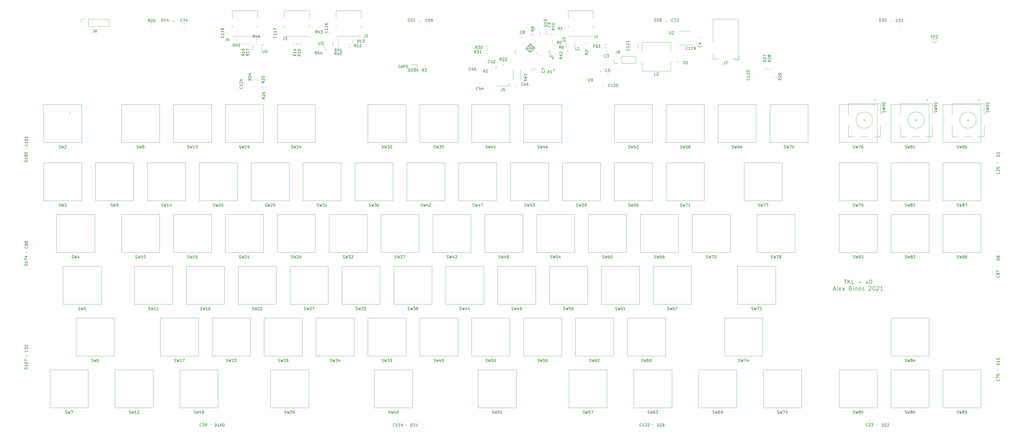
<source format=gbr>
%TF.GenerationSoftware,KiCad,Pcbnew,(5.1.8)-1*%
%TF.CreationDate,2021-09-26T17:56:29+10:00*%
%TF.ProjectId,tkl_keyboard,746b6c5f-6b65-4796-926f-6172642e6b69,rev?*%
%TF.SameCoordinates,Original*%
%TF.FileFunction,Legend,Top*%
%TF.FilePolarity,Positive*%
%FSLAX46Y46*%
G04 Gerber Fmt 4.6, Leading zero omitted, Abs format (unit mm)*
G04 Created by KiCad (PCBNEW (5.1.8)-1) date 2021-09-26 17:56:29*
%MOMM*%
%LPD*%
G01*
G04 APERTURE LIST*
%ADD10C,0.200000*%
%ADD11C,0.150000*%
%ADD12C,0.120000*%
%ADD13C,0.300000*%
G04 APERTURE END LIST*
D10*
X210498360Y-55422800D02*
G75*
G03*
X210498360Y-55422800I-100000J0D01*
G01*
D11*
X157273761Y-69953142D02*
X157226142Y-70000761D01*
X157083285Y-70048380D01*
X156988047Y-70048380D01*
X156845190Y-70000761D01*
X156749952Y-69905523D01*
X156702333Y-69810285D01*
X156654714Y-69619809D01*
X156654714Y-69476952D01*
X156702333Y-69286476D01*
X156749952Y-69191238D01*
X156845190Y-69096000D01*
X156988047Y-69048380D01*
X157083285Y-69048380D01*
X157226142Y-69096000D01*
X157273761Y-69143619D01*
X157654714Y-69762666D02*
X158130904Y-69762666D01*
X157559476Y-70048380D02*
X157892809Y-69048380D01*
X158226142Y-70048380D01*
X158559476Y-70048380D02*
X158559476Y-69048380D01*
X158940428Y-69048380D01*
X159035666Y-69096000D01*
X159083285Y-69143619D01*
X159130904Y-69238857D01*
X159130904Y-69381714D01*
X159083285Y-69476952D01*
X159035666Y-69524571D01*
X158940428Y-69572190D01*
X158559476Y-69572190D01*
X159511857Y-70000761D02*
X159654714Y-70048380D01*
X159892809Y-70048380D01*
X159988047Y-70000761D01*
X160035666Y-69953142D01*
X160083285Y-69857904D01*
X160083285Y-69762666D01*
X160035666Y-69667428D01*
X159988047Y-69619809D01*
X159892809Y-69572190D01*
X159702333Y-69524571D01*
X159607095Y-69476952D01*
X159559476Y-69429333D01*
X159511857Y-69334095D01*
X159511857Y-69238857D01*
X159559476Y-69143619D01*
X159607095Y-69096000D01*
X159702333Y-69048380D01*
X159940428Y-69048380D01*
X160083285Y-69096000D01*
X320294642Y-147997321D02*
X321151785Y-147997321D01*
X320723214Y-149497321D02*
X320723214Y-147997321D01*
X321651785Y-149497321D02*
X321651785Y-147997321D01*
X322508928Y-149497321D02*
X321866071Y-148640178D01*
X322508928Y-147997321D02*
X321651785Y-148854464D01*
X323866071Y-149497321D02*
X323151785Y-149497321D01*
X323151785Y-147997321D01*
X325508928Y-148925892D02*
X326651785Y-148925892D01*
X328366071Y-148497321D02*
X328723214Y-149497321D01*
X329080357Y-148497321D01*
X329937500Y-147997321D02*
X330080357Y-147997321D01*
X330223214Y-148068750D01*
X330294642Y-148140178D01*
X330366071Y-148283035D01*
X330437500Y-148568750D01*
X330437500Y-148925892D01*
X330366071Y-149211607D01*
X330294642Y-149354464D01*
X330223214Y-149425892D01*
X330080357Y-149497321D01*
X329937500Y-149497321D01*
X329794642Y-149425892D01*
X329723214Y-149354464D01*
X329651785Y-149211607D01*
X329580357Y-148925892D01*
X329580357Y-148568750D01*
X329651785Y-148283035D01*
X329723214Y-148140178D01*
X329794642Y-148068750D01*
X329937500Y-147997321D01*
X316366071Y-151468750D02*
X317080357Y-151468750D01*
X316223214Y-151897321D02*
X316723214Y-150397321D01*
X317223214Y-151897321D01*
X317937500Y-151897321D02*
X317794642Y-151825892D01*
X317723214Y-151683035D01*
X317723214Y-150397321D01*
X319080357Y-151825892D02*
X318937500Y-151897321D01*
X318651785Y-151897321D01*
X318508928Y-151825892D01*
X318437500Y-151683035D01*
X318437500Y-151111607D01*
X318508928Y-150968750D01*
X318651785Y-150897321D01*
X318937500Y-150897321D01*
X319080357Y-150968750D01*
X319151785Y-151111607D01*
X319151785Y-151254464D01*
X318437500Y-151397321D01*
X319651785Y-151897321D02*
X320437500Y-150897321D01*
X319651785Y-150897321D02*
X320437500Y-151897321D01*
X322651785Y-151111607D02*
X322866071Y-151183035D01*
X322937500Y-151254464D01*
X323008928Y-151397321D01*
X323008928Y-151611607D01*
X322937500Y-151754464D01*
X322866071Y-151825892D01*
X322723214Y-151897321D01*
X322151785Y-151897321D01*
X322151785Y-150397321D01*
X322651785Y-150397321D01*
X322794642Y-150468750D01*
X322866071Y-150540178D01*
X322937500Y-150683035D01*
X322937500Y-150825892D01*
X322866071Y-150968750D01*
X322794642Y-151040178D01*
X322651785Y-151111607D01*
X322151785Y-151111607D01*
X323651785Y-151897321D02*
X323651785Y-150897321D01*
X323651785Y-150397321D02*
X323580357Y-150468750D01*
X323651785Y-150540178D01*
X323723214Y-150468750D01*
X323651785Y-150397321D01*
X323651785Y-150540178D01*
X324366071Y-150897321D02*
X324366071Y-151897321D01*
X324366071Y-151040178D02*
X324437500Y-150968750D01*
X324580357Y-150897321D01*
X324794642Y-150897321D01*
X324937500Y-150968750D01*
X325008928Y-151111607D01*
X325008928Y-151897321D01*
X325937500Y-151897321D02*
X325794642Y-151825892D01*
X325723214Y-151754464D01*
X325651785Y-151611607D01*
X325651785Y-151183035D01*
X325723214Y-151040178D01*
X325794642Y-150968750D01*
X325937500Y-150897321D01*
X326151785Y-150897321D01*
X326294642Y-150968750D01*
X326366071Y-151040178D01*
X326437500Y-151183035D01*
X326437500Y-151611607D01*
X326366071Y-151754464D01*
X326294642Y-151825892D01*
X326151785Y-151897321D01*
X325937500Y-151897321D01*
X327008928Y-151825892D02*
X327151785Y-151897321D01*
X327437500Y-151897321D01*
X327580357Y-151825892D01*
X327651785Y-151683035D01*
X327651785Y-151611607D01*
X327580357Y-151468750D01*
X327437500Y-151397321D01*
X327223214Y-151397321D01*
X327080357Y-151325892D01*
X327008928Y-151183035D01*
X327008928Y-151111607D01*
X327080357Y-150968750D01*
X327223214Y-150897321D01*
X327437500Y-150897321D01*
X327580357Y-150968750D01*
X329366071Y-150540178D02*
X329437500Y-150468750D01*
X329580357Y-150397321D01*
X329937500Y-150397321D01*
X330080357Y-150468750D01*
X330151785Y-150540178D01*
X330223214Y-150683035D01*
X330223214Y-150825892D01*
X330151785Y-151040178D01*
X329294642Y-151897321D01*
X330223214Y-151897321D01*
X331151785Y-150397321D02*
X331294642Y-150397321D01*
X331437500Y-150468750D01*
X331508928Y-150540178D01*
X331580357Y-150683035D01*
X331651785Y-150968750D01*
X331651785Y-151325892D01*
X331580357Y-151611607D01*
X331508928Y-151754464D01*
X331437500Y-151825892D01*
X331294642Y-151897321D01*
X331151785Y-151897321D01*
X331008928Y-151825892D01*
X330937500Y-151754464D01*
X330866071Y-151611607D01*
X330794642Y-151325892D01*
X330794642Y-150968750D01*
X330866071Y-150683035D01*
X330937500Y-150540178D01*
X331008928Y-150468750D01*
X331151785Y-150397321D01*
X332223214Y-150540178D02*
X332294642Y-150468750D01*
X332437500Y-150397321D01*
X332794642Y-150397321D01*
X332937500Y-150468750D01*
X333008928Y-150540178D01*
X333080357Y-150683035D01*
X333080357Y-150825892D01*
X333008928Y-151040178D01*
X332151785Y-151897321D01*
X333080357Y-151897321D01*
X334508928Y-151897321D02*
X333651785Y-151897321D01*
X334080357Y-151897321D02*
X334080357Y-150397321D01*
X333937500Y-150611607D01*
X333794642Y-150754464D01*
X333651785Y-150825892D01*
D10*
X36117200Y-86608920D02*
G75*
G03*
X36117200Y-86608920I-100000J0D01*
G01*
X20140600Y-99766120D02*
G75*
G03*
X20140600Y-99766120I-100000J0D01*
G01*
X20191400Y-137871200D02*
G75*
G03*
X20191400Y-137871200I-100000J0D01*
G01*
X20287920Y-176011840D02*
G75*
G03*
X20287920Y-176011840I-100000J0D01*
G01*
X87994160Y-201249280D02*
G75*
G03*
X87994160Y-201249280I-100000J0D01*
G01*
X159388480Y-201350880D02*
G75*
G03*
X159388480Y-201350880I-100000J0D01*
G01*
X249898840Y-201249280D02*
G75*
G03*
X249898840Y-201249280I-100000J0D01*
G01*
X332489480Y-201411840D02*
G75*
G03*
X332489480Y-201411840I-100000J0D01*
G01*
X376761680Y-181208680D02*
G75*
G03*
X376761680Y-181208680I-100000J0D01*
G01*
X376746440Y-143129000D02*
G75*
G03*
X376746440Y-143129000I-100000J0D01*
G01*
X376639760Y-105018840D02*
G75*
G03*
X376639760Y-105018840I-100000J0D01*
G01*
X337701560Y-52959000D02*
G75*
G03*
X337701560Y-52959000I-100000J0D01*
G01*
X255146480Y-53050440D02*
G75*
G03*
X255146480Y-53050440I-100000J0D01*
G01*
X164661520Y-52913280D02*
G75*
G03*
X164661520Y-52913280I-100000J0D01*
G01*
X74161320Y-52974240D02*
G75*
G03*
X74161320Y-52974240I-100000J0D01*
G01*
X130112440Y-63403480D02*
G75*
G03*
X130112440Y-63403480I-100000J0D01*
G01*
X107125440Y-61625480D02*
G75*
G03*
X107125440Y-61625480I-100000J0D01*
G01*
X266098960Y-60904120D02*
G75*
G03*
X266098960Y-60904120I-100000J0D01*
G01*
X230899640Y-71313040D02*
G75*
G03*
X230899640Y-71313040I-100000J0D01*
G01*
X192591360Y-70017640D02*
G75*
G03*
X192591360Y-70017640I-100000J0D01*
G01*
X197569760Y-76616560D02*
G75*
G03*
X197569760Y-76616560I-100000J0D01*
G01*
X211844560Y-64211200D02*
G75*
G03*
X211844560Y-64211200I-100000J0D01*
G01*
X218834640Y-63723520D02*
G75*
G03*
X218834640Y-63723520I-100000J0D01*
G01*
D12*
%TO.C,U10*%
X210857080Y-58048080D02*
X210857080Y-56148080D01*
X208537080Y-56648080D02*
X208537080Y-58048080D01*
%TO.C,R8*%
X207974460Y-55497462D02*
X207974460Y-55971978D01*
X206929460Y-55497462D02*
X206929460Y-55971978D01*
%TO.C,R46*%
X104280702Y-59441820D02*
X104755218Y-59441820D01*
X104280702Y-60486820D02*
X104755218Y-60486820D01*
%TO.C,R45*%
X97390218Y-60832260D02*
X96915702Y-60832260D01*
X97390218Y-59787260D02*
X96915702Y-59787260D01*
%TO.C,R44*%
X127540018Y-63666900D02*
X127065502Y-63666900D01*
X127540018Y-62621900D02*
X127065502Y-62621900D01*
%TO.C,R43*%
X128530618Y-58729140D02*
X128056102Y-58729140D01*
X128530618Y-57684140D02*
X128056102Y-57684140D01*
%TO.C,R42*%
X215345540Y-64809102D02*
X215345540Y-65283618D01*
X214300540Y-64809102D02*
X214300540Y-65283618D01*
%TO.C,R41*%
X134151102Y-59497700D02*
X134625618Y-59497700D01*
X134151102Y-60542700D02*
X134625618Y-60542700D01*
%TO.C,R40*%
X134369542Y-61519540D02*
X134844058Y-61519540D01*
X134369542Y-62564540D02*
X134844058Y-62564540D01*
%TO.C,C124*%
X99820000Y-76086580D02*
X99820000Y-75805420D01*
X100840000Y-76086580D02*
X100840000Y-75805420D01*
%TO.C,C123*%
X286002000Y-72911580D02*
X286002000Y-72630420D01*
X287022000Y-72911580D02*
X287022000Y-72630420D01*
%TO.C,C122*%
X247142580Y-200535000D02*
X246861420Y-200535000D01*
X247142580Y-199515000D02*
X246861420Y-199515000D01*
%TO.C,R15*%
X119660140Y-60913742D02*
X119660140Y-61388258D01*
X120705140Y-60913742D02*
X120705140Y-61388258D01*
%TO.C,R3*%
X166350058Y-70002300D02*
X165875542Y-70002300D01*
X166350058Y-68957300D02*
X165875542Y-68957300D01*
%TO.C,D194*%
X161302800Y-70254800D02*
X163587800Y-70254800D01*
X163587800Y-70254800D02*
X163587800Y-68784800D01*
X163587800Y-68784800D02*
X161302800Y-68784800D01*
%TO.C,TP2*%
X354115600Y-60121800D02*
G75*
G03*
X354115600Y-60121800I-700000J0D01*
G01*
%TO.C,U2*%
X261772400Y-61579440D02*
X265222400Y-61579440D01*
X261772400Y-61579440D02*
X259822400Y-61579440D01*
X261772400Y-56459440D02*
X263722400Y-56459440D01*
X261772400Y-56459440D02*
X259822400Y-56459440D01*
%TO.C,L2*%
X246033000Y-71228240D02*
X246033000Y-68028240D01*
X256633000Y-71228240D02*
X246033000Y-71228240D01*
X256633000Y-68028240D02*
X256633000Y-71228240D01*
X256633000Y-60628240D02*
X256633000Y-63828240D01*
X246033000Y-60628240D02*
X256633000Y-60628240D01*
X246033000Y-63828240D02*
X246033000Y-60628240D01*
%TO.C,J8*%
X235992360Y-68350440D02*
X235992360Y-67020440D01*
X237322360Y-68350440D02*
X235992360Y-68350440D01*
X238592360Y-68350440D02*
X238592360Y-65690440D01*
X238592360Y-65690440D02*
X243732360Y-65690440D01*
X238592360Y-68350440D02*
X243732360Y-68350440D01*
X243732360Y-68350440D02*
X243732360Y-65690440D01*
%TO.C,J7*%
X281363480Y-66780920D02*
X279263480Y-66780920D01*
X281663480Y-67080920D02*
X281663480Y-65480920D01*
X279963480Y-67080920D02*
X281663480Y-67080920D01*
X272163480Y-66780920D02*
X272163480Y-64980920D01*
X274263480Y-66780920D02*
X272163480Y-66780920D01*
X281363480Y-52080920D02*
X281363480Y-66780920D01*
X272163480Y-52080920D02*
X281363480Y-52080920D01*
X272163480Y-60580920D02*
X272163480Y-52080920D01*
D10*
%TO.C,D1*%
X259290700Y-67872640D02*
G75*
G03*
X259290700Y-67872640I-80000J0D01*
G01*
D12*
%TO.C,C121*%
X244544680Y-62565332D02*
X244544680Y-61142828D01*
X241824680Y-62565332D02*
X241824680Y-61142828D01*
%TO.C,C120*%
X231583620Y-76984320D02*
X231864780Y-76984320D01*
X231583620Y-75964320D02*
X231864780Y-75964320D01*
%TO.C,C119*%
X260198780Y-62141640D02*
X259917620Y-62141640D01*
X260198780Y-63161640D02*
X259917620Y-63161640D01*
%TO.C,C5*%
X233326060Y-72986360D02*
X233607220Y-72986360D01*
X233326060Y-71966360D02*
X233607220Y-71966360D01*
%TO.C,C4*%
X267819600Y-59060660D02*
X267819600Y-58779500D01*
X266799600Y-59060660D02*
X266799600Y-58779500D01*
%TO.C,J5*%
X197586600Y-75717400D02*
X196570600Y-76733400D01*
X196570600Y-76733400D02*
X192836800Y-76733400D01*
%TO.C,J6*%
X40132960Y-52137000D02*
X41462960Y-52137000D01*
X40132960Y-53467000D02*
X40132960Y-52137000D01*
X50412960Y-54797000D02*
X50412960Y-52137000D01*
X42732960Y-54797000D02*
X50412960Y-54797000D01*
X42732960Y-54797000D02*
X42732960Y-52137000D01*
X42732960Y-52137000D02*
X50412960Y-52137000D01*
%TO.C,J2*%
X142907500Y-48959750D02*
X133717500Y-48959750D01*
X142787500Y-58369750D02*
X133837500Y-58369750D01*
X133717500Y-51689750D02*
X133717500Y-48959750D01*
X142907500Y-51689750D02*
X142907500Y-48959750D01*
X133717500Y-55289750D02*
X133717500Y-54389750D01*
X142907500Y-55289750D02*
X142907500Y-54389750D01*
%TO.C,SW93*%
X318437500Y-123968750D02*
X332437500Y-123968750D01*
X318437500Y-137968750D02*
X318437500Y-123968750D01*
X332437500Y-137968750D02*
X318437500Y-137968750D01*
X332437500Y-137968750D02*
X332437500Y-123968750D01*
%TO.C,SW74*%
X276368750Y-162068750D02*
X290368750Y-162068750D01*
X276368750Y-176068750D02*
X276368750Y-162068750D01*
X290368750Y-176068750D02*
X276368750Y-176068750D01*
X290368750Y-176068750D02*
X290368750Y-162068750D01*
%TO.C,C3*%
X233177660Y-63762160D02*
X232896500Y-63762160D01*
X233177660Y-64782160D02*
X232896500Y-64782160D01*
%TO.C,C6*%
X212447600Y-57631420D02*
X212447600Y-57912580D01*
X211427600Y-57631420D02*
X211427600Y-57912580D01*
%TO.C,C7*%
X207777620Y-71616660D02*
X207777620Y-71897820D01*
X208797620Y-71616660D02*
X208797620Y-71897820D01*
%TO.C,C8*%
X201643860Y-58858880D02*
X201362700Y-58858880D01*
X201643860Y-57838880D02*
X201362700Y-57838880D01*
%TO.C,C23*%
X329735760Y-200486740D02*
X329454600Y-200486740D01*
X329735760Y-199466740D02*
X329454600Y-199466740D01*
%TO.C,C25*%
X375916920Y-107649700D02*
X375916920Y-107930860D01*
X374896920Y-107649700D02*
X374896920Y-107930860D01*
%TO.C,C31*%
X340511820Y-54561200D02*
X340792980Y-54561200D01*
X340511820Y-53541200D02*
X340792980Y-53541200D01*
%TO.C,C32*%
X21980620Y-173401300D02*
X21980620Y-173120140D01*
X20960620Y-173401300D02*
X20960620Y-173120140D01*
%TO.C,C39*%
X85128680Y-199471820D02*
X84847520Y-199471820D01*
X85128680Y-200491820D02*
X84847520Y-200491820D01*
%TO.C,C42*%
X191033980Y-69623400D02*
X190752820Y-69623400D01*
X191033980Y-68603400D02*
X190752820Y-68603400D01*
%TO.C,C44*%
X186639780Y-75715400D02*
X186358620Y-75715400D01*
X186639780Y-76735400D02*
X186358620Y-76735400D01*
%TO.C,C45*%
X183960080Y-69636100D02*
X183678920Y-69636100D01*
X183960080Y-68616100D02*
X183678920Y-68616100D01*
%TO.C,C46*%
X199807920Y-76187840D02*
X200089080Y-76187840D01*
X199807920Y-77207840D02*
X200089080Y-77207840D01*
%TO.C,C59*%
X167730860Y-53528500D02*
X168012020Y-53528500D01*
X167730860Y-54548500D02*
X168012020Y-54548500D01*
%TO.C,C72*%
X258038020Y-54485000D02*
X258319180Y-54485000D01*
X258038020Y-53465000D02*
X258319180Y-53465000D01*
%TO.C,C74*%
X77759650Y-53531040D02*
X78040810Y-53531040D01*
X77759650Y-54551040D02*
X78040810Y-54551040D01*
%TO.C,C75*%
X374912160Y-183803980D02*
X374912160Y-184085140D01*
X375932160Y-183803980D02*
X375932160Y-184085140D01*
%TO.C,C87*%
X374907080Y-145714140D02*
X374907080Y-145995300D01*
X375927080Y-145714140D02*
X375927080Y-145995300D01*
%TO.C,C88*%
X21978080Y-135288600D02*
X21978080Y-135007440D01*
X20958080Y-135288600D02*
X20958080Y-135007440D01*
%TO.C,C101*%
X20970780Y-97165740D02*
X20970780Y-96884580D01*
X21990780Y-97165740D02*
X21990780Y-96884580D01*
%TO.C,C114*%
X156578880Y-199481980D02*
X156297720Y-199481980D01*
X156578880Y-200501980D02*
X156297720Y-200501980D01*
%TO.C,C116*%
X131214400Y-57226780D02*
X131214400Y-56945620D01*
X132234400Y-57226780D02*
X132234400Y-56945620D01*
%TO.C,C117*%
X113286000Y-57379180D02*
X113286000Y-57098020D01*
X112266000Y-57379180D02*
X112266000Y-57098020D01*
%TO.C,C118*%
X93982000Y-57328380D02*
X93982000Y-57047220D01*
X92962000Y-57328380D02*
X92962000Y-57047220D01*
%TO.C,FB3*%
X233074562Y-62576640D02*
X232275318Y-62576640D01*
X233074562Y-61456640D02*
X232275318Y-61456640D01*
%TO.C,J1*%
X228128310Y-48966090D02*
X218938310Y-48966090D01*
X228008310Y-58376090D02*
X219058310Y-58376090D01*
X218938310Y-51696090D02*
X218938310Y-48966090D01*
X228128310Y-51696090D02*
X228128310Y-48966090D01*
X218938310Y-55296090D02*
X218938310Y-54396090D01*
X228128310Y-55296090D02*
X228128310Y-54396090D01*
%TO.C,J3*%
X123857500Y-55289750D02*
X123857500Y-54389750D01*
X114667500Y-55289750D02*
X114667500Y-54389750D01*
X123857500Y-51689750D02*
X123857500Y-48959750D01*
X114667500Y-51689750D02*
X114667500Y-48959750D01*
X123737500Y-58369750D02*
X114787500Y-58369750D01*
X123857500Y-48959750D02*
X114667500Y-48959750D01*
%TO.C,J4*%
X104807500Y-55289750D02*
X104807500Y-54389750D01*
X95617500Y-55289750D02*
X95617500Y-54389750D01*
X104807500Y-51689750D02*
X104807500Y-48959750D01*
X95617500Y-51689750D02*
X95617500Y-48959750D01*
X104687500Y-58369750D02*
X95737500Y-58369750D01*
X104807500Y-48959750D02*
X95617500Y-48959750D01*
%TO.C,R1*%
X215841042Y-57507400D02*
X216315558Y-57507400D01*
X215841042Y-56462400D02*
X216315558Y-56462400D01*
%TO.C,R2*%
X225217460Y-61234858D02*
X225217460Y-60760342D01*
X226262460Y-61234858D02*
X226262460Y-60760342D01*
%TO.C,R5*%
X212919042Y-61253900D02*
X213393558Y-61253900D01*
X212919042Y-60208900D02*
X213393558Y-60208900D01*
%TO.C,R6*%
X213753162Y-61806560D02*
X214227678Y-61806560D01*
X213753162Y-62851560D02*
X214227678Y-62851560D01*
%TO.C,R10*%
X212979740Y-57530462D02*
X212979740Y-58004978D01*
X214024740Y-57530462D02*
X214024740Y-58004978D01*
%TO.C,R12*%
X138421342Y-62422300D02*
X138895858Y-62422300D01*
X138421342Y-61377300D02*
X138895858Y-61377300D01*
%TO.C,R13*%
X139665942Y-60847500D02*
X140140458Y-60847500D01*
X139665942Y-59802500D02*
X140140458Y-59802500D01*
%TO.C,R14*%
X119181140Y-60913742D02*
X119181140Y-61388258D01*
X118136140Y-60913742D02*
X118136140Y-61388258D01*
%TO.C,R16*%
X100164160Y-60878182D02*
X100164160Y-61352698D01*
X99119160Y-60878182D02*
X99119160Y-61352698D01*
%TO.C,R17*%
X100643160Y-60878182D02*
X100643160Y-61352698D01*
X101688160Y-60878182D02*
X101688160Y-61352698D01*
%TO.C,R20*%
X65754982Y-54633390D02*
X66229498Y-54633390D01*
X65754982Y-53588390D02*
X66229498Y-53588390D01*
%TO.C,R22*%
X194898742Y-68899300D02*
X195373258Y-68899300D01*
X194898742Y-67854300D02*
X195373258Y-67854300D01*
%TO.C,R24*%
X103185700Y-74096342D02*
X103185700Y-74570858D01*
X104230700Y-74096342D02*
X104230700Y-74570858D01*
%TO.C,R25*%
X105907100Y-74311742D02*
X105907100Y-74786258D01*
X104862100Y-74311742D02*
X104862100Y-74786258D01*
%TO.C,R26*%
X106614700Y-76991942D02*
X106614700Y-77466458D01*
X107659700Y-76991942D02*
X107659700Y-77466458D01*
%TO.C,R27*%
X290795180Y-70805578D02*
X290795180Y-70331062D01*
X291840180Y-70805578D02*
X291840180Y-70331062D01*
%TO.C,R28*%
X293404820Y-70815738D02*
X293404820Y-70341222D01*
X292359820Y-70815738D02*
X292359820Y-70341222D01*
%TO.C,R29*%
X295594300Y-73334342D02*
X295594300Y-73808858D01*
X294549300Y-73334342D02*
X294549300Y-73808858D01*
%TO.C,R30*%
X188904342Y-62012300D02*
X189378858Y-62012300D01*
X188904342Y-63057300D02*
X189378858Y-63057300D01*
%TO.C,R31*%
X188523342Y-64682900D02*
X188997858Y-64682900D01*
X188523342Y-63637900D02*
X188997858Y-63637900D01*
%TO.C,R38*%
X208223454Y-65710253D02*
X208558987Y-65374720D01*
X207484527Y-64971326D02*
X207820060Y-64635793D01*
%TO.C,R39*%
X206405027Y-63896906D02*
X206740560Y-63561373D01*
X207143954Y-64635833D02*
X207479487Y-64300300D01*
%TO.C,SW1*%
X201521520Y-74156840D02*
X201221520Y-74156840D01*
X201221520Y-70856840D02*
X201521520Y-70856840D01*
X201521520Y-70856840D02*
X201521520Y-74156840D01*
X198721520Y-70856840D02*
X198721520Y-74156840D01*
X198721520Y-74156840D02*
X199021520Y-74156840D01*
X199021520Y-70856840D02*
X198721520Y-70856840D01*
%TO.C,SW2*%
X40337500Y-97487500D02*
X40337500Y-83487500D01*
X40337500Y-97487500D02*
X26337500Y-97487500D01*
X26337500Y-97487500D02*
X26337500Y-83487500D01*
X26337500Y-83487500D02*
X40337500Y-83487500D01*
%TO.C,SW3*%
X26337500Y-104918750D02*
X40337500Y-104918750D01*
X26337500Y-118918750D02*
X26337500Y-104918750D01*
X40337500Y-118918750D02*
X26337500Y-118918750D01*
X40337500Y-118918750D02*
X40337500Y-104918750D01*
%TO.C,SW4*%
X45100000Y-137968750D02*
X45100000Y-123968750D01*
X45100000Y-137968750D02*
X31100000Y-137968750D01*
X31100000Y-137968750D02*
X31100000Y-123968750D01*
X31100000Y-123968750D02*
X45100000Y-123968750D01*
%TO.C,SW5*%
X47481250Y-157018750D02*
X47481250Y-143018750D01*
X47481250Y-157018750D02*
X33481250Y-157018750D01*
X33481250Y-157018750D02*
X33481250Y-143018750D01*
X33481250Y-143018750D02*
X47481250Y-143018750D01*
%TO.C,SW6*%
X52243750Y-176068750D02*
X52243750Y-162068750D01*
X52243750Y-176068750D02*
X38243750Y-176068750D01*
X38243750Y-176068750D02*
X38243750Y-162068750D01*
X38243750Y-162068750D02*
X52243750Y-162068750D01*
%TO.C,SW7*%
X28718750Y-181118750D02*
X42718750Y-181118750D01*
X28718750Y-195118750D02*
X28718750Y-181118750D01*
X42718750Y-195118750D02*
X28718750Y-195118750D01*
X42718750Y-195118750D02*
X42718750Y-181118750D01*
%TO.C,SW8*%
X54912500Y-83487500D02*
X68912500Y-83487500D01*
X54912500Y-97487500D02*
X54912500Y-83487500D01*
X68912500Y-97487500D02*
X54912500Y-97487500D01*
X68912500Y-97487500D02*
X68912500Y-83487500D01*
%TO.C,SW9*%
X59387500Y-118918750D02*
X59387500Y-104918750D01*
X59387500Y-118918750D02*
X45387500Y-118918750D01*
X45387500Y-118918750D02*
X45387500Y-104918750D01*
X45387500Y-104918750D02*
X59387500Y-104918750D01*
%TO.C,SW10*%
X54912500Y-123968750D02*
X68912500Y-123968750D01*
X54912500Y-137968750D02*
X54912500Y-123968750D01*
X68912500Y-137968750D02*
X54912500Y-137968750D01*
X68912500Y-137968750D02*
X68912500Y-123968750D01*
%TO.C,SW11*%
X59675000Y-143018750D02*
X73675000Y-143018750D01*
X59675000Y-157018750D02*
X59675000Y-143018750D01*
X73675000Y-157018750D02*
X59675000Y-157018750D01*
X73675000Y-157018750D02*
X73675000Y-143018750D01*
%TO.C,SW12*%
X52531250Y-181118750D02*
X66531250Y-181118750D01*
X52531250Y-195118750D02*
X52531250Y-181118750D01*
X66531250Y-195118750D02*
X52531250Y-195118750D01*
X66531250Y-195118750D02*
X66531250Y-181118750D01*
%TO.C,SW13*%
X87962500Y-97487500D02*
X87962500Y-83487500D01*
X87962500Y-97487500D02*
X73962500Y-97487500D01*
X73962500Y-97487500D02*
X73962500Y-83487500D01*
X73962500Y-83487500D02*
X87962500Y-83487500D01*
%TO.C,SW14*%
X78437500Y-118918750D02*
X78437500Y-104918750D01*
X78437500Y-118918750D02*
X64437500Y-118918750D01*
X64437500Y-118918750D02*
X64437500Y-104918750D01*
X64437500Y-104918750D02*
X78437500Y-104918750D01*
%TO.C,SW15*%
X73962500Y-123968750D02*
X87962500Y-123968750D01*
X73962500Y-137968750D02*
X73962500Y-123968750D01*
X87962500Y-137968750D02*
X73962500Y-137968750D01*
X87962500Y-137968750D02*
X87962500Y-123968750D01*
%TO.C,SW16*%
X92725000Y-157018750D02*
X92725000Y-143018750D01*
X92725000Y-157018750D02*
X78725000Y-157018750D01*
X78725000Y-157018750D02*
X78725000Y-143018750D01*
X78725000Y-143018750D02*
X92725000Y-143018750D01*
%TO.C,SW17*%
X69200000Y-162068750D02*
X83200000Y-162068750D01*
X69200000Y-176068750D02*
X69200000Y-162068750D01*
X83200000Y-176068750D02*
X69200000Y-176068750D01*
X83200000Y-176068750D02*
X83200000Y-162068750D01*
%TO.C,SW18*%
X90343750Y-195118750D02*
X90343750Y-181118750D01*
X90343750Y-195118750D02*
X76343750Y-195118750D01*
X76343750Y-195118750D02*
X76343750Y-181118750D01*
X76343750Y-181118750D02*
X90343750Y-181118750D01*
%TO.C,SW19*%
X93012500Y-83487500D02*
X107012500Y-83487500D01*
X93012500Y-97487500D02*
X93012500Y-83487500D01*
X107012500Y-97487500D02*
X93012500Y-97487500D01*
X107012500Y-97487500D02*
X107012500Y-83487500D01*
%TO.C,SW20*%
X83487500Y-104918750D02*
X97487500Y-104918750D01*
X83487500Y-118918750D02*
X83487500Y-104918750D01*
X97487500Y-118918750D02*
X83487500Y-118918750D01*
X97487500Y-118918750D02*
X97487500Y-104918750D01*
%TO.C,SW21*%
X107012500Y-137968750D02*
X107012500Y-123968750D01*
X107012500Y-137968750D02*
X93012500Y-137968750D01*
X93012500Y-137968750D02*
X93012500Y-123968750D01*
X93012500Y-123968750D02*
X107012500Y-123968750D01*
%TO.C,SW22*%
X97775000Y-143018750D02*
X111775000Y-143018750D01*
X97775000Y-157018750D02*
X97775000Y-143018750D01*
X111775000Y-157018750D02*
X97775000Y-157018750D01*
X111775000Y-157018750D02*
X111775000Y-143018750D01*
%TO.C,SW23*%
X102250000Y-176068750D02*
X102250000Y-162068750D01*
X102250000Y-176068750D02*
X88250000Y-176068750D01*
X88250000Y-176068750D02*
X88250000Y-162068750D01*
X88250000Y-162068750D02*
X102250000Y-162068750D01*
%TO.C,SW24*%
X126062500Y-97487500D02*
X126062500Y-83487500D01*
X126062500Y-97487500D02*
X112062500Y-97487500D01*
X112062500Y-97487500D02*
X112062500Y-83487500D01*
X112062500Y-83487500D02*
X126062500Y-83487500D01*
%TO.C,SW25*%
X116537500Y-118918750D02*
X116537500Y-104918750D01*
X116537500Y-118918750D02*
X102537500Y-118918750D01*
X102537500Y-118918750D02*
X102537500Y-104918750D01*
X102537500Y-104918750D02*
X116537500Y-104918750D01*
%TO.C,SW26*%
X112062500Y-123968750D02*
X126062500Y-123968750D01*
X112062500Y-137968750D02*
X112062500Y-123968750D01*
X126062500Y-137968750D02*
X112062500Y-137968750D01*
X126062500Y-137968750D02*
X126062500Y-123968750D01*
%TO.C,SW27*%
X130825000Y-157018750D02*
X130825000Y-143018750D01*
X130825000Y-157018750D02*
X116825000Y-157018750D01*
X116825000Y-157018750D02*
X116825000Y-143018750D01*
X116825000Y-143018750D02*
X130825000Y-143018750D01*
%TO.C,SW28*%
X107300000Y-162068750D02*
X121300000Y-162068750D01*
X107300000Y-176068750D02*
X107300000Y-162068750D01*
X121300000Y-176068750D02*
X107300000Y-176068750D01*
X121300000Y-176068750D02*
X121300000Y-162068750D01*
%TO.C,SW29*%
X123681250Y-195118750D02*
X123681250Y-181118750D01*
X123681250Y-195118750D02*
X109681250Y-195118750D01*
X109681250Y-195118750D02*
X109681250Y-181118750D01*
X109681250Y-181118750D02*
X123681250Y-181118750D01*
%TO.C,SW30*%
X145400000Y-83487500D02*
X159400000Y-83487500D01*
X145400000Y-97487500D02*
X145400000Y-83487500D01*
X159400000Y-97487500D02*
X145400000Y-97487500D01*
X159400000Y-97487500D02*
X159400000Y-83487500D01*
%TO.C,SW31*%
X121587500Y-104918750D02*
X135587500Y-104918750D01*
X121587500Y-118918750D02*
X121587500Y-104918750D01*
X135587500Y-118918750D02*
X121587500Y-118918750D01*
X135587500Y-118918750D02*
X135587500Y-104918750D01*
%TO.C,SW32*%
X131112500Y-123968750D02*
X145112500Y-123968750D01*
X131112500Y-137968750D02*
X131112500Y-123968750D01*
X145112500Y-137968750D02*
X131112500Y-137968750D01*
X145112500Y-137968750D02*
X145112500Y-123968750D01*
%TO.C,SW33*%
X149875000Y-157018750D02*
X149875000Y-143018750D01*
X149875000Y-157018750D02*
X135875000Y-157018750D01*
X135875000Y-157018750D02*
X135875000Y-143018750D01*
X135875000Y-143018750D02*
X149875000Y-143018750D01*
%TO.C,SW34*%
X126350000Y-162068750D02*
X140350000Y-162068750D01*
X126350000Y-176068750D02*
X126350000Y-162068750D01*
X140350000Y-176068750D02*
X126350000Y-176068750D01*
X140350000Y-176068750D02*
X140350000Y-162068750D01*
%TO.C,SW35*%
X178450000Y-97487500D02*
X178450000Y-83487500D01*
X178450000Y-97487500D02*
X164450000Y-97487500D01*
X164450000Y-97487500D02*
X164450000Y-83487500D01*
X164450000Y-83487500D02*
X178450000Y-83487500D01*
%TO.C,SW36*%
X140637500Y-104918750D02*
X154637500Y-104918750D01*
X140637500Y-118918750D02*
X140637500Y-104918750D01*
X154637500Y-118918750D02*
X140637500Y-118918750D01*
X154637500Y-118918750D02*
X154637500Y-104918750D01*
%TO.C,SW37*%
X164162500Y-137968750D02*
X164162500Y-123968750D01*
X164162500Y-137968750D02*
X150162500Y-137968750D01*
X150162500Y-137968750D02*
X150162500Y-123968750D01*
X150162500Y-123968750D02*
X164162500Y-123968750D01*
%TO.C,SW38*%
X154925000Y-143018750D02*
X168925000Y-143018750D01*
X154925000Y-157018750D02*
X154925000Y-143018750D01*
X168925000Y-157018750D02*
X154925000Y-157018750D01*
X168925000Y-157018750D02*
X168925000Y-143018750D01*
%TO.C,SW39*%
X159400000Y-176068750D02*
X159400000Y-162068750D01*
X159400000Y-176068750D02*
X145400000Y-176068750D01*
X145400000Y-176068750D02*
X145400000Y-162068750D01*
X145400000Y-162068750D02*
X159400000Y-162068750D01*
%TO.C,SW40*%
X161781250Y-195118750D02*
X161781250Y-181118750D01*
X161781250Y-195118750D02*
X147781250Y-195118750D01*
X147781250Y-195118750D02*
X147781250Y-181118750D01*
X147781250Y-181118750D02*
X161781250Y-181118750D01*
%TO.C,SW41*%
X183500000Y-83487500D02*
X197500000Y-83487500D01*
X183500000Y-97487500D02*
X183500000Y-83487500D01*
X197500000Y-97487500D02*
X183500000Y-97487500D01*
X197500000Y-97487500D02*
X197500000Y-83487500D01*
%TO.C,SW42*%
X173687500Y-118918750D02*
X173687500Y-104918750D01*
X173687500Y-118918750D02*
X159687500Y-118918750D01*
X159687500Y-118918750D02*
X159687500Y-104918750D01*
X159687500Y-104918750D02*
X173687500Y-104918750D01*
%TO.C,SW43*%
X169212500Y-123968750D02*
X183212500Y-123968750D01*
X169212500Y-137968750D02*
X169212500Y-123968750D01*
X183212500Y-137968750D02*
X169212500Y-137968750D01*
X183212500Y-137968750D02*
X183212500Y-123968750D01*
%TO.C,SW44*%
X187975000Y-157018750D02*
X187975000Y-143018750D01*
X187975000Y-157018750D02*
X173975000Y-157018750D01*
X173975000Y-157018750D02*
X173975000Y-143018750D01*
X173975000Y-143018750D02*
X187975000Y-143018750D01*
%TO.C,SW45*%
X164450000Y-162068750D02*
X178450000Y-162068750D01*
X164450000Y-176068750D02*
X164450000Y-162068750D01*
X178450000Y-176068750D02*
X164450000Y-176068750D01*
X178450000Y-176068750D02*
X178450000Y-162068750D01*
%TO.C,SW46*%
X216550000Y-97487500D02*
X216550000Y-83487500D01*
X216550000Y-97487500D02*
X202550000Y-97487500D01*
X202550000Y-97487500D02*
X202550000Y-83487500D01*
X202550000Y-83487500D02*
X216550000Y-83487500D01*
%TO.C,SW47*%
X192737500Y-118918750D02*
X192737500Y-104918750D01*
X192737500Y-118918750D02*
X178737500Y-118918750D01*
X178737500Y-118918750D02*
X178737500Y-104918750D01*
X178737500Y-104918750D02*
X192737500Y-104918750D01*
%TO.C,SW48*%
X202262500Y-137968750D02*
X202262500Y-123968750D01*
X202262500Y-137968750D02*
X188262500Y-137968750D01*
X188262500Y-137968750D02*
X188262500Y-123968750D01*
X188262500Y-123968750D02*
X202262500Y-123968750D01*
%TO.C,SW49*%
X193025000Y-143018750D02*
X207025000Y-143018750D01*
X193025000Y-157018750D02*
X193025000Y-143018750D01*
X207025000Y-157018750D02*
X193025000Y-157018750D01*
X207025000Y-157018750D02*
X207025000Y-143018750D01*
%TO.C,SW50*%
X197500000Y-176068750D02*
X197500000Y-162068750D01*
X197500000Y-176068750D02*
X183500000Y-176068750D01*
X183500000Y-176068750D02*
X183500000Y-162068750D01*
X183500000Y-162068750D02*
X197500000Y-162068750D01*
%TO.C,SW51*%
X185881250Y-181118750D02*
X199881250Y-181118750D01*
X185881250Y-195118750D02*
X185881250Y-181118750D01*
X199881250Y-195118750D02*
X185881250Y-195118750D01*
X199881250Y-195118750D02*
X199881250Y-181118750D01*
%TO.C,SW52*%
X235887500Y-83487500D02*
X249887500Y-83487500D01*
X235887500Y-97487500D02*
X235887500Y-83487500D01*
X249887500Y-97487500D02*
X235887500Y-97487500D01*
X249887500Y-97487500D02*
X249887500Y-83487500D01*
%TO.C,SW53*%
X197787500Y-104918750D02*
X211787500Y-104918750D01*
X197787500Y-118918750D02*
X197787500Y-104918750D01*
X211787500Y-118918750D02*
X197787500Y-118918750D01*
X211787500Y-118918750D02*
X211787500Y-104918750D01*
%TO.C,SW54*%
X207312500Y-123968750D02*
X221312500Y-123968750D01*
X207312500Y-137968750D02*
X207312500Y-123968750D01*
X221312500Y-137968750D02*
X207312500Y-137968750D01*
X221312500Y-137968750D02*
X221312500Y-123968750D01*
%TO.C,SW55*%
X226075000Y-157018750D02*
X226075000Y-143018750D01*
X226075000Y-157018750D02*
X212075000Y-157018750D01*
X212075000Y-157018750D02*
X212075000Y-143018750D01*
X212075000Y-143018750D02*
X226075000Y-143018750D01*
%TO.C,SW56*%
X202550000Y-162068750D02*
X216550000Y-162068750D01*
X202550000Y-176068750D02*
X202550000Y-162068750D01*
X216550000Y-176068750D02*
X202550000Y-176068750D01*
X216550000Y-176068750D02*
X216550000Y-162068750D01*
%TO.C,SW57*%
X233218750Y-195118750D02*
X233218750Y-181118750D01*
X233218750Y-195118750D02*
X219218750Y-195118750D01*
X219218750Y-195118750D02*
X219218750Y-181118750D01*
X219218750Y-181118750D02*
X233218750Y-181118750D01*
%TO.C,SW58*%
X268937500Y-97487500D02*
X268937500Y-83487500D01*
X268937500Y-97487500D02*
X254937500Y-97487500D01*
X254937500Y-97487500D02*
X254937500Y-83487500D01*
X254937500Y-83487500D02*
X268937500Y-83487500D01*
%TO.C,SW59*%
X216837500Y-104918750D02*
X230837500Y-104918750D01*
X216837500Y-118918750D02*
X216837500Y-104918750D01*
X230837500Y-118918750D02*
X216837500Y-118918750D01*
X230837500Y-118918750D02*
X230837500Y-104918750D01*
%TO.C,SW60*%
X240362500Y-137968750D02*
X240362500Y-123968750D01*
X240362500Y-137968750D02*
X226362500Y-137968750D01*
X226362500Y-137968750D02*
X226362500Y-123968750D01*
X226362500Y-123968750D02*
X240362500Y-123968750D01*
%TO.C,SW61*%
X245125000Y-157018750D02*
X245125000Y-143018750D01*
X245125000Y-157018750D02*
X231125000Y-157018750D01*
X231125000Y-157018750D02*
X231125000Y-143018750D01*
X231125000Y-143018750D02*
X245125000Y-143018750D01*
%TO.C,SW62*%
X221600000Y-162068750D02*
X235600000Y-162068750D01*
X221600000Y-176068750D02*
X221600000Y-162068750D01*
X235600000Y-176068750D02*
X221600000Y-176068750D01*
X235600000Y-176068750D02*
X235600000Y-162068750D01*
%TO.C,SW63*%
X257031250Y-195118750D02*
X257031250Y-181118750D01*
X257031250Y-195118750D02*
X243031250Y-195118750D01*
X243031250Y-195118750D02*
X243031250Y-181118750D01*
X243031250Y-181118750D02*
X257031250Y-181118750D01*
%TO.C,SW64*%
X287987500Y-97487500D02*
X287987500Y-83487500D01*
X287987500Y-97487500D02*
X273987500Y-97487500D01*
X273987500Y-97487500D02*
X273987500Y-83487500D01*
X273987500Y-83487500D02*
X287987500Y-83487500D01*
%TO.C,SW65*%
X235887500Y-104918750D02*
X249887500Y-104918750D01*
X235887500Y-118918750D02*
X235887500Y-104918750D01*
X249887500Y-118918750D02*
X235887500Y-118918750D01*
X249887500Y-118918750D02*
X249887500Y-104918750D01*
%TO.C,SW66*%
X259412500Y-137968750D02*
X259412500Y-123968750D01*
X259412500Y-137968750D02*
X245412500Y-137968750D01*
X245412500Y-137968750D02*
X245412500Y-123968750D01*
X245412500Y-123968750D02*
X259412500Y-123968750D01*
%TO.C,SW67*%
X250175000Y-143018750D02*
X264175000Y-143018750D01*
X250175000Y-157018750D02*
X250175000Y-143018750D01*
X264175000Y-157018750D02*
X250175000Y-157018750D01*
X264175000Y-157018750D02*
X264175000Y-143018750D01*
%TO.C,SW68*%
X254650000Y-176068750D02*
X254650000Y-162068750D01*
X254650000Y-176068750D02*
X240650000Y-176068750D01*
X240650000Y-176068750D02*
X240650000Y-162068750D01*
X240650000Y-162068750D02*
X254650000Y-162068750D01*
%TO.C,SW69*%
X266843750Y-181118750D02*
X280843750Y-181118750D01*
X266843750Y-195118750D02*
X266843750Y-181118750D01*
X280843750Y-195118750D02*
X266843750Y-195118750D01*
X280843750Y-195118750D02*
X280843750Y-181118750D01*
%TO.C,SW70*%
X293037500Y-83487500D02*
X307037500Y-83487500D01*
X293037500Y-97487500D02*
X293037500Y-83487500D01*
X307037500Y-97487500D02*
X293037500Y-97487500D01*
X307037500Y-97487500D02*
X307037500Y-83487500D01*
%TO.C,SW71*%
X254937500Y-104918750D02*
X268937500Y-104918750D01*
X254937500Y-118918750D02*
X254937500Y-104918750D01*
X268937500Y-118918750D02*
X254937500Y-118918750D01*
X268937500Y-118918750D02*
X268937500Y-104918750D01*
%TO.C,SW72*%
X278462500Y-137968750D02*
X278462500Y-123968750D01*
X278462500Y-137968750D02*
X264462500Y-137968750D01*
X264462500Y-137968750D02*
X264462500Y-123968750D01*
X264462500Y-123968750D02*
X278462500Y-123968750D01*
%TO.C,SW73*%
X281131250Y-143018750D02*
X295131250Y-143018750D01*
X281131250Y-157018750D02*
X281131250Y-143018750D01*
X295131250Y-157018750D02*
X281131250Y-157018750D01*
X295131250Y-157018750D02*
X295131250Y-143018750D01*
%TO.C,SW75*%
X304656250Y-195118750D02*
X304656250Y-181118750D01*
X304656250Y-195118750D02*
X290656250Y-195118750D01*
X290656250Y-195118750D02*
X290656250Y-181118750D01*
X290656250Y-181118750D02*
X304656250Y-181118750D01*
%TO.C,SW76*%
X332437500Y-97487500D02*
X332437500Y-83487500D01*
X332437500Y-97487500D02*
X318437500Y-97487500D01*
X318437500Y-97487500D02*
X318437500Y-83487500D01*
X318437500Y-83487500D02*
X332437500Y-83487500D01*
%TO.C,SW77*%
X297512500Y-118918750D02*
X297512500Y-104918750D01*
X297512500Y-118918750D02*
X283512500Y-118918750D01*
X283512500Y-118918750D02*
X283512500Y-104918750D01*
X283512500Y-104918750D02*
X297512500Y-104918750D01*
%TO.C,SW78*%
X288275000Y-123968750D02*
X302275000Y-123968750D01*
X288275000Y-137968750D02*
X288275000Y-123968750D01*
X302275000Y-137968750D02*
X288275000Y-137968750D01*
X302275000Y-137968750D02*
X302275000Y-123968750D01*
%TO.C,SW79*%
X318437500Y-104918750D02*
X332437500Y-104918750D01*
X318437500Y-118918750D02*
X318437500Y-104918750D01*
X332437500Y-118918750D02*
X318437500Y-118918750D01*
X332437500Y-118918750D02*
X332437500Y-104918750D01*
%TO.C,SW80*%
X332437500Y-195118750D02*
X332437500Y-181118750D01*
X332437500Y-195118750D02*
X318437500Y-195118750D01*
X318437500Y-195118750D02*
X318437500Y-181118750D01*
X318437500Y-181118750D02*
X332437500Y-181118750D01*
%TO.C,SW81*%
X337487500Y-83487500D02*
X351487500Y-83487500D01*
X337487500Y-97487500D02*
X337487500Y-83487500D01*
X351487500Y-97487500D02*
X337487500Y-97487500D01*
X351487500Y-97487500D02*
X351487500Y-83487500D01*
%TO.C,SW82*%
X351487500Y-118918750D02*
X351487500Y-104918750D01*
X351487500Y-118918750D02*
X337487500Y-118918750D01*
X337487500Y-118918750D02*
X337487500Y-104918750D01*
X337487500Y-104918750D02*
X351487500Y-104918750D01*
%TO.C,SW83*%
X337487500Y-123968750D02*
X351487500Y-123968750D01*
X337487500Y-137968750D02*
X337487500Y-123968750D01*
X351487500Y-137968750D02*
X337487500Y-137968750D01*
X351487500Y-137968750D02*
X351487500Y-123968750D01*
%TO.C,SW84*%
X351487500Y-176068750D02*
X351487500Y-162068750D01*
X351487500Y-176068750D02*
X337487500Y-176068750D01*
X337487500Y-176068750D02*
X337487500Y-162068750D01*
X337487500Y-162068750D02*
X351487500Y-162068750D01*
%TO.C,SW85*%
X351487500Y-195118750D02*
X351487500Y-181118750D01*
X351487500Y-195118750D02*
X337487500Y-195118750D01*
X337487500Y-195118750D02*
X337487500Y-181118750D01*
X337487500Y-181118750D02*
X351487500Y-181118750D01*
%TO.C,SW86*%
X370537500Y-97487500D02*
X370537500Y-83487500D01*
X370537500Y-97487500D02*
X356537500Y-97487500D01*
X356537500Y-97487500D02*
X356537500Y-83487500D01*
X356537500Y-83487500D02*
X370537500Y-83487500D01*
%TO.C,SW87*%
X370537500Y-118918750D02*
X370537500Y-104918750D01*
X370537500Y-118918750D02*
X356537500Y-118918750D01*
X356537500Y-118918750D02*
X356537500Y-104918750D01*
X356537500Y-104918750D02*
X370537500Y-104918750D01*
%TO.C,SW88*%
X356537500Y-123968750D02*
X370537500Y-123968750D01*
X356537500Y-137968750D02*
X356537500Y-123968750D01*
X370537500Y-137968750D02*
X356537500Y-137968750D01*
X370537500Y-137968750D02*
X370537500Y-123968750D01*
%TO.C,SW89*%
X370537500Y-195118750D02*
X370537500Y-181118750D01*
X370537500Y-195118750D02*
X356537500Y-195118750D01*
X356537500Y-195118750D02*
X356537500Y-181118750D01*
X356537500Y-181118750D02*
X370537500Y-181118750D01*
%TO.C,SW90*%
X330700000Y-89256250D02*
G75*
G03*
X330700000Y-89256250I-3000000J0D01*
G01*
X333600000Y-91256250D02*
X333600000Y-95356250D01*
X321800000Y-95356250D02*
X321800000Y-91256250D01*
X321800000Y-87256250D02*
X321800000Y-83156250D01*
X333600000Y-87256250D02*
X333600000Y-83156250D01*
X333600000Y-83156250D02*
X321800000Y-83156250D01*
X331500000Y-81756250D02*
X331800000Y-81456250D01*
X331800000Y-81456250D02*
X331800000Y-82056250D01*
X331800000Y-82056250D02*
X331500000Y-81756250D01*
X333600000Y-95356250D02*
X331200000Y-95356250D01*
X329000000Y-95356250D02*
X326400000Y-95356250D01*
X324200000Y-95356250D02*
X321800000Y-95356250D01*
X328200000Y-89256250D02*
X327200000Y-89256250D01*
X327700000Y-88756250D02*
X327700000Y-89756250D01*
%TO.C,SW91*%
X349750000Y-89256250D02*
G75*
G03*
X349750000Y-89256250I-3000000J0D01*
G01*
X352650000Y-91256250D02*
X352650000Y-95356250D01*
X340850000Y-95356250D02*
X340850000Y-91256250D01*
X340850000Y-87256250D02*
X340850000Y-83156250D01*
X352650000Y-87256250D02*
X352650000Y-83156250D01*
X352650000Y-83156250D02*
X340850000Y-83156250D01*
X350550000Y-81756250D02*
X350850000Y-81456250D01*
X350850000Y-81456250D02*
X350850000Y-82056250D01*
X350850000Y-82056250D02*
X350550000Y-81756250D01*
X352650000Y-95356250D02*
X350250000Y-95356250D01*
X348050000Y-95356250D02*
X345450000Y-95356250D01*
X343250000Y-95356250D02*
X340850000Y-95356250D01*
X347250000Y-89256250D02*
X346250000Y-89256250D01*
X346750000Y-88756250D02*
X346750000Y-89756250D01*
%TO.C,SW92*%
X365800000Y-88756250D02*
X365800000Y-89756250D01*
X366300000Y-89256250D02*
X365300000Y-89256250D01*
X362300000Y-95356250D02*
X359900000Y-95356250D01*
X367100000Y-95356250D02*
X364500000Y-95356250D01*
X371700000Y-95356250D02*
X369300000Y-95356250D01*
X369900000Y-82056250D02*
X369600000Y-81756250D01*
X369900000Y-81456250D02*
X369900000Y-82056250D01*
X369600000Y-81756250D02*
X369900000Y-81456250D01*
X371700000Y-83156250D02*
X359900000Y-83156250D01*
X371700000Y-87256250D02*
X371700000Y-83156250D01*
X359900000Y-87256250D02*
X359900000Y-83156250D01*
X359900000Y-95356250D02*
X359900000Y-91256250D01*
X371700000Y-91256250D02*
X371700000Y-95356250D01*
X368800000Y-89256250D02*
G75*
G03*
X368800000Y-89256250I-3000000J0D01*
G01*
%TO.C,U1*%
X218100000Y-60474200D02*
X218100000Y-62924200D01*
X221320000Y-62274200D02*
X221320000Y-60474200D01*
%TO.C,U3*%
X132547000Y-62025100D02*
X132547000Y-60225100D01*
X129327000Y-60225100D02*
X129327000Y-62675100D01*
%TO.C,U4*%
X199207486Y-64186557D02*
X200020658Y-64999730D01*
X200020658Y-63373384D02*
X199207486Y-64186557D01*
X205925000Y-57469043D02*
X206738173Y-58282215D01*
X205111827Y-58282215D02*
X205925000Y-57469043D01*
X205925000Y-70904071D02*
X205111827Y-70090899D01*
X206738173Y-70090899D02*
X205925000Y-70904071D01*
X211829342Y-63373384D02*
X211970763Y-63231963D01*
X212642514Y-64186557D02*
X211829342Y-63373384D01*
X211829342Y-64999730D02*
X212642514Y-64186557D01*
%TO.C,U5*%
X106329120Y-63653240D02*
X106329120Y-61203240D01*
X103109120Y-61853240D02*
X103109120Y-63653240D01*
D13*
%TO.C,X1*%
X213777500Y-70759320D02*
G75*
G03*
X213777500Y-70759320I-100000J0D01*
G01*
%TO.C,D180*%
D11*
X20411700Y-104587146D02*
X19411700Y-104587146D01*
X19411700Y-104349050D01*
X19459320Y-104206193D01*
X19554558Y-104110955D01*
X19649796Y-104063336D01*
X19840272Y-104015717D01*
X19983129Y-104015717D01*
X20173605Y-104063336D01*
X20268843Y-104110955D01*
X20364081Y-104206193D01*
X20411700Y-104349050D01*
X20411700Y-104587146D01*
X20411700Y-103063336D02*
X20411700Y-103634765D01*
X20411700Y-103349050D02*
X19411700Y-103349050D01*
X19554558Y-103444289D01*
X19649796Y-103539527D01*
X19697415Y-103634765D01*
X19840272Y-102491908D02*
X19792653Y-102587146D01*
X19745034Y-102634765D01*
X19649796Y-102682384D01*
X19602177Y-102682384D01*
X19506939Y-102634765D01*
X19459320Y-102587146D01*
X19411700Y-102491908D01*
X19411700Y-102301431D01*
X19459320Y-102206193D01*
X19506939Y-102158574D01*
X19602177Y-102110955D01*
X19649796Y-102110955D01*
X19745034Y-102158574D01*
X19792653Y-102206193D01*
X19840272Y-102301431D01*
X19840272Y-102491908D01*
X19887891Y-102587146D01*
X19935510Y-102634765D01*
X20030748Y-102682384D01*
X20221224Y-102682384D01*
X20316462Y-102634765D01*
X20364081Y-102587146D01*
X20411700Y-102491908D01*
X20411700Y-102301431D01*
X20364081Y-102206193D01*
X20316462Y-102158574D01*
X20221224Y-102110955D01*
X20030748Y-102110955D01*
X19935510Y-102158574D01*
X19887891Y-102206193D01*
X19840272Y-102301431D01*
X19411700Y-101491908D02*
X19411700Y-101396670D01*
X19459320Y-101301431D01*
X19506939Y-101253812D01*
X19602177Y-101206193D01*
X19792653Y-101158574D01*
X20030748Y-101158574D01*
X20221224Y-101206193D01*
X20316462Y-101253812D01*
X20364081Y-101301431D01*
X20411700Y-101396670D01*
X20411700Y-101491908D01*
X20364081Y-101587146D01*
X20316462Y-101634765D01*
X20221224Y-101682384D01*
X20030748Y-101730003D01*
X19792653Y-101730003D01*
X19602177Y-101682384D01*
X19506939Y-101634765D01*
X19459320Y-101587146D01*
X19411700Y-101491908D01*
%TO.C,D174*%
X20411700Y-142687146D02*
X19411700Y-142687146D01*
X19411700Y-142449050D01*
X19459320Y-142306193D01*
X19554558Y-142210955D01*
X19649796Y-142163336D01*
X19840272Y-142115717D01*
X19983129Y-142115717D01*
X20173605Y-142163336D01*
X20268843Y-142210955D01*
X20364081Y-142306193D01*
X20411700Y-142449050D01*
X20411700Y-142687146D01*
X20411700Y-141163336D02*
X20411700Y-141734765D01*
X20411700Y-141449050D02*
X19411700Y-141449050D01*
X19554558Y-141544289D01*
X19649796Y-141639527D01*
X19697415Y-141734765D01*
X19411700Y-140830003D02*
X19411700Y-140163336D01*
X20411700Y-140591908D01*
X19745034Y-139353812D02*
X20411700Y-139353812D01*
X19364081Y-139591908D02*
X20078367Y-139830003D01*
X20078367Y-139210955D01*
%TO.C,D167*%
X20411700Y-180787146D02*
X19411700Y-180787146D01*
X19411700Y-180549050D01*
X19459320Y-180406193D01*
X19554558Y-180310955D01*
X19649796Y-180263336D01*
X19840272Y-180215717D01*
X19983129Y-180215717D01*
X20173605Y-180263336D01*
X20268843Y-180310955D01*
X20364081Y-180406193D01*
X20411700Y-180549050D01*
X20411700Y-180787146D01*
X20411700Y-179263336D02*
X20411700Y-179834765D01*
X20411700Y-179549050D02*
X19411700Y-179549050D01*
X19554558Y-179644289D01*
X19649796Y-179739527D01*
X19697415Y-179834765D01*
X19411700Y-178406193D02*
X19411700Y-178596670D01*
X19459320Y-178691908D01*
X19506939Y-178739527D01*
X19649796Y-178834765D01*
X19840272Y-178882384D01*
X20221224Y-178882384D01*
X20316462Y-178834765D01*
X20364081Y-178787146D01*
X20411700Y-178691908D01*
X20411700Y-178501431D01*
X20364081Y-178406193D01*
X20316462Y-178358574D01*
X20221224Y-178310955D01*
X19983129Y-178310955D01*
X19887891Y-178358574D01*
X19840272Y-178406193D01*
X19792653Y-178501431D01*
X19792653Y-178691908D01*
X19840272Y-178787146D01*
X19887891Y-178834765D01*
X19983129Y-178882384D01*
X19411700Y-177977622D02*
X19411700Y-177310955D01*
X20411700Y-177739527D01*
%TO.C,D160*%
X89299943Y-201949310D02*
X89299943Y-200949310D01*
X89538039Y-200949310D01*
X89680896Y-200996930D01*
X89776134Y-201092168D01*
X89823753Y-201187406D01*
X89871372Y-201377882D01*
X89871372Y-201520739D01*
X89823753Y-201711215D01*
X89776134Y-201806453D01*
X89680896Y-201901691D01*
X89538039Y-201949310D01*
X89299943Y-201949310D01*
X90823753Y-201949310D02*
X90252324Y-201949310D01*
X90538039Y-201949310D02*
X90538039Y-200949310D01*
X90442800Y-201092168D01*
X90347562Y-201187406D01*
X90252324Y-201235025D01*
X91680896Y-200949310D02*
X91490420Y-200949310D01*
X91395181Y-200996930D01*
X91347562Y-201044549D01*
X91252324Y-201187406D01*
X91204705Y-201377882D01*
X91204705Y-201758834D01*
X91252324Y-201854072D01*
X91299943Y-201901691D01*
X91395181Y-201949310D01*
X91585658Y-201949310D01*
X91680896Y-201901691D01*
X91728515Y-201854072D01*
X91776134Y-201758834D01*
X91776134Y-201520739D01*
X91728515Y-201425501D01*
X91680896Y-201377882D01*
X91585658Y-201330263D01*
X91395181Y-201330263D01*
X91299943Y-201377882D01*
X91252324Y-201425501D01*
X91204705Y-201520739D01*
X92395181Y-200949310D02*
X92490420Y-200949310D01*
X92585658Y-200996930D01*
X92633277Y-201044549D01*
X92680896Y-201139787D01*
X92728515Y-201330263D01*
X92728515Y-201568358D01*
X92680896Y-201758834D01*
X92633277Y-201854072D01*
X92585658Y-201901691D01*
X92490420Y-201949310D01*
X92395181Y-201949310D01*
X92299943Y-201901691D01*
X92252324Y-201854072D01*
X92204705Y-201758834D01*
X92157086Y-201568358D01*
X92157086Y-201330263D01*
X92204705Y-201139787D01*
X92252324Y-201044549D01*
X92299943Y-200996930D01*
X92395181Y-200949310D01*
%TO.C,D31*%
X161213634Y-201949310D02*
X161213634Y-200949310D01*
X161451729Y-200949310D01*
X161594586Y-200996930D01*
X161689824Y-201092168D01*
X161737443Y-201187406D01*
X161785062Y-201377882D01*
X161785062Y-201520739D01*
X161737443Y-201711215D01*
X161689824Y-201806453D01*
X161594586Y-201901691D01*
X161451729Y-201949310D01*
X161213634Y-201949310D01*
X162118396Y-200949310D02*
X162737443Y-200949310D01*
X162404110Y-201330263D01*
X162546967Y-201330263D01*
X162642205Y-201377882D01*
X162689824Y-201425501D01*
X162737443Y-201520739D01*
X162737443Y-201758834D01*
X162689824Y-201854072D01*
X162642205Y-201901691D01*
X162546967Y-201949310D01*
X162261253Y-201949310D01*
X162166015Y-201901691D01*
X162118396Y-201854072D01*
X163689824Y-201949310D02*
X163118396Y-201949310D01*
X163404110Y-201949310D02*
X163404110Y-200949310D01*
X163308872Y-201092168D01*
X163213634Y-201187406D01*
X163118396Y-201235025D01*
%TO.C,D30*%
X333245294Y-52955450D02*
X333245294Y-51955450D01*
X333483389Y-51955450D01*
X333626246Y-52003070D01*
X333721484Y-52098308D01*
X333769103Y-52193546D01*
X333816722Y-52384022D01*
X333816722Y-52526879D01*
X333769103Y-52717355D01*
X333721484Y-52812593D01*
X333626246Y-52907831D01*
X333483389Y-52955450D01*
X333245294Y-52955450D01*
X334150056Y-51955450D02*
X334769103Y-51955450D01*
X334435770Y-52336403D01*
X334578627Y-52336403D01*
X334673865Y-52384022D01*
X334721484Y-52431641D01*
X334769103Y-52526879D01*
X334769103Y-52764974D01*
X334721484Y-52860212D01*
X334673865Y-52907831D01*
X334578627Y-52955450D01*
X334292913Y-52955450D01*
X334197675Y-52907831D01*
X334150056Y-52860212D01*
X335388151Y-51955450D02*
X335483389Y-51955450D01*
X335578627Y-52003070D01*
X335626246Y-52050689D01*
X335673865Y-52145927D01*
X335721484Y-52336403D01*
X335721484Y-52574498D01*
X335673865Y-52764974D01*
X335626246Y-52860212D01*
X335578627Y-52907831D01*
X335483389Y-52955450D01*
X335388151Y-52955450D01*
X335292913Y-52907831D01*
X335245294Y-52860212D01*
X335197675Y-52764974D01*
X335150056Y-52574498D01*
X335150056Y-52336403D01*
X335197675Y-52145927D01*
X335245294Y-52050689D01*
X335292913Y-52003070D01*
X335388151Y-51955450D01*
%TO.C,D29*%
X251701134Y-201949310D02*
X251701134Y-200949310D01*
X251939229Y-200949310D01*
X252082086Y-200996930D01*
X252177324Y-201092168D01*
X252224943Y-201187406D01*
X252272562Y-201377882D01*
X252272562Y-201520739D01*
X252224943Y-201711215D01*
X252177324Y-201806453D01*
X252082086Y-201901691D01*
X251939229Y-201949310D01*
X251701134Y-201949310D01*
X252653515Y-201044549D02*
X252701134Y-200996930D01*
X252796372Y-200949310D01*
X253034467Y-200949310D01*
X253129705Y-200996930D01*
X253177324Y-201044549D01*
X253224943Y-201139787D01*
X253224943Y-201235025D01*
X253177324Y-201377882D01*
X252605896Y-201949310D01*
X253224943Y-201949310D01*
X253701134Y-201949310D02*
X253891610Y-201949310D01*
X253986848Y-201901691D01*
X254034467Y-201854072D01*
X254129705Y-201711215D01*
X254177324Y-201520739D01*
X254177324Y-201139787D01*
X254129705Y-201044549D01*
X254082086Y-200996930D01*
X253986848Y-200949310D01*
X253796372Y-200949310D01*
X253701134Y-200996930D01*
X253653515Y-201044549D01*
X253605896Y-201139787D01*
X253605896Y-201377882D01*
X253653515Y-201473120D01*
X253701134Y-201520739D01*
X253796372Y-201568358D01*
X253986848Y-201568358D01*
X254082086Y-201520739D01*
X254129705Y-201473120D01*
X254177324Y-201377882D01*
%TO.C,D28*%
X250695294Y-52955450D02*
X250695294Y-51955450D01*
X250933389Y-51955450D01*
X251076246Y-52003070D01*
X251171484Y-52098308D01*
X251219103Y-52193546D01*
X251266722Y-52384022D01*
X251266722Y-52526879D01*
X251219103Y-52717355D01*
X251171484Y-52812593D01*
X251076246Y-52907831D01*
X250933389Y-52955450D01*
X250695294Y-52955450D01*
X251647675Y-52050689D02*
X251695294Y-52003070D01*
X251790532Y-51955450D01*
X252028627Y-51955450D01*
X252123865Y-52003070D01*
X252171484Y-52050689D01*
X252219103Y-52145927D01*
X252219103Y-52241165D01*
X252171484Y-52384022D01*
X251600056Y-52955450D01*
X252219103Y-52955450D01*
X252790532Y-52384022D02*
X252695294Y-52336403D01*
X252647675Y-52288784D01*
X252600056Y-52193546D01*
X252600056Y-52145927D01*
X252647675Y-52050689D01*
X252695294Y-52003070D01*
X252790532Y-51955450D01*
X252981008Y-51955450D01*
X253076246Y-52003070D01*
X253123865Y-52050689D01*
X253171484Y-52145927D01*
X253171484Y-52193546D01*
X253123865Y-52288784D01*
X253076246Y-52336403D01*
X252981008Y-52384022D01*
X252790532Y-52384022D01*
X252695294Y-52431641D01*
X252647675Y-52479260D01*
X252600056Y-52574498D01*
X252600056Y-52764974D01*
X252647675Y-52860212D01*
X252695294Y-52907831D01*
X252790532Y-52955450D01*
X252981008Y-52955450D01*
X253076246Y-52907831D01*
X253123865Y-52860212D01*
X253171484Y-52764974D01*
X253171484Y-52574498D01*
X253123865Y-52479260D01*
X253076246Y-52431641D01*
X252981008Y-52384022D01*
%TO.C,D22*%
X334251134Y-201949310D02*
X334251134Y-200949310D01*
X334489229Y-200949310D01*
X334632086Y-200996930D01*
X334727324Y-201092168D01*
X334774943Y-201187406D01*
X334822562Y-201377882D01*
X334822562Y-201520739D01*
X334774943Y-201711215D01*
X334727324Y-201806453D01*
X334632086Y-201901691D01*
X334489229Y-201949310D01*
X334251134Y-201949310D01*
X335203515Y-201044549D02*
X335251134Y-200996930D01*
X335346372Y-200949310D01*
X335584467Y-200949310D01*
X335679705Y-200996930D01*
X335727324Y-201044549D01*
X335774943Y-201139787D01*
X335774943Y-201235025D01*
X335727324Y-201377882D01*
X335155896Y-201949310D01*
X335774943Y-201949310D01*
X336155896Y-201044549D02*
X336203515Y-200996930D01*
X336298753Y-200949310D01*
X336536848Y-200949310D01*
X336632086Y-200996930D01*
X336679705Y-201044549D01*
X336727324Y-201139787D01*
X336727324Y-201235025D01*
X336679705Y-201377882D01*
X336108277Y-201949310D01*
X336727324Y-201949310D01*
%TO.C,D21*%
X160207794Y-52955450D02*
X160207794Y-51955450D01*
X160445889Y-51955450D01*
X160588746Y-52003070D01*
X160683984Y-52098308D01*
X160731603Y-52193546D01*
X160779222Y-52384022D01*
X160779222Y-52526879D01*
X160731603Y-52717355D01*
X160683984Y-52812593D01*
X160588746Y-52907831D01*
X160445889Y-52955450D01*
X160207794Y-52955450D01*
X161160175Y-52050689D02*
X161207794Y-52003070D01*
X161303032Y-51955450D01*
X161541127Y-51955450D01*
X161636365Y-52003070D01*
X161683984Y-52050689D01*
X161731603Y-52145927D01*
X161731603Y-52241165D01*
X161683984Y-52384022D01*
X161112556Y-52955450D01*
X161731603Y-52955450D01*
X162683984Y-52955450D02*
X162112556Y-52955450D01*
X162398270Y-52955450D02*
X162398270Y-51955450D01*
X162303032Y-52098308D01*
X162207794Y-52193546D01*
X162112556Y-52241165D01*
%TO.C,D15*%
X377368060Y-179305115D02*
X376368060Y-179305115D01*
X376368060Y-179067020D01*
X376415680Y-178924163D01*
X376510918Y-178828925D01*
X376606156Y-178781306D01*
X376796632Y-178733687D01*
X376939489Y-178733687D01*
X377129965Y-178781306D01*
X377225203Y-178828925D01*
X377320441Y-178924163D01*
X377368060Y-179067020D01*
X377368060Y-179305115D01*
X377368060Y-177781306D02*
X377368060Y-178352734D01*
X377368060Y-178067020D02*
X376368060Y-178067020D01*
X376510918Y-178162258D01*
X376606156Y-178257496D01*
X376653775Y-178352734D01*
X376368060Y-176876544D02*
X376368060Y-177352734D01*
X376844251Y-177400353D01*
X376796632Y-177352734D01*
X376749013Y-177257496D01*
X376749013Y-177019401D01*
X376796632Y-176924163D01*
X376844251Y-176876544D01*
X376939489Y-176828925D01*
X377177584Y-176828925D01*
X377272822Y-176876544D01*
X377320441Y-176924163D01*
X377368060Y-177019401D01*
X377368060Y-177257496D01*
X377320441Y-177352734D01*
X377272822Y-177400353D01*
%TO.C,D14*%
X69720294Y-52955450D02*
X69720294Y-51955450D01*
X69958389Y-51955450D01*
X70101246Y-52003070D01*
X70196484Y-52098308D01*
X70244103Y-52193546D01*
X70291722Y-52384022D01*
X70291722Y-52526879D01*
X70244103Y-52717355D01*
X70196484Y-52812593D01*
X70101246Y-52907831D01*
X69958389Y-52955450D01*
X69720294Y-52955450D01*
X71244103Y-52955450D02*
X70672675Y-52955450D01*
X70958389Y-52955450D02*
X70958389Y-51955450D01*
X70863151Y-52098308D01*
X70767913Y-52193546D01*
X70672675Y-52241165D01*
X72101246Y-52288784D02*
X72101246Y-52955450D01*
X71863151Y-51907831D02*
X71625056Y-52622117D01*
X72244103Y-52622117D01*
%TO.C,D8*%
X377368060Y-140728925D02*
X376368060Y-140728925D01*
X376368060Y-140490830D01*
X376415680Y-140347972D01*
X376510918Y-140252734D01*
X376606156Y-140205115D01*
X376796632Y-140157496D01*
X376939489Y-140157496D01*
X377129965Y-140205115D01*
X377225203Y-140252734D01*
X377320441Y-140347972D01*
X377368060Y-140490830D01*
X377368060Y-140728925D01*
X376796632Y-139586068D02*
X376749013Y-139681306D01*
X376701394Y-139728925D01*
X376606156Y-139776544D01*
X376558537Y-139776544D01*
X376463299Y-139728925D01*
X376415680Y-139681306D01*
X376368060Y-139586068D01*
X376368060Y-139395591D01*
X376415680Y-139300353D01*
X376463299Y-139252734D01*
X376558537Y-139205115D01*
X376606156Y-139205115D01*
X376701394Y-139252734D01*
X376749013Y-139300353D01*
X376796632Y-139395591D01*
X376796632Y-139586068D01*
X376844251Y-139681306D01*
X376891870Y-139728925D01*
X376987108Y-139776544D01*
X377177584Y-139776544D01*
X377272822Y-139728925D01*
X377320441Y-139681306D01*
X377368060Y-139586068D01*
X377368060Y-139395591D01*
X377320441Y-139300353D01*
X377272822Y-139252734D01*
X377177584Y-139205115D01*
X376987108Y-139205115D01*
X376891870Y-139252734D01*
X376844251Y-139300353D01*
X376796632Y-139395591D01*
%TO.C,D2*%
X377368060Y-102628925D02*
X376368060Y-102628925D01*
X376368060Y-102390830D01*
X376415680Y-102247972D01*
X376510918Y-102152734D01*
X376606156Y-102105115D01*
X376796632Y-102057496D01*
X376939489Y-102057496D01*
X377129965Y-102105115D01*
X377225203Y-102152734D01*
X377320441Y-102247972D01*
X377368060Y-102390830D01*
X377368060Y-102628925D01*
X376463299Y-101676544D02*
X376415680Y-101628925D01*
X376368060Y-101533687D01*
X376368060Y-101295591D01*
X376415680Y-101200353D01*
X376463299Y-101152734D01*
X376558537Y-101105115D01*
X376653775Y-101105115D01*
X376796632Y-101152734D01*
X377368060Y-101724163D01*
X377368060Y-101105115D01*
%TO.C,U10*%
X210069180Y-54755895D02*
X210878704Y-54755895D01*
X210973942Y-54708276D01*
X211021561Y-54660657D01*
X211069180Y-54565419D01*
X211069180Y-54374942D01*
X211021561Y-54279704D01*
X210973942Y-54232085D01*
X210878704Y-54184466D01*
X210069180Y-54184466D01*
X211069180Y-53184466D02*
X211069180Y-53755895D01*
X211069180Y-53470180D02*
X210069180Y-53470180D01*
X210212038Y-53565419D01*
X210307276Y-53660657D01*
X210354895Y-53755895D01*
X210069180Y-52565419D02*
X210069180Y-52470180D01*
X210116800Y-52374942D01*
X210164419Y-52327323D01*
X210259657Y-52279704D01*
X210450133Y-52232085D01*
X210688228Y-52232085D01*
X210878704Y-52279704D01*
X210973942Y-52327323D01*
X211021561Y-52374942D01*
X211069180Y-52470180D01*
X211069180Y-52565419D01*
X211021561Y-52660657D01*
X210973942Y-52708276D01*
X210878704Y-52755895D01*
X210688228Y-52803514D01*
X210450133Y-52803514D01*
X210259657Y-52755895D01*
X210164419Y-52708276D01*
X210116800Y-52660657D01*
X210069180Y-52565419D01*
%TO.C,R8*%
X206420980Y-55919666D02*
X205944790Y-56253000D01*
X206420980Y-56491095D02*
X205420980Y-56491095D01*
X205420980Y-56110142D01*
X205468600Y-56014904D01*
X205516219Y-55967285D01*
X205611457Y-55919666D01*
X205754314Y-55919666D01*
X205849552Y-55967285D01*
X205897171Y-56014904D01*
X205944790Y-56110142D01*
X205944790Y-56491095D01*
X205849552Y-55348238D02*
X205801933Y-55443476D01*
X205754314Y-55491095D01*
X205659076Y-55538714D01*
X205611457Y-55538714D01*
X205516219Y-55491095D01*
X205468600Y-55443476D01*
X205420980Y-55348238D01*
X205420980Y-55157761D01*
X205468600Y-55062523D01*
X205516219Y-55014904D01*
X205611457Y-54967285D01*
X205659076Y-54967285D01*
X205754314Y-55014904D01*
X205801933Y-55062523D01*
X205849552Y-55157761D01*
X205849552Y-55348238D01*
X205897171Y-55443476D01*
X205944790Y-55491095D01*
X206040028Y-55538714D01*
X206230504Y-55538714D01*
X206325742Y-55491095D01*
X206373361Y-55443476D01*
X206420980Y-55348238D01*
X206420980Y-55157761D01*
X206373361Y-55062523D01*
X206325742Y-55014904D01*
X206230504Y-54967285D01*
X206040028Y-54967285D01*
X205944790Y-55014904D01*
X205897171Y-55062523D01*
X205849552Y-55157761D01*
%TO.C,R46*%
X103875102Y-58986700D02*
X103541769Y-58510510D01*
X103303674Y-58986700D02*
X103303674Y-57986700D01*
X103684626Y-57986700D01*
X103779864Y-58034320D01*
X103827483Y-58081939D01*
X103875102Y-58177177D01*
X103875102Y-58320034D01*
X103827483Y-58415272D01*
X103779864Y-58462891D01*
X103684626Y-58510510D01*
X103303674Y-58510510D01*
X104732245Y-58320034D02*
X104732245Y-58986700D01*
X104494150Y-57939081D02*
X104256055Y-58653367D01*
X104875102Y-58653367D01*
X105684626Y-57986700D02*
X105494150Y-57986700D01*
X105398912Y-58034320D01*
X105351293Y-58081939D01*
X105256055Y-58224796D01*
X105208436Y-58415272D01*
X105208436Y-58796224D01*
X105256055Y-58891462D01*
X105303674Y-58939081D01*
X105398912Y-58986700D01*
X105589388Y-58986700D01*
X105684626Y-58939081D01*
X105732245Y-58891462D01*
X105779864Y-58796224D01*
X105779864Y-58558129D01*
X105732245Y-58462891D01*
X105684626Y-58415272D01*
X105589388Y-58367653D01*
X105398912Y-58367653D01*
X105303674Y-58415272D01*
X105256055Y-58462891D01*
X105208436Y-58558129D01*
%TO.C,R45*%
X96510102Y-62192140D02*
X96176769Y-61715950D01*
X95938674Y-62192140D02*
X95938674Y-61192140D01*
X96319626Y-61192140D01*
X96414864Y-61239760D01*
X96462483Y-61287379D01*
X96510102Y-61382617D01*
X96510102Y-61525474D01*
X96462483Y-61620712D01*
X96414864Y-61668331D01*
X96319626Y-61715950D01*
X95938674Y-61715950D01*
X97367245Y-61525474D02*
X97367245Y-62192140D01*
X97129150Y-61144521D02*
X96891055Y-61858807D01*
X97510102Y-61858807D01*
X98367245Y-61192140D02*
X97891055Y-61192140D01*
X97843436Y-61668331D01*
X97891055Y-61620712D01*
X97986293Y-61573093D01*
X98224388Y-61573093D01*
X98319626Y-61620712D01*
X98367245Y-61668331D01*
X98414864Y-61763569D01*
X98414864Y-62001664D01*
X98367245Y-62096902D01*
X98319626Y-62144521D01*
X98224388Y-62192140D01*
X97986293Y-62192140D01*
X97891055Y-62144521D01*
X97843436Y-62096902D01*
%TO.C,R44*%
X126659902Y-65026780D02*
X126326569Y-64550590D01*
X126088474Y-65026780D02*
X126088474Y-64026780D01*
X126469426Y-64026780D01*
X126564664Y-64074400D01*
X126612283Y-64122019D01*
X126659902Y-64217257D01*
X126659902Y-64360114D01*
X126612283Y-64455352D01*
X126564664Y-64502971D01*
X126469426Y-64550590D01*
X126088474Y-64550590D01*
X127517045Y-64360114D02*
X127517045Y-65026780D01*
X127278950Y-63979161D02*
X127040855Y-64693447D01*
X127659902Y-64693447D01*
X128469426Y-64360114D02*
X128469426Y-65026780D01*
X128231331Y-63979161D02*
X127993236Y-64693447D01*
X128612283Y-64693447D01*
%TO.C,R43*%
X126804182Y-57251860D02*
X126470849Y-56775670D01*
X126232754Y-57251860D02*
X126232754Y-56251860D01*
X126613706Y-56251860D01*
X126708944Y-56299480D01*
X126756563Y-56347099D01*
X126804182Y-56442337D01*
X126804182Y-56585194D01*
X126756563Y-56680432D01*
X126708944Y-56728051D01*
X126613706Y-56775670D01*
X126232754Y-56775670D01*
X127661325Y-56585194D02*
X127661325Y-57251860D01*
X127423230Y-56204241D02*
X127185135Y-56918527D01*
X127804182Y-56918527D01*
X128089897Y-56251860D02*
X128708944Y-56251860D01*
X128375611Y-56632813D01*
X128518468Y-56632813D01*
X128613706Y-56680432D01*
X128661325Y-56728051D01*
X128708944Y-56823289D01*
X128708944Y-57061384D01*
X128661325Y-57156622D01*
X128613706Y-57204241D01*
X128518468Y-57251860D01*
X128232754Y-57251860D01*
X128137516Y-57204241D01*
X128089897Y-57156622D01*
%TO.C,R42*%
X216834980Y-66124057D02*
X216358790Y-66457390D01*
X216834980Y-66695485D02*
X215834980Y-66695485D01*
X215834980Y-66314533D01*
X215882600Y-66219295D01*
X215930219Y-66171676D01*
X216025457Y-66124057D01*
X216168314Y-66124057D01*
X216263552Y-66171676D01*
X216311171Y-66219295D01*
X216358790Y-66314533D01*
X216358790Y-66695485D01*
X216168314Y-65266914D02*
X216834980Y-65266914D01*
X215787361Y-65505009D02*
X216501647Y-65743104D01*
X216501647Y-65124057D01*
X215930219Y-64790723D02*
X215882600Y-64743104D01*
X215834980Y-64647866D01*
X215834980Y-64409771D01*
X215882600Y-64314533D01*
X215930219Y-64266914D01*
X216025457Y-64219295D01*
X216120695Y-64219295D01*
X216263552Y-64266914D01*
X216834980Y-64838342D01*
X216834980Y-64219295D01*
%TO.C,R41*%
X133895862Y-63982860D02*
X133562529Y-63506670D01*
X133324434Y-63982860D02*
X133324434Y-62982860D01*
X133705386Y-62982860D01*
X133800624Y-63030480D01*
X133848243Y-63078099D01*
X133895862Y-63173337D01*
X133895862Y-63316194D01*
X133848243Y-63411432D01*
X133800624Y-63459051D01*
X133705386Y-63506670D01*
X133324434Y-63506670D01*
X134753005Y-63316194D02*
X134753005Y-63982860D01*
X134514910Y-62935241D02*
X134276815Y-63649527D01*
X134895862Y-63649527D01*
X135800624Y-63982860D02*
X135229196Y-63982860D01*
X135514910Y-63982860D02*
X135514910Y-62982860D01*
X135419672Y-63125718D01*
X135324434Y-63220956D01*
X135229196Y-63268575D01*
%TO.C,R40*%
X133875542Y-65313820D02*
X133542209Y-64837630D01*
X133304114Y-65313820D02*
X133304114Y-64313820D01*
X133685066Y-64313820D01*
X133780304Y-64361440D01*
X133827923Y-64409059D01*
X133875542Y-64504297D01*
X133875542Y-64647154D01*
X133827923Y-64742392D01*
X133780304Y-64790011D01*
X133685066Y-64837630D01*
X133304114Y-64837630D01*
X134732685Y-64647154D02*
X134732685Y-65313820D01*
X134494590Y-64266201D02*
X134256495Y-64980487D01*
X134875542Y-64980487D01*
X135446971Y-64313820D02*
X135542209Y-64313820D01*
X135637447Y-64361440D01*
X135685066Y-64409059D01*
X135732685Y-64504297D01*
X135780304Y-64694773D01*
X135780304Y-64932868D01*
X135732685Y-65123344D01*
X135685066Y-65218582D01*
X135637447Y-65266201D01*
X135542209Y-65313820D01*
X135446971Y-65313820D01*
X135351733Y-65266201D01*
X135304114Y-65218582D01*
X135256495Y-65123344D01*
X135208876Y-64932868D01*
X135208876Y-64694773D01*
X135256495Y-64504297D01*
X135304114Y-64409059D01*
X135351733Y-64361440D01*
X135446971Y-64313820D01*
%TO.C,C124*%
X99257142Y-77065047D02*
X99304761Y-77112666D01*
X99352380Y-77255523D01*
X99352380Y-77350761D01*
X99304761Y-77493619D01*
X99209523Y-77588857D01*
X99114285Y-77636476D01*
X98923809Y-77684095D01*
X98780952Y-77684095D01*
X98590476Y-77636476D01*
X98495238Y-77588857D01*
X98400000Y-77493619D01*
X98352380Y-77350761D01*
X98352380Y-77255523D01*
X98400000Y-77112666D01*
X98447619Y-77065047D01*
X99352380Y-76112666D02*
X99352380Y-76684095D01*
X99352380Y-76398380D02*
X98352380Y-76398380D01*
X98495238Y-76493619D01*
X98590476Y-76588857D01*
X98638095Y-76684095D01*
X98447619Y-75731714D02*
X98400000Y-75684095D01*
X98352380Y-75588857D01*
X98352380Y-75350761D01*
X98400000Y-75255523D01*
X98447619Y-75207904D01*
X98542857Y-75160285D01*
X98638095Y-75160285D01*
X98780952Y-75207904D01*
X99352380Y-75779333D01*
X99352380Y-75160285D01*
X98685714Y-74303142D02*
X99352380Y-74303142D01*
X98304761Y-74541238D02*
X99019047Y-74779333D01*
X99019047Y-74160285D01*
%TO.C,C123*%
X285439142Y-73890047D02*
X285486761Y-73937666D01*
X285534380Y-74080523D01*
X285534380Y-74175761D01*
X285486761Y-74318619D01*
X285391523Y-74413857D01*
X285296285Y-74461476D01*
X285105809Y-74509095D01*
X284962952Y-74509095D01*
X284772476Y-74461476D01*
X284677238Y-74413857D01*
X284582000Y-74318619D01*
X284534380Y-74175761D01*
X284534380Y-74080523D01*
X284582000Y-73937666D01*
X284629619Y-73890047D01*
X285534380Y-72937666D02*
X285534380Y-73509095D01*
X285534380Y-73223380D02*
X284534380Y-73223380D01*
X284677238Y-73318619D01*
X284772476Y-73413857D01*
X284820095Y-73509095D01*
X284629619Y-72556714D02*
X284582000Y-72509095D01*
X284534380Y-72413857D01*
X284534380Y-72175761D01*
X284582000Y-72080523D01*
X284629619Y-72032904D01*
X284724857Y-71985285D01*
X284820095Y-71985285D01*
X284962952Y-72032904D01*
X285534380Y-72604333D01*
X285534380Y-71985285D01*
X284534380Y-71651952D02*
X284534380Y-71032904D01*
X284915333Y-71366238D01*
X284915333Y-71223380D01*
X284962952Y-71128142D01*
X285010571Y-71080523D01*
X285105809Y-71032904D01*
X285343904Y-71032904D01*
X285439142Y-71080523D01*
X285486761Y-71128142D01*
X285534380Y-71223380D01*
X285534380Y-71509095D01*
X285486761Y-71604333D01*
X285439142Y-71651952D01*
%TO.C,C122*%
X245882952Y-201812142D02*
X245835333Y-201859761D01*
X245692476Y-201907380D01*
X245597238Y-201907380D01*
X245454380Y-201859761D01*
X245359142Y-201764523D01*
X245311523Y-201669285D01*
X245263904Y-201478809D01*
X245263904Y-201335952D01*
X245311523Y-201145476D01*
X245359142Y-201050238D01*
X245454380Y-200955000D01*
X245597238Y-200907380D01*
X245692476Y-200907380D01*
X245835333Y-200955000D01*
X245882952Y-201002619D01*
X246835333Y-201907380D02*
X246263904Y-201907380D01*
X246549619Y-201907380D02*
X246549619Y-200907380D01*
X246454380Y-201050238D01*
X246359142Y-201145476D01*
X246263904Y-201193095D01*
X247216285Y-201002619D02*
X247263904Y-200955000D01*
X247359142Y-200907380D01*
X247597238Y-200907380D01*
X247692476Y-200955000D01*
X247740095Y-201002619D01*
X247787714Y-201097857D01*
X247787714Y-201193095D01*
X247740095Y-201335952D01*
X247168666Y-201907380D01*
X247787714Y-201907380D01*
X248168666Y-201002619D02*
X248216285Y-200955000D01*
X248311523Y-200907380D01*
X248549619Y-200907380D01*
X248644857Y-200955000D01*
X248692476Y-201002619D01*
X248740095Y-201097857D01*
X248740095Y-201193095D01*
X248692476Y-201335952D01*
X248121047Y-201907380D01*
X248740095Y-201907380D01*
%TO.C,R15*%
X120680740Y-65057257D02*
X120204550Y-65390590D01*
X120680740Y-65628685D02*
X119680740Y-65628685D01*
X119680740Y-65247733D01*
X119728360Y-65152495D01*
X119775979Y-65104876D01*
X119871217Y-65057257D01*
X120014074Y-65057257D01*
X120109312Y-65104876D01*
X120156931Y-65152495D01*
X120204550Y-65247733D01*
X120204550Y-65628685D01*
X120680740Y-64104876D02*
X120680740Y-64676304D01*
X120680740Y-64390590D02*
X119680740Y-64390590D01*
X119823598Y-64485828D01*
X119918836Y-64581066D01*
X119966455Y-64676304D01*
X119680740Y-63200114D02*
X119680740Y-63676304D01*
X120156931Y-63723923D01*
X120109312Y-63676304D01*
X120061693Y-63581066D01*
X120061693Y-63342971D01*
X120109312Y-63247733D01*
X120156931Y-63200114D01*
X120252169Y-63152495D01*
X120490264Y-63152495D01*
X120585502Y-63200114D01*
X120633121Y-63247733D01*
X120680740Y-63342971D01*
X120680740Y-63581066D01*
X120633121Y-63676304D01*
X120585502Y-63723923D01*
%TO.C,R3*%
X165946133Y-71362180D02*
X165612800Y-70885990D01*
X165374704Y-71362180D02*
X165374704Y-70362180D01*
X165755657Y-70362180D01*
X165850895Y-70409800D01*
X165898514Y-70457419D01*
X165946133Y-70552657D01*
X165946133Y-70695514D01*
X165898514Y-70790752D01*
X165850895Y-70838371D01*
X165755657Y-70885990D01*
X165374704Y-70885990D01*
X166279466Y-70362180D02*
X166898514Y-70362180D01*
X166565180Y-70743133D01*
X166708038Y-70743133D01*
X166803276Y-70790752D01*
X166850895Y-70838371D01*
X166898514Y-70933609D01*
X166898514Y-71171704D01*
X166850895Y-71266942D01*
X166803276Y-71314561D01*
X166708038Y-71362180D01*
X166422323Y-71362180D01*
X166327085Y-71314561D01*
X166279466Y-71266942D01*
%TO.C,D194*%
X160412323Y-71402180D02*
X160412323Y-70402180D01*
X160650419Y-70402180D01*
X160793276Y-70449800D01*
X160888514Y-70545038D01*
X160936133Y-70640276D01*
X160983752Y-70830752D01*
X160983752Y-70973609D01*
X160936133Y-71164085D01*
X160888514Y-71259323D01*
X160793276Y-71354561D01*
X160650419Y-71402180D01*
X160412323Y-71402180D01*
X161936133Y-71402180D02*
X161364704Y-71402180D01*
X161650419Y-71402180D02*
X161650419Y-70402180D01*
X161555180Y-70545038D01*
X161459942Y-70640276D01*
X161364704Y-70687895D01*
X162412323Y-71402180D02*
X162602800Y-71402180D01*
X162698038Y-71354561D01*
X162745657Y-71306942D01*
X162840895Y-71164085D01*
X162888514Y-70973609D01*
X162888514Y-70592657D01*
X162840895Y-70497419D01*
X162793276Y-70449800D01*
X162698038Y-70402180D01*
X162507561Y-70402180D01*
X162412323Y-70449800D01*
X162364704Y-70497419D01*
X162317085Y-70592657D01*
X162317085Y-70830752D01*
X162364704Y-70925990D01*
X162412323Y-70973609D01*
X162507561Y-71021228D01*
X162698038Y-71021228D01*
X162793276Y-70973609D01*
X162840895Y-70925990D01*
X162888514Y-70830752D01*
X163745657Y-70735514D02*
X163745657Y-71402180D01*
X163507561Y-70354561D02*
X163269466Y-71068847D01*
X163888514Y-71068847D01*
%TO.C,TP2*%
X352153695Y-58126180D02*
X352725123Y-58126180D01*
X352439409Y-59126180D02*
X352439409Y-58126180D01*
X353058457Y-59126180D02*
X353058457Y-58126180D01*
X353439409Y-58126180D01*
X353534647Y-58173800D01*
X353582266Y-58221419D01*
X353629885Y-58316657D01*
X353629885Y-58459514D01*
X353582266Y-58554752D01*
X353534647Y-58602371D01*
X353439409Y-58649990D01*
X353058457Y-58649990D01*
X354010838Y-58221419D02*
X354058457Y-58173800D01*
X354153695Y-58126180D01*
X354391790Y-58126180D01*
X354487028Y-58173800D01*
X354534647Y-58221419D01*
X354582266Y-58316657D01*
X354582266Y-58411895D01*
X354534647Y-58554752D01*
X353963219Y-59126180D01*
X354582266Y-59126180D01*
%TO.C,U9*%
X226359815Y-73965820D02*
X226359815Y-74775344D01*
X226407434Y-74870582D01*
X226455053Y-74918201D01*
X226550291Y-74965820D01*
X226740767Y-74965820D01*
X226836005Y-74918201D01*
X226883624Y-74870582D01*
X226931243Y-74775344D01*
X226931243Y-73965820D01*
X227455053Y-74965820D02*
X227645529Y-74965820D01*
X227740767Y-74918201D01*
X227788386Y-74870582D01*
X227883624Y-74727725D01*
X227931243Y-74537249D01*
X227931243Y-74156297D01*
X227883624Y-74061059D01*
X227836005Y-74013440D01*
X227740767Y-73965820D01*
X227550291Y-73965820D01*
X227455053Y-74013440D01*
X227407434Y-74061059D01*
X227359815Y-74156297D01*
X227359815Y-74394392D01*
X227407434Y-74489630D01*
X227455053Y-74537249D01*
X227550291Y-74584868D01*
X227740767Y-74584868D01*
X227836005Y-74537249D01*
X227883624Y-74489630D01*
X227931243Y-74394392D01*
%TO.C,U2*%
X256143855Y-56582060D02*
X256143855Y-57391584D01*
X256191474Y-57486822D01*
X256239093Y-57534441D01*
X256334331Y-57582060D01*
X256524807Y-57582060D01*
X256620045Y-57534441D01*
X256667664Y-57486822D01*
X256715283Y-57391584D01*
X256715283Y-56582060D01*
X257143855Y-56677299D02*
X257191474Y-56629680D01*
X257286712Y-56582060D01*
X257524807Y-56582060D01*
X257620045Y-56629680D01*
X257667664Y-56677299D01*
X257715283Y-56772537D01*
X257715283Y-56867775D01*
X257667664Y-57010632D01*
X257096236Y-57582060D01*
X257715283Y-57582060D01*
%TO.C,L2*%
X251166333Y-72730620D02*
X250690142Y-72730620D01*
X250690142Y-71730620D01*
X251452047Y-71825859D02*
X251499666Y-71778240D01*
X251594904Y-71730620D01*
X251833000Y-71730620D01*
X251928238Y-71778240D01*
X251975857Y-71825859D01*
X252023476Y-71921097D01*
X252023476Y-72016335D01*
X251975857Y-72159192D01*
X251404428Y-72730620D01*
X252023476Y-72730620D01*
%TO.C,J8*%
X236862026Y-63734700D02*
X236862026Y-64448986D01*
X236814407Y-64591843D01*
X236719169Y-64687081D01*
X236576312Y-64734700D01*
X236481074Y-64734700D01*
X237481074Y-64163272D02*
X237385836Y-64115653D01*
X237338217Y-64068034D01*
X237290598Y-63972796D01*
X237290598Y-63925177D01*
X237338217Y-63829939D01*
X237385836Y-63782320D01*
X237481074Y-63734700D01*
X237671550Y-63734700D01*
X237766788Y-63782320D01*
X237814407Y-63829939D01*
X237862026Y-63925177D01*
X237862026Y-63972796D01*
X237814407Y-64068034D01*
X237766788Y-64115653D01*
X237671550Y-64163272D01*
X237481074Y-64163272D01*
X237385836Y-64210891D01*
X237338217Y-64258510D01*
X237290598Y-64353748D01*
X237290598Y-64544224D01*
X237338217Y-64639462D01*
X237385836Y-64687081D01*
X237481074Y-64734700D01*
X237671550Y-64734700D01*
X237766788Y-64687081D01*
X237814407Y-64639462D01*
X237862026Y-64544224D01*
X237862026Y-64353748D01*
X237814407Y-64258510D01*
X237766788Y-64210891D01*
X237671550Y-64163272D01*
%TO.C,J7*%
X276430146Y-67733300D02*
X276430146Y-68447586D01*
X276382527Y-68590443D01*
X276287289Y-68685681D01*
X276144432Y-68733300D01*
X276049194Y-68733300D01*
X276811099Y-67733300D02*
X277477765Y-67733300D01*
X277049194Y-68733300D01*
%TO.C,D1*%
X261369584Y-68625980D02*
X261369584Y-67625980D01*
X261607680Y-67625980D01*
X261750537Y-67673600D01*
X261845775Y-67768838D01*
X261893394Y-67864076D01*
X261941013Y-68054552D01*
X261941013Y-68197409D01*
X261893394Y-68387885D01*
X261845775Y-68483123D01*
X261750537Y-68578361D01*
X261607680Y-68625980D01*
X261369584Y-68625980D01*
X262893394Y-68625980D02*
X262321965Y-68625980D01*
X262607680Y-68625980D02*
X262607680Y-67625980D01*
X262512441Y-67768838D01*
X262417203Y-67864076D01*
X262321965Y-67911695D01*
%TO.C,C121*%
X241241822Y-62973127D02*
X241289441Y-63020746D01*
X241337060Y-63163603D01*
X241337060Y-63258841D01*
X241289441Y-63401699D01*
X241194203Y-63496937D01*
X241098965Y-63544556D01*
X240908489Y-63592175D01*
X240765632Y-63592175D01*
X240575156Y-63544556D01*
X240479918Y-63496937D01*
X240384680Y-63401699D01*
X240337060Y-63258841D01*
X240337060Y-63163603D01*
X240384680Y-63020746D01*
X240432299Y-62973127D01*
X241337060Y-62020746D02*
X241337060Y-62592175D01*
X241337060Y-62306460D02*
X240337060Y-62306460D01*
X240479918Y-62401699D01*
X240575156Y-62496937D01*
X240622775Y-62592175D01*
X240432299Y-61639794D02*
X240384680Y-61592175D01*
X240337060Y-61496937D01*
X240337060Y-61258841D01*
X240384680Y-61163603D01*
X240432299Y-61115984D01*
X240527537Y-61068365D01*
X240622775Y-61068365D01*
X240765632Y-61115984D01*
X241337060Y-61687413D01*
X241337060Y-61068365D01*
X241337060Y-60115984D02*
X241337060Y-60687413D01*
X241337060Y-60401699D02*
X240337060Y-60401699D01*
X240479918Y-60496937D01*
X240575156Y-60592175D01*
X240622775Y-60687413D01*
%TO.C,C120*%
X234344032Y-76851782D02*
X234296413Y-76899401D01*
X234153556Y-76947020D01*
X234058318Y-76947020D01*
X233915460Y-76899401D01*
X233820222Y-76804163D01*
X233772603Y-76708925D01*
X233724984Y-76518449D01*
X233724984Y-76375592D01*
X233772603Y-76185116D01*
X233820222Y-76089878D01*
X233915460Y-75994640D01*
X234058318Y-75947020D01*
X234153556Y-75947020D01*
X234296413Y-75994640D01*
X234344032Y-76042259D01*
X235296413Y-76947020D02*
X234724984Y-76947020D01*
X235010699Y-76947020D02*
X235010699Y-75947020D01*
X234915460Y-76089878D01*
X234820222Y-76185116D01*
X234724984Y-76232735D01*
X235677365Y-76042259D02*
X235724984Y-75994640D01*
X235820222Y-75947020D01*
X236058318Y-75947020D01*
X236153556Y-75994640D01*
X236201175Y-76042259D01*
X236248794Y-76137497D01*
X236248794Y-76232735D01*
X236201175Y-76375592D01*
X235629746Y-76947020D01*
X236248794Y-76947020D01*
X236867841Y-75947020D02*
X236963080Y-75947020D01*
X237058318Y-75994640D01*
X237105937Y-76042259D01*
X237153556Y-76137497D01*
X237201175Y-76327973D01*
X237201175Y-76566068D01*
X237153556Y-76756544D01*
X237105937Y-76851782D01*
X237058318Y-76899401D01*
X236963080Y-76947020D01*
X236867841Y-76947020D01*
X236772603Y-76899401D01*
X236724984Y-76851782D01*
X236677365Y-76756544D01*
X236629746Y-76566068D01*
X236629746Y-76327973D01*
X236677365Y-76137497D01*
X236724984Y-76042259D01*
X236772603Y-75994640D01*
X236867841Y-75947020D01*
%TO.C,C119*%
X262842832Y-63181502D02*
X262795213Y-63229121D01*
X262652356Y-63276740D01*
X262557118Y-63276740D01*
X262414260Y-63229121D01*
X262319022Y-63133883D01*
X262271403Y-63038645D01*
X262223784Y-62848169D01*
X262223784Y-62705312D01*
X262271403Y-62514836D01*
X262319022Y-62419598D01*
X262414260Y-62324360D01*
X262557118Y-62276740D01*
X262652356Y-62276740D01*
X262795213Y-62324360D01*
X262842832Y-62371979D01*
X263795213Y-63276740D02*
X263223784Y-63276740D01*
X263509499Y-63276740D02*
X263509499Y-62276740D01*
X263414260Y-62419598D01*
X263319022Y-62514836D01*
X263223784Y-62562455D01*
X264747594Y-63276740D02*
X264176165Y-63276740D01*
X264461880Y-63276740D02*
X264461880Y-62276740D01*
X264366641Y-62419598D01*
X264271403Y-62514836D01*
X264176165Y-62562455D01*
X265223784Y-63276740D02*
X265414260Y-63276740D01*
X265509499Y-63229121D01*
X265557118Y-63181502D01*
X265652356Y-63038645D01*
X265699975Y-62848169D01*
X265699975Y-62467217D01*
X265652356Y-62371979D01*
X265604737Y-62324360D01*
X265509499Y-62276740D01*
X265319022Y-62276740D01*
X265223784Y-62324360D01*
X265176165Y-62371979D01*
X265128546Y-62467217D01*
X265128546Y-62705312D01*
X265176165Y-62800550D01*
X265223784Y-62848169D01*
X265319022Y-62895788D01*
X265509499Y-62895788D01*
X265604737Y-62848169D01*
X265652356Y-62800550D01*
X265699975Y-62705312D01*
%TO.C,C5*%
X233299973Y-71403502D02*
X233252354Y-71451121D01*
X233109497Y-71498740D01*
X233014259Y-71498740D01*
X232871401Y-71451121D01*
X232776163Y-71355883D01*
X232728544Y-71260645D01*
X232680925Y-71070169D01*
X232680925Y-70927312D01*
X232728544Y-70736836D01*
X232776163Y-70641598D01*
X232871401Y-70546360D01*
X233014259Y-70498740D01*
X233109497Y-70498740D01*
X233252354Y-70546360D01*
X233299973Y-70593979D01*
X234204735Y-70498740D02*
X233728544Y-70498740D01*
X233680925Y-70974931D01*
X233728544Y-70927312D01*
X233823782Y-70879693D01*
X234061878Y-70879693D01*
X234157116Y-70927312D01*
X234204735Y-70974931D01*
X234252354Y-71070169D01*
X234252354Y-71308264D01*
X234204735Y-71403502D01*
X234157116Y-71451121D01*
X234061878Y-71498740D01*
X233823782Y-71498740D01*
X233728544Y-71451121D01*
X233680925Y-71403502D01*
%TO.C,C4*%
X267702302Y-61776906D02*
X267749921Y-61824525D01*
X267797540Y-61967382D01*
X267797540Y-62062620D01*
X267749921Y-62205478D01*
X267654683Y-62300716D01*
X267559445Y-62348335D01*
X267368969Y-62395954D01*
X267226112Y-62395954D01*
X267035636Y-62348335D01*
X266940398Y-62300716D01*
X266845160Y-62205478D01*
X266797540Y-62062620D01*
X266797540Y-61967382D01*
X266845160Y-61824525D01*
X266892779Y-61776906D01*
X267130874Y-60919763D02*
X267797540Y-60919763D01*
X266749921Y-61157859D02*
X267464207Y-61395954D01*
X267464207Y-60776906D01*
%TO.C,J5*%
X194675166Y-77582780D02*
X194675166Y-78297066D01*
X194627547Y-78439923D01*
X194532309Y-78535161D01*
X194389452Y-78582780D01*
X194294214Y-78582780D01*
X195627547Y-77582780D02*
X195151357Y-77582780D01*
X195103738Y-78058971D01*
X195151357Y-78011352D01*
X195246595Y-77963733D01*
X195484690Y-77963733D01*
X195579928Y-78011352D01*
X195627547Y-78058971D01*
X195675166Y-78154209D01*
X195675166Y-78392304D01*
X195627547Y-78487542D01*
X195579928Y-78535161D01*
X195484690Y-78582780D01*
X195246595Y-78582780D01*
X195151357Y-78535161D01*
X195103738Y-78487542D01*
%TO.C,J6*%
X44822786Y-55921660D02*
X44822786Y-56635946D01*
X44775167Y-56778803D01*
X44679929Y-56874041D01*
X44537072Y-56921660D01*
X44441834Y-56921660D01*
X45727548Y-55921660D02*
X45537072Y-55921660D01*
X45441834Y-55969280D01*
X45394215Y-56016899D01*
X45298977Y-56159756D01*
X45251358Y-56350232D01*
X45251358Y-56731184D01*
X45298977Y-56826422D01*
X45346596Y-56874041D01*
X45441834Y-56921660D01*
X45632310Y-56921660D01*
X45727548Y-56874041D01*
X45775167Y-56826422D01*
X45822786Y-56731184D01*
X45822786Y-56493089D01*
X45775167Y-56397851D01*
X45727548Y-56350232D01*
X45632310Y-56302613D01*
X45441834Y-56302613D01*
X45346596Y-56350232D01*
X45298977Y-56397851D01*
X45251358Y-56493089D01*
%TO.C,J2*%
X144319666Y-57735220D02*
X144319666Y-58449506D01*
X144272047Y-58592363D01*
X144176809Y-58687601D01*
X144033952Y-58735220D01*
X143938714Y-58735220D01*
X144748238Y-57830459D02*
X144795857Y-57782840D01*
X144891095Y-57735220D01*
X145129190Y-57735220D01*
X145224428Y-57782840D01*
X145272047Y-57830459D01*
X145319666Y-57925697D01*
X145319666Y-58020935D01*
X145272047Y-58163792D01*
X144700619Y-58735220D01*
X145319666Y-58735220D01*
%TO.C,SW93*%
X323627976Y-140036011D02*
X323770833Y-140083630D01*
X324008928Y-140083630D01*
X324104166Y-140036011D01*
X324151785Y-139988392D01*
X324199404Y-139893154D01*
X324199404Y-139797916D01*
X324151785Y-139702678D01*
X324104166Y-139655059D01*
X324008928Y-139607440D01*
X323818452Y-139559821D01*
X323723214Y-139512202D01*
X323675595Y-139464583D01*
X323627976Y-139369345D01*
X323627976Y-139274107D01*
X323675595Y-139178869D01*
X323723214Y-139131250D01*
X323818452Y-139083630D01*
X324056547Y-139083630D01*
X324199404Y-139131250D01*
X324532738Y-139083630D02*
X324770833Y-140083630D01*
X324961309Y-139369345D01*
X325151785Y-140083630D01*
X325389880Y-139083630D01*
X325818452Y-140083630D02*
X326008928Y-140083630D01*
X326104166Y-140036011D01*
X326151785Y-139988392D01*
X326247023Y-139845535D01*
X326294642Y-139655059D01*
X326294642Y-139274107D01*
X326247023Y-139178869D01*
X326199404Y-139131250D01*
X326104166Y-139083630D01*
X325913690Y-139083630D01*
X325818452Y-139131250D01*
X325770833Y-139178869D01*
X325723214Y-139274107D01*
X325723214Y-139512202D01*
X325770833Y-139607440D01*
X325818452Y-139655059D01*
X325913690Y-139702678D01*
X326104166Y-139702678D01*
X326199404Y-139655059D01*
X326247023Y-139607440D01*
X326294642Y-139512202D01*
X326627976Y-139083630D02*
X327247023Y-139083630D01*
X326913690Y-139464583D01*
X327056547Y-139464583D01*
X327151785Y-139512202D01*
X327199404Y-139559821D01*
X327247023Y-139655059D01*
X327247023Y-139893154D01*
X327199404Y-139988392D01*
X327151785Y-140036011D01*
X327056547Y-140083630D01*
X326770833Y-140083630D01*
X326675595Y-140036011D01*
X326627976Y-139988392D01*
%TO.C,SW74*%
X281559226Y-178136011D02*
X281702083Y-178183630D01*
X281940178Y-178183630D01*
X282035416Y-178136011D01*
X282083035Y-178088392D01*
X282130654Y-177993154D01*
X282130654Y-177897916D01*
X282083035Y-177802678D01*
X282035416Y-177755059D01*
X281940178Y-177707440D01*
X281749702Y-177659821D01*
X281654464Y-177612202D01*
X281606845Y-177564583D01*
X281559226Y-177469345D01*
X281559226Y-177374107D01*
X281606845Y-177278869D01*
X281654464Y-177231250D01*
X281749702Y-177183630D01*
X281987797Y-177183630D01*
X282130654Y-177231250D01*
X282463988Y-177183630D02*
X282702083Y-178183630D01*
X282892559Y-177469345D01*
X283083035Y-178183630D01*
X283321130Y-177183630D01*
X283606845Y-177183630D02*
X284273511Y-177183630D01*
X283844940Y-178183630D01*
X285083035Y-177516964D02*
X285083035Y-178183630D01*
X284844940Y-177136011D02*
X284606845Y-177850297D01*
X285225892Y-177850297D01*
%TO.C,C3*%
X232870413Y-66059302D02*
X232822794Y-66106921D01*
X232679937Y-66154540D01*
X232584699Y-66154540D01*
X232441841Y-66106921D01*
X232346603Y-66011683D01*
X232298984Y-65916445D01*
X232251365Y-65725969D01*
X232251365Y-65583112D01*
X232298984Y-65392636D01*
X232346603Y-65297398D01*
X232441841Y-65202160D01*
X232584699Y-65154540D01*
X232679937Y-65154540D01*
X232822794Y-65202160D01*
X232870413Y-65249779D01*
X233203746Y-65154540D02*
X233822794Y-65154540D01*
X233489460Y-65535493D01*
X233632318Y-65535493D01*
X233727556Y-65583112D01*
X233775175Y-65630731D01*
X233822794Y-65725969D01*
X233822794Y-65964064D01*
X233775175Y-66059302D01*
X233727556Y-66106921D01*
X233632318Y-66154540D01*
X233346603Y-66154540D01*
X233251365Y-66106921D01*
X233203746Y-66059302D01*
%TO.C,C6*%
X212320142Y-54370266D02*
X212367761Y-54417885D01*
X212415380Y-54560742D01*
X212415380Y-54655980D01*
X212367761Y-54798838D01*
X212272523Y-54894076D01*
X212177285Y-54941695D01*
X211986809Y-54989314D01*
X211843952Y-54989314D01*
X211653476Y-54941695D01*
X211558238Y-54894076D01*
X211463000Y-54798838D01*
X211415380Y-54655980D01*
X211415380Y-54560742D01*
X211463000Y-54417885D01*
X211510619Y-54370266D01*
X211415380Y-53513123D02*
X211415380Y-53703600D01*
X211463000Y-53798838D01*
X211510619Y-53846457D01*
X211653476Y-53941695D01*
X211843952Y-53989314D01*
X212224904Y-53989314D01*
X212320142Y-53941695D01*
X212367761Y-53894076D01*
X212415380Y-53798838D01*
X212415380Y-53608361D01*
X212367761Y-53513123D01*
X212320142Y-53465504D01*
X212224904Y-53417885D01*
X211986809Y-53417885D01*
X211891571Y-53465504D01*
X211843952Y-53513123D01*
X211796333Y-53608361D01*
X211796333Y-53798838D01*
X211843952Y-53894076D01*
X211891571Y-53941695D01*
X211986809Y-53989314D01*
%TO.C,C7*%
X210257662Y-71144426D02*
X210305281Y-71192045D01*
X210352900Y-71334902D01*
X210352900Y-71430140D01*
X210305281Y-71572998D01*
X210210043Y-71668236D01*
X210114805Y-71715855D01*
X209924329Y-71763474D01*
X209781472Y-71763474D01*
X209590996Y-71715855D01*
X209495758Y-71668236D01*
X209400520Y-71572998D01*
X209352900Y-71430140D01*
X209352900Y-71334902D01*
X209400520Y-71192045D01*
X209448139Y-71144426D01*
X209352900Y-70811093D02*
X209352900Y-70144426D01*
X210352900Y-70572998D01*
%TO.C,C8*%
X201920813Y-57319182D02*
X201873194Y-57366801D01*
X201730337Y-57414420D01*
X201635099Y-57414420D01*
X201492241Y-57366801D01*
X201397003Y-57271563D01*
X201349384Y-57176325D01*
X201301765Y-56985849D01*
X201301765Y-56842992D01*
X201349384Y-56652516D01*
X201397003Y-56557278D01*
X201492241Y-56462040D01*
X201635099Y-56414420D01*
X201730337Y-56414420D01*
X201873194Y-56462040D01*
X201920813Y-56509659D01*
X202492241Y-56842992D02*
X202397003Y-56795373D01*
X202349384Y-56747754D01*
X202301765Y-56652516D01*
X202301765Y-56604897D01*
X202349384Y-56509659D01*
X202397003Y-56462040D01*
X202492241Y-56414420D01*
X202682718Y-56414420D01*
X202777956Y-56462040D01*
X202825575Y-56509659D01*
X202873194Y-56604897D01*
X202873194Y-56652516D01*
X202825575Y-56747754D01*
X202777956Y-56795373D01*
X202682718Y-56842992D01*
X202492241Y-56842992D01*
X202397003Y-56890611D01*
X202349384Y-56938230D01*
X202301765Y-57033468D01*
X202301765Y-57223944D01*
X202349384Y-57319182D01*
X202397003Y-57366801D01*
X202492241Y-57414420D01*
X202682718Y-57414420D01*
X202777956Y-57366801D01*
X202825575Y-57319182D01*
X202873194Y-57223944D01*
X202873194Y-57033468D01*
X202825575Y-56938230D01*
X202777956Y-56890611D01*
X202682718Y-56842992D01*
%TO.C,C23*%
X328952322Y-201763882D02*
X328904703Y-201811501D01*
X328761846Y-201859120D01*
X328666608Y-201859120D01*
X328523751Y-201811501D01*
X328428513Y-201716263D01*
X328380894Y-201621025D01*
X328333275Y-201430549D01*
X328333275Y-201287692D01*
X328380894Y-201097216D01*
X328428513Y-201001978D01*
X328523751Y-200906740D01*
X328666608Y-200859120D01*
X328761846Y-200859120D01*
X328904703Y-200906740D01*
X328952322Y-200954359D01*
X329333275Y-200954359D02*
X329380894Y-200906740D01*
X329476132Y-200859120D01*
X329714227Y-200859120D01*
X329809465Y-200906740D01*
X329857084Y-200954359D01*
X329904703Y-201049597D01*
X329904703Y-201144835D01*
X329857084Y-201287692D01*
X329285656Y-201859120D01*
X329904703Y-201859120D01*
X330238037Y-200859120D02*
X330857084Y-200859120D01*
X330523751Y-201240073D01*
X330666608Y-201240073D01*
X330761846Y-201287692D01*
X330809465Y-201335311D01*
X330857084Y-201430549D01*
X330857084Y-201668644D01*
X330809465Y-201763882D01*
X330761846Y-201811501D01*
X330666608Y-201859120D01*
X330380894Y-201859120D01*
X330285656Y-201811501D01*
X330238037Y-201763882D01*
%TO.C,C25*%
X377194062Y-108433137D02*
X377241681Y-108480756D01*
X377289300Y-108623613D01*
X377289300Y-108718851D01*
X377241681Y-108861708D01*
X377146443Y-108956946D01*
X377051205Y-109004565D01*
X376860729Y-109052184D01*
X376717872Y-109052184D01*
X376527396Y-109004565D01*
X376432158Y-108956946D01*
X376336920Y-108861708D01*
X376289300Y-108718851D01*
X376289300Y-108623613D01*
X376336920Y-108480756D01*
X376384539Y-108433137D01*
X376384539Y-108052184D02*
X376336920Y-108004565D01*
X376289300Y-107909327D01*
X376289300Y-107671232D01*
X376336920Y-107575994D01*
X376384539Y-107528375D01*
X376479777Y-107480756D01*
X376575015Y-107480756D01*
X376717872Y-107528375D01*
X377289300Y-108099803D01*
X377289300Y-107480756D01*
X376289300Y-106575994D02*
X376289300Y-107052184D01*
X376765491Y-107099803D01*
X376717872Y-107052184D01*
X376670253Y-106956946D01*
X376670253Y-106718851D01*
X376717872Y-106623613D01*
X376765491Y-106575994D01*
X376860729Y-106528375D01*
X377098824Y-106528375D01*
X377194062Y-106575994D01*
X377241681Y-106623613D01*
X377289300Y-106718851D01*
X377289300Y-106956946D01*
X377241681Y-107052184D01*
X377194062Y-107099803D01*
%TO.C,C31*%
X340009542Y-52978342D02*
X339961923Y-53025961D01*
X339819066Y-53073580D01*
X339723828Y-53073580D01*
X339580971Y-53025961D01*
X339485733Y-52930723D01*
X339438114Y-52835485D01*
X339390495Y-52645009D01*
X339390495Y-52502152D01*
X339438114Y-52311676D01*
X339485733Y-52216438D01*
X339580971Y-52121200D01*
X339723828Y-52073580D01*
X339819066Y-52073580D01*
X339961923Y-52121200D01*
X340009542Y-52168819D01*
X340342876Y-52073580D02*
X340961923Y-52073580D01*
X340628590Y-52454533D01*
X340771447Y-52454533D01*
X340866685Y-52502152D01*
X340914304Y-52549771D01*
X340961923Y-52645009D01*
X340961923Y-52883104D01*
X340914304Y-52978342D01*
X340866685Y-53025961D01*
X340771447Y-53073580D01*
X340485733Y-53073580D01*
X340390495Y-53025961D01*
X340342876Y-52978342D01*
X341914304Y-53073580D02*
X341342876Y-53073580D01*
X341628590Y-53073580D02*
X341628590Y-52073580D01*
X341533352Y-52216438D01*
X341438114Y-52311676D01*
X341342876Y-52359295D01*
%TO.C,C32*%
X20397762Y-173903577D02*
X20445381Y-173951196D01*
X20493000Y-174094053D01*
X20493000Y-174189291D01*
X20445381Y-174332148D01*
X20350143Y-174427386D01*
X20254905Y-174475005D01*
X20064429Y-174522624D01*
X19921572Y-174522624D01*
X19731096Y-174475005D01*
X19635858Y-174427386D01*
X19540620Y-174332148D01*
X19493000Y-174189291D01*
X19493000Y-174094053D01*
X19540620Y-173951196D01*
X19588239Y-173903577D01*
X19493000Y-173570243D02*
X19493000Y-172951196D01*
X19873953Y-173284529D01*
X19873953Y-173141672D01*
X19921572Y-173046434D01*
X19969191Y-172998815D01*
X20064429Y-172951196D01*
X20302524Y-172951196D01*
X20397762Y-172998815D01*
X20445381Y-173046434D01*
X20493000Y-173141672D01*
X20493000Y-173427386D01*
X20445381Y-173522624D01*
X20397762Y-173570243D01*
X19588239Y-172570243D02*
X19540620Y-172522624D01*
X19493000Y-172427386D01*
X19493000Y-172189291D01*
X19540620Y-172094053D01*
X19588239Y-172046434D01*
X19683477Y-171998815D01*
X19778715Y-171998815D01*
X19921572Y-172046434D01*
X20493000Y-172617862D01*
X20493000Y-171998815D01*
%TO.C,C39*%
X84345242Y-201768962D02*
X84297623Y-201816581D01*
X84154766Y-201864200D01*
X84059528Y-201864200D01*
X83916671Y-201816581D01*
X83821433Y-201721343D01*
X83773814Y-201626105D01*
X83726195Y-201435629D01*
X83726195Y-201292772D01*
X83773814Y-201102296D01*
X83821433Y-201007058D01*
X83916671Y-200911820D01*
X84059528Y-200864200D01*
X84154766Y-200864200D01*
X84297623Y-200911820D01*
X84345242Y-200959439D01*
X84678576Y-200864200D02*
X85297623Y-200864200D01*
X84964290Y-201245153D01*
X85107147Y-201245153D01*
X85202385Y-201292772D01*
X85250004Y-201340391D01*
X85297623Y-201435629D01*
X85297623Y-201673724D01*
X85250004Y-201768962D01*
X85202385Y-201816581D01*
X85107147Y-201864200D01*
X84821433Y-201864200D01*
X84726195Y-201816581D01*
X84678576Y-201768962D01*
X85773814Y-201864200D02*
X85964290Y-201864200D01*
X86059528Y-201816581D01*
X86107147Y-201768962D01*
X86202385Y-201626105D01*
X86250004Y-201435629D01*
X86250004Y-201054677D01*
X86202385Y-200959439D01*
X86154766Y-200911820D01*
X86059528Y-200864200D01*
X85869052Y-200864200D01*
X85773814Y-200911820D01*
X85726195Y-200959439D01*
X85678576Y-201054677D01*
X85678576Y-201292772D01*
X85726195Y-201388010D01*
X85773814Y-201435629D01*
X85869052Y-201483248D01*
X86059528Y-201483248D01*
X86154766Y-201435629D01*
X86202385Y-201388010D01*
X86250004Y-201292772D01*
%TO.C,C42*%
X190182262Y-68134502D02*
X190134643Y-68182121D01*
X189991786Y-68229740D01*
X189896548Y-68229740D01*
X189753691Y-68182121D01*
X189658453Y-68086883D01*
X189610834Y-67991645D01*
X189563215Y-67801169D01*
X189563215Y-67658312D01*
X189610834Y-67467836D01*
X189658453Y-67372598D01*
X189753691Y-67277360D01*
X189896548Y-67229740D01*
X189991786Y-67229740D01*
X190134643Y-67277360D01*
X190182262Y-67324979D01*
X191039405Y-67563074D02*
X191039405Y-68229740D01*
X190801310Y-67182121D02*
X190563215Y-67896407D01*
X191182262Y-67896407D01*
X191515596Y-67324979D02*
X191563215Y-67277360D01*
X191658453Y-67229740D01*
X191896548Y-67229740D01*
X191991786Y-67277360D01*
X192039405Y-67324979D01*
X192087024Y-67420217D01*
X192087024Y-67515455D01*
X192039405Y-67658312D01*
X191467977Y-68229740D01*
X192087024Y-68229740D01*
%TO.C,C44*%
X185856342Y-78012542D02*
X185808723Y-78060161D01*
X185665866Y-78107780D01*
X185570628Y-78107780D01*
X185427771Y-78060161D01*
X185332533Y-77964923D01*
X185284914Y-77869685D01*
X185237295Y-77679209D01*
X185237295Y-77536352D01*
X185284914Y-77345876D01*
X185332533Y-77250638D01*
X185427771Y-77155400D01*
X185570628Y-77107780D01*
X185665866Y-77107780D01*
X185808723Y-77155400D01*
X185856342Y-77203019D01*
X186713485Y-77441114D02*
X186713485Y-78107780D01*
X186475390Y-77060161D02*
X186237295Y-77774447D01*
X186856342Y-77774447D01*
X187665866Y-77441114D02*
X187665866Y-78107780D01*
X187427771Y-77060161D02*
X187189676Y-77774447D01*
X187808723Y-77774447D01*
%TO.C,C45*%
X183176642Y-70913242D02*
X183129023Y-70960861D01*
X182986166Y-71008480D01*
X182890928Y-71008480D01*
X182748071Y-70960861D01*
X182652833Y-70865623D01*
X182605214Y-70770385D01*
X182557595Y-70579909D01*
X182557595Y-70437052D01*
X182605214Y-70246576D01*
X182652833Y-70151338D01*
X182748071Y-70056100D01*
X182890928Y-70008480D01*
X182986166Y-70008480D01*
X183129023Y-70056100D01*
X183176642Y-70103719D01*
X184033785Y-70341814D02*
X184033785Y-71008480D01*
X183795690Y-69960861D02*
X183557595Y-70675147D01*
X184176642Y-70675147D01*
X185033785Y-70008480D02*
X184557595Y-70008480D01*
X184509976Y-70484671D01*
X184557595Y-70437052D01*
X184652833Y-70389433D01*
X184890928Y-70389433D01*
X184986166Y-70437052D01*
X185033785Y-70484671D01*
X185081404Y-70579909D01*
X185081404Y-70818004D01*
X185033785Y-70913242D01*
X184986166Y-70960861D01*
X184890928Y-71008480D01*
X184652833Y-71008480D01*
X184557595Y-70960861D01*
X184509976Y-70913242D01*
%TO.C,C46*%
X202343782Y-76445382D02*
X202296163Y-76493001D01*
X202153306Y-76540620D01*
X202058068Y-76540620D01*
X201915211Y-76493001D01*
X201819973Y-76397763D01*
X201772354Y-76302525D01*
X201724735Y-76112049D01*
X201724735Y-75969192D01*
X201772354Y-75778716D01*
X201819973Y-75683478D01*
X201915211Y-75588240D01*
X202058068Y-75540620D01*
X202153306Y-75540620D01*
X202296163Y-75588240D01*
X202343782Y-75635859D01*
X203200925Y-75873954D02*
X203200925Y-76540620D01*
X202962830Y-75493001D02*
X202724735Y-76207287D01*
X203343782Y-76207287D01*
X204153306Y-75540620D02*
X203962830Y-75540620D01*
X203867592Y-75588240D01*
X203819973Y-75635859D01*
X203724735Y-75778716D01*
X203677116Y-75969192D01*
X203677116Y-76350144D01*
X203724735Y-76445382D01*
X203772354Y-76493001D01*
X203867592Y-76540620D01*
X204058068Y-76540620D01*
X204153306Y-76493001D01*
X204200925Y-76445382D01*
X204248544Y-76350144D01*
X204248544Y-76112049D01*
X204200925Y-76016811D01*
X204153306Y-75969192D01*
X204058068Y-75921573D01*
X203867592Y-75921573D01*
X203772354Y-75969192D01*
X203724735Y-76016811D01*
X203677116Y-76112049D01*
%TO.C,C59*%
X167228582Y-52965642D02*
X167180963Y-53013261D01*
X167038106Y-53060880D01*
X166942868Y-53060880D01*
X166800011Y-53013261D01*
X166704773Y-52918023D01*
X166657154Y-52822785D01*
X166609535Y-52632309D01*
X166609535Y-52489452D01*
X166657154Y-52298976D01*
X166704773Y-52203738D01*
X166800011Y-52108500D01*
X166942868Y-52060880D01*
X167038106Y-52060880D01*
X167180963Y-52108500D01*
X167228582Y-52156119D01*
X168133344Y-52060880D02*
X167657154Y-52060880D01*
X167609535Y-52537071D01*
X167657154Y-52489452D01*
X167752392Y-52441833D01*
X167990487Y-52441833D01*
X168085725Y-52489452D01*
X168133344Y-52537071D01*
X168180963Y-52632309D01*
X168180963Y-52870404D01*
X168133344Y-52965642D01*
X168085725Y-53013261D01*
X167990487Y-53060880D01*
X167752392Y-53060880D01*
X167657154Y-53013261D01*
X167609535Y-52965642D01*
X168657154Y-53060880D02*
X168847630Y-53060880D01*
X168942868Y-53013261D01*
X168990487Y-52965642D01*
X169085725Y-52822785D01*
X169133344Y-52632309D01*
X169133344Y-52251357D01*
X169085725Y-52156119D01*
X169038106Y-52108500D01*
X168942868Y-52060880D01*
X168752392Y-52060880D01*
X168657154Y-52108500D01*
X168609535Y-52156119D01*
X168561916Y-52251357D01*
X168561916Y-52489452D01*
X168609535Y-52584690D01*
X168657154Y-52632309D01*
X168752392Y-52679928D01*
X168942868Y-52679928D01*
X169038106Y-52632309D01*
X169085725Y-52584690D01*
X169133344Y-52489452D01*
%TO.C,C72*%
X257535742Y-52902142D02*
X257488123Y-52949761D01*
X257345266Y-52997380D01*
X257250028Y-52997380D01*
X257107171Y-52949761D01*
X257011933Y-52854523D01*
X256964314Y-52759285D01*
X256916695Y-52568809D01*
X256916695Y-52425952D01*
X256964314Y-52235476D01*
X257011933Y-52140238D01*
X257107171Y-52045000D01*
X257250028Y-51997380D01*
X257345266Y-51997380D01*
X257488123Y-52045000D01*
X257535742Y-52092619D01*
X257869076Y-51997380D02*
X258535742Y-51997380D01*
X258107171Y-52997380D01*
X258869076Y-52092619D02*
X258916695Y-52045000D01*
X259011933Y-51997380D01*
X259250028Y-51997380D01*
X259345266Y-52045000D01*
X259392885Y-52092619D01*
X259440504Y-52187857D01*
X259440504Y-52283095D01*
X259392885Y-52425952D01*
X258821457Y-52997380D01*
X259440504Y-52997380D01*
%TO.C,C74*%
X77257372Y-52968182D02*
X77209753Y-53015801D01*
X77066896Y-53063420D01*
X76971658Y-53063420D01*
X76828801Y-53015801D01*
X76733563Y-52920563D01*
X76685944Y-52825325D01*
X76638325Y-52634849D01*
X76638325Y-52491992D01*
X76685944Y-52301516D01*
X76733563Y-52206278D01*
X76828801Y-52111040D01*
X76971658Y-52063420D01*
X77066896Y-52063420D01*
X77209753Y-52111040D01*
X77257372Y-52158659D01*
X77590706Y-52063420D02*
X78257372Y-52063420D01*
X77828801Y-53063420D01*
X79066896Y-52396754D02*
X79066896Y-53063420D01*
X78828801Y-52015801D02*
X78590706Y-52730087D01*
X79209753Y-52730087D01*
%TO.C,C75*%
X377209302Y-184587417D02*
X377256921Y-184635036D01*
X377304540Y-184777893D01*
X377304540Y-184873131D01*
X377256921Y-185015988D01*
X377161683Y-185111226D01*
X377066445Y-185158845D01*
X376875969Y-185206464D01*
X376733112Y-185206464D01*
X376542636Y-185158845D01*
X376447398Y-185111226D01*
X376352160Y-185015988D01*
X376304540Y-184873131D01*
X376304540Y-184777893D01*
X376352160Y-184635036D01*
X376399779Y-184587417D01*
X376304540Y-184254083D02*
X376304540Y-183587417D01*
X377304540Y-184015988D01*
X376304540Y-182730274D02*
X376304540Y-183206464D01*
X376780731Y-183254083D01*
X376733112Y-183206464D01*
X376685493Y-183111226D01*
X376685493Y-182873131D01*
X376733112Y-182777893D01*
X376780731Y-182730274D01*
X376875969Y-182682655D01*
X377114064Y-182682655D01*
X377209302Y-182730274D01*
X377256921Y-182777893D01*
X377304540Y-182873131D01*
X377304540Y-183111226D01*
X377256921Y-183206464D01*
X377209302Y-183254083D01*
%TO.C,C87*%
X377204222Y-146497577D02*
X377251841Y-146545196D01*
X377299460Y-146688053D01*
X377299460Y-146783291D01*
X377251841Y-146926148D01*
X377156603Y-147021386D01*
X377061365Y-147069005D01*
X376870889Y-147116624D01*
X376728032Y-147116624D01*
X376537556Y-147069005D01*
X376442318Y-147021386D01*
X376347080Y-146926148D01*
X376299460Y-146783291D01*
X376299460Y-146688053D01*
X376347080Y-146545196D01*
X376394699Y-146497577D01*
X376728032Y-145926148D02*
X376680413Y-146021386D01*
X376632794Y-146069005D01*
X376537556Y-146116624D01*
X376489937Y-146116624D01*
X376394699Y-146069005D01*
X376347080Y-146021386D01*
X376299460Y-145926148D01*
X376299460Y-145735672D01*
X376347080Y-145640434D01*
X376394699Y-145592815D01*
X376489937Y-145545196D01*
X376537556Y-145545196D01*
X376632794Y-145592815D01*
X376680413Y-145640434D01*
X376728032Y-145735672D01*
X376728032Y-145926148D01*
X376775651Y-146021386D01*
X376823270Y-146069005D01*
X376918508Y-146116624D01*
X377108984Y-146116624D01*
X377204222Y-146069005D01*
X377251841Y-146021386D01*
X377299460Y-145926148D01*
X377299460Y-145735672D01*
X377251841Y-145640434D01*
X377204222Y-145592815D01*
X377108984Y-145545196D01*
X376918508Y-145545196D01*
X376823270Y-145592815D01*
X376775651Y-145640434D01*
X376728032Y-145735672D01*
X376299460Y-145211862D02*
X376299460Y-144545196D01*
X377299460Y-144973767D01*
%TO.C,C88*%
X20395222Y-135790877D02*
X20442841Y-135838496D01*
X20490460Y-135981353D01*
X20490460Y-136076591D01*
X20442841Y-136219448D01*
X20347603Y-136314686D01*
X20252365Y-136362305D01*
X20061889Y-136409924D01*
X19919032Y-136409924D01*
X19728556Y-136362305D01*
X19633318Y-136314686D01*
X19538080Y-136219448D01*
X19490460Y-136076591D01*
X19490460Y-135981353D01*
X19538080Y-135838496D01*
X19585699Y-135790877D01*
X19919032Y-135219448D02*
X19871413Y-135314686D01*
X19823794Y-135362305D01*
X19728556Y-135409924D01*
X19680937Y-135409924D01*
X19585699Y-135362305D01*
X19538080Y-135314686D01*
X19490460Y-135219448D01*
X19490460Y-135028972D01*
X19538080Y-134933734D01*
X19585699Y-134886115D01*
X19680937Y-134838496D01*
X19728556Y-134838496D01*
X19823794Y-134886115D01*
X19871413Y-134933734D01*
X19919032Y-135028972D01*
X19919032Y-135219448D01*
X19966651Y-135314686D01*
X20014270Y-135362305D01*
X20109508Y-135409924D01*
X20299984Y-135409924D01*
X20395222Y-135362305D01*
X20442841Y-135314686D01*
X20490460Y-135219448D01*
X20490460Y-135028972D01*
X20442841Y-134933734D01*
X20395222Y-134886115D01*
X20299984Y-134838496D01*
X20109508Y-134838496D01*
X20014270Y-134886115D01*
X19966651Y-134933734D01*
X19919032Y-135028972D01*
X19919032Y-134267067D02*
X19871413Y-134362305D01*
X19823794Y-134409924D01*
X19728556Y-134457543D01*
X19680937Y-134457543D01*
X19585699Y-134409924D01*
X19538080Y-134362305D01*
X19490460Y-134267067D01*
X19490460Y-134076591D01*
X19538080Y-133981353D01*
X19585699Y-133933734D01*
X19680937Y-133886115D01*
X19728556Y-133886115D01*
X19823794Y-133933734D01*
X19871413Y-133981353D01*
X19919032Y-134076591D01*
X19919032Y-134267067D01*
X19966651Y-134362305D01*
X20014270Y-134409924D01*
X20109508Y-134457543D01*
X20299984Y-134457543D01*
X20395222Y-134409924D01*
X20442841Y-134362305D01*
X20490460Y-134267067D01*
X20490460Y-134076591D01*
X20442841Y-133981353D01*
X20395222Y-133933734D01*
X20299984Y-133886115D01*
X20109508Y-133886115D01*
X20014270Y-133933734D01*
X19966651Y-133981353D01*
X19919032Y-134076591D01*
%TO.C,C101*%
X20407922Y-98144207D02*
X20455541Y-98191826D01*
X20503160Y-98334683D01*
X20503160Y-98429921D01*
X20455541Y-98572779D01*
X20360303Y-98668017D01*
X20265065Y-98715636D01*
X20074589Y-98763255D01*
X19931732Y-98763255D01*
X19741256Y-98715636D01*
X19646018Y-98668017D01*
X19550780Y-98572779D01*
X19503160Y-98429921D01*
X19503160Y-98334683D01*
X19550780Y-98191826D01*
X19598399Y-98144207D01*
X20503160Y-97191826D02*
X20503160Y-97763255D01*
X20503160Y-97477540D02*
X19503160Y-97477540D01*
X19646018Y-97572779D01*
X19741256Y-97668017D01*
X19788875Y-97763255D01*
X19503160Y-96572779D02*
X19503160Y-96477540D01*
X19550780Y-96382302D01*
X19598399Y-96334683D01*
X19693637Y-96287064D01*
X19884113Y-96239445D01*
X20122208Y-96239445D01*
X20312684Y-96287064D01*
X20407922Y-96334683D01*
X20455541Y-96382302D01*
X20503160Y-96477540D01*
X20503160Y-96572779D01*
X20455541Y-96668017D01*
X20407922Y-96715636D01*
X20312684Y-96763255D01*
X20122208Y-96810874D01*
X19884113Y-96810874D01*
X19693637Y-96763255D01*
X19598399Y-96715636D01*
X19550780Y-96668017D01*
X19503160Y-96572779D01*
X20503160Y-95287064D02*
X20503160Y-95858493D01*
X20503160Y-95572779D02*
X19503160Y-95572779D01*
X19646018Y-95668017D01*
X19741256Y-95763255D01*
X19788875Y-95858493D01*
%TO.C,C114*%
X155319252Y-201779122D02*
X155271633Y-201826741D01*
X155128776Y-201874360D01*
X155033538Y-201874360D01*
X154890680Y-201826741D01*
X154795442Y-201731503D01*
X154747823Y-201636265D01*
X154700204Y-201445789D01*
X154700204Y-201302932D01*
X154747823Y-201112456D01*
X154795442Y-201017218D01*
X154890680Y-200921980D01*
X155033538Y-200874360D01*
X155128776Y-200874360D01*
X155271633Y-200921980D01*
X155319252Y-200969599D01*
X156271633Y-201874360D02*
X155700204Y-201874360D01*
X155985919Y-201874360D02*
X155985919Y-200874360D01*
X155890680Y-201017218D01*
X155795442Y-201112456D01*
X155700204Y-201160075D01*
X157224014Y-201874360D02*
X156652585Y-201874360D01*
X156938300Y-201874360D02*
X156938300Y-200874360D01*
X156843061Y-201017218D01*
X156747823Y-201112456D01*
X156652585Y-201160075D01*
X158081157Y-201207694D02*
X158081157Y-201874360D01*
X157843061Y-200826741D02*
X157604966Y-201541027D01*
X158224014Y-201541027D01*
%TO.C,C116*%
X130537222Y-56480887D02*
X130584841Y-56528506D01*
X130632460Y-56671363D01*
X130632460Y-56766601D01*
X130584841Y-56909459D01*
X130489603Y-57004697D01*
X130394365Y-57052316D01*
X130203889Y-57099935D01*
X130061032Y-57099935D01*
X129870556Y-57052316D01*
X129775318Y-57004697D01*
X129680080Y-56909459D01*
X129632460Y-56766601D01*
X129632460Y-56671363D01*
X129680080Y-56528506D01*
X129727699Y-56480887D01*
X130632460Y-55528506D02*
X130632460Y-56099935D01*
X130632460Y-55814220D02*
X129632460Y-55814220D01*
X129775318Y-55909459D01*
X129870556Y-56004697D01*
X129918175Y-56099935D01*
X130632460Y-54576125D02*
X130632460Y-55147554D01*
X130632460Y-54861840D02*
X129632460Y-54861840D01*
X129775318Y-54957078D01*
X129870556Y-55052316D01*
X129918175Y-55147554D01*
X129632460Y-53718982D02*
X129632460Y-53909459D01*
X129680080Y-54004697D01*
X129727699Y-54052316D01*
X129870556Y-54147554D01*
X130061032Y-54195173D01*
X130441984Y-54195173D01*
X130537222Y-54147554D01*
X130584841Y-54099935D01*
X130632460Y-54004697D01*
X130632460Y-53814220D01*
X130584841Y-53718982D01*
X130537222Y-53671363D01*
X130441984Y-53623744D01*
X130203889Y-53623744D01*
X130108651Y-53671363D01*
X130061032Y-53718982D01*
X130013413Y-53814220D01*
X130013413Y-54004697D01*
X130061032Y-54099935D01*
X130108651Y-54147554D01*
X130203889Y-54195173D01*
%TO.C,C117*%
X111703142Y-58357647D02*
X111750761Y-58405266D01*
X111798380Y-58548123D01*
X111798380Y-58643361D01*
X111750761Y-58786219D01*
X111655523Y-58881457D01*
X111560285Y-58929076D01*
X111369809Y-58976695D01*
X111226952Y-58976695D01*
X111036476Y-58929076D01*
X110941238Y-58881457D01*
X110846000Y-58786219D01*
X110798380Y-58643361D01*
X110798380Y-58548123D01*
X110846000Y-58405266D01*
X110893619Y-58357647D01*
X111798380Y-57405266D02*
X111798380Y-57976695D01*
X111798380Y-57690980D02*
X110798380Y-57690980D01*
X110941238Y-57786219D01*
X111036476Y-57881457D01*
X111084095Y-57976695D01*
X111798380Y-56452885D02*
X111798380Y-57024314D01*
X111798380Y-56738600D02*
X110798380Y-56738600D01*
X110941238Y-56833838D01*
X111036476Y-56929076D01*
X111084095Y-57024314D01*
X110798380Y-56119552D02*
X110798380Y-55452885D01*
X111798380Y-55881457D01*
%TO.C,C118*%
X92399142Y-58306847D02*
X92446761Y-58354466D01*
X92494380Y-58497323D01*
X92494380Y-58592561D01*
X92446761Y-58735419D01*
X92351523Y-58830657D01*
X92256285Y-58878276D01*
X92065809Y-58925895D01*
X91922952Y-58925895D01*
X91732476Y-58878276D01*
X91637238Y-58830657D01*
X91542000Y-58735419D01*
X91494380Y-58592561D01*
X91494380Y-58497323D01*
X91542000Y-58354466D01*
X91589619Y-58306847D01*
X92494380Y-57354466D02*
X92494380Y-57925895D01*
X92494380Y-57640180D02*
X91494380Y-57640180D01*
X91637238Y-57735419D01*
X91732476Y-57830657D01*
X91780095Y-57925895D01*
X92494380Y-56402085D02*
X92494380Y-56973514D01*
X92494380Y-56687800D02*
X91494380Y-56687800D01*
X91637238Y-56783038D01*
X91732476Y-56878276D01*
X91780095Y-56973514D01*
X91922952Y-55830657D02*
X91875333Y-55925895D01*
X91827714Y-55973514D01*
X91732476Y-56021133D01*
X91684857Y-56021133D01*
X91589619Y-55973514D01*
X91542000Y-55925895D01*
X91494380Y-55830657D01*
X91494380Y-55640180D01*
X91542000Y-55544942D01*
X91589619Y-55497323D01*
X91684857Y-55449704D01*
X91732476Y-55449704D01*
X91827714Y-55497323D01*
X91875333Y-55544942D01*
X91922952Y-55640180D01*
X91922952Y-55830657D01*
X91970571Y-55925895D01*
X92018190Y-55973514D01*
X92113428Y-56021133D01*
X92303904Y-56021133D01*
X92399142Y-55973514D01*
X92446761Y-55925895D01*
X92494380Y-55830657D01*
X92494380Y-55640180D01*
X92446761Y-55544942D01*
X92399142Y-55497323D01*
X92303904Y-55449704D01*
X92113428Y-55449704D01*
X92018190Y-55497323D01*
X91970571Y-55544942D01*
X91922952Y-55640180D01*
%TO.C,FB3*%
X228620106Y-62062051D02*
X228286773Y-62062051D01*
X228286773Y-62585860D02*
X228286773Y-61585860D01*
X228762963Y-61585860D01*
X229477249Y-62062051D02*
X229620106Y-62109670D01*
X229667725Y-62157289D01*
X229715344Y-62252527D01*
X229715344Y-62395384D01*
X229667725Y-62490622D01*
X229620106Y-62538241D01*
X229524868Y-62585860D01*
X229143916Y-62585860D01*
X229143916Y-61585860D01*
X229477249Y-61585860D01*
X229572487Y-61633480D01*
X229620106Y-61681099D01*
X229667725Y-61776337D01*
X229667725Y-61871575D01*
X229620106Y-61966813D01*
X229572487Y-62014432D01*
X229477249Y-62062051D01*
X229143916Y-62062051D01*
X230048678Y-61585860D02*
X230667725Y-61585860D01*
X230334392Y-61966813D01*
X230477249Y-61966813D01*
X230572487Y-62014432D01*
X230620106Y-62062051D01*
X230667725Y-62157289D01*
X230667725Y-62395384D01*
X230620106Y-62490622D01*
X230572487Y-62538241D01*
X230477249Y-62585860D01*
X230191535Y-62585860D01*
X230096297Y-62538241D01*
X230048678Y-62490622D01*
%TO.C,J1*%
X228896586Y-57943500D02*
X228896586Y-58657786D01*
X228848967Y-58800643D01*
X228753729Y-58895881D01*
X228610872Y-58943500D01*
X228515634Y-58943500D01*
X229896586Y-58943500D02*
X229325158Y-58943500D01*
X229610872Y-58943500D02*
X229610872Y-57943500D01*
X229515634Y-58086358D01*
X229420396Y-58181596D01*
X229325158Y-58229215D01*
%TO.C,J3*%
X114667706Y-58735980D02*
X114667706Y-59450266D01*
X114620087Y-59593123D01*
X114524849Y-59688361D01*
X114381992Y-59735980D01*
X114286754Y-59735980D01*
X115048659Y-58735980D02*
X115667706Y-58735980D01*
X115334373Y-59116933D01*
X115477230Y-59116933D01*
X115572468Y-59164552D01*
X115620087Y-59212171D01*
X115667706Y-59307409D01*
X115667706Y-59545504D01*
X115620087Y-59640742D01*
X115572468Y-59688361D01*
X115477230Y-59735980D01*
X115191516Y-59735980D01*
X115096278Y-59688361D01*
X115048659Y-59640742D01*
%TO.C,J4*%
X93423146Y-59111900D02*
X93423146Y-59826186D01*
X93375527Y-59969043D01*
X93280289Y-60064281D01*
X93137432Y-60111900D01*
X93042194Y-60111900D01*
X94327908Y-59445234D02*
X94327908Y-60111900D01*
X94089813Y-59064281D02*
X93851718Y-59778567D01*
X94470765Y-59778567D01*
%TO.C,L1*%
X222235733Y-63424060D02*
X221759542Y-63424060D01*
X221759542Y-62424060D01*
X223092876Y-63424060D02*
X222521447Y-63424060D01*
X222807161Y-63424060D02*
X222807161Y-62424060D01*
X222711923Y-62566918D01*
X222616685Y-62662156D01*
X222521447Y-62709775D01*
%TO.C,R1*%
X215911633Y-56007280D02*
X215578300Y-55531090D01*
X215340204Y-56007280D02*
X215340204Y-55007280D01*
X215721157Y-55007280D01*
X215816395Y-55054900D01*
X215864014Y-55102519D01*
X215911633Y-55197757D01*
X215911633Y-55340614D01*
X215864014Y-55435852D01*
X215816395Y-55483471D01*
X215721157Y-55531090D01*
X215340204Y-55531090D01*
X216864014Y-56007280D02*
X216292585Y-56007280D01*
X216578300Y-56007280D02*
X216578300Y-55007280D01*
X216483061Y-55150138D01*
X216387823Y-55245376D01*
X216292585Y-55292995D01*
%TO.C,R2*%
X226222820Y-64525186D02*
X225746630Y-64858520D01*
X226222820Y-65096615D02*
X225222820Y-65096615D01*
X225222820Y-64715662D01*
X225270440Y-64620424D01*
X225318059Y-64572805D01*
X225413297Y-64525186D01*
X225556154Y-64525186D01*
X225651392Y-64572805D01*
X225699011Y-64620424D01*
X225746630Y-64715662D01*
X225746630Y-65096615D01*
X225318059Y-64144234D02*
X225270440Y-64096615D01*
X225222820Y-64001377D01*
X225222820Y-63763281D01*
X225270440Y-63668043D01*
X225318059Y-63620424D01*
X225413297Y-63572805D01*
X225508535Y-63572805D01*
X225651392Y-63620424D01*
X226222820Y-64191853D01*
X226222820Y-63572805D01*
%TO.C,R5*%
X215529133Y-61244740D02*
X215195800Y-60768550D01*
X214957704Y-61244740D02*
X214957704Y-60244740D01*
X215338657Y-60244740D01*
X215433895Y-60292360D01*
X215481514Y-60339979D01*
X215529133Y-60435217D01*
X215529133Y-60578074D01*
X215481514Y-60673312D01*
X215433895Y-60720931D01*
X215338657Y-60768550D01*
X214957704Y-60768550D01*
X216433895Y-60244740D02*
X215957704Y-60244740D01*
X215910085Y-60720931D01*
X215957704Y-60673312D01*
X216052942Y-60625693D01*
X216291038Y-60625693D01*
X216386276Y-60673312D01*
X216433895Y-60720931D01*
X216481514Y-60816169D01*
X216481514Y-61054264D01*
X216433895Y-61149502D01*
X216386276Y-61197121D01*
X216291038Y-61244740D01*
X216052942Y-61244740D01*
X215957704Y-61197121D01*
X215910085Y-61149502D01*
%TO.C,R6*%
X216302293Y-62905900D02*
X215968960Y-62429710D01*
X215730864Y-62905900D02*
X215730864Y-61905900D01*
X216111817Y-61905900D01*
X216207055Y-61953520D01*
X216254674Y-62001139D01*
X216302293Y-62096377D01*
X216302293Y-62239234D01*
X216254674Y-62334472D01*
X216207055Y-62382091D01*
X216111817Y-62429710D01*
X215730864Y-62429710D01*
X217159436Y-61905900D02*
X216968960Y-61905900D01*
X216873721Y-61953520D01*
X216826102Y-62001139D01*
X216730864Y-62143996D01*
X216683245Y-62334472D01*
X216683245Y-62715424D01*
X216730864Y-62810662D01*
X216778483Y-62858281D01*
X216873721Y-62905900D01*
X217064198Y-62905900D01*
X217159436Y-62858281D01*
X217207055Y-62810662D01*
X217254674Y-62715424D01*
X217254674Y-62477329D01*
X217207055Y-62382091D01*
X217159436Y-62334472D01*
X217064198Y-62286853D01*
X216873721Y-62286853D01*
X216778483Y-62334472D01*
X216730864Y-62382091D01*
X216683245Y-62477329D01*
%TO.C,R10*%
X213990180Y-55481457D02*
X213513990Y-55814790D01*
X213990180Y-56052885D02*
X212990180Y-56052885D01*
X212990180Y-55671933D01*
X213037800Y-55576695D01*
X213085419Y-55529076D01*
X213180657Y-55481457D01*
X213323514Y-55481457D01*
X213418752Y-55529076D01*
X213466371Y-55576695D01*
X213513990Y-55671933D01*
X213513990Y-56052885D01*
X213990180Y-54529076D02*
X213990180Y-55100504D01*
X213990180Y-54814790D02*
X212990180Y-54814790D01*
X213133038Y-54910028D01*
X213228276Y-55005266D01*
X213275895Y-55100504D01*
X212990180Y-53910028D02*
X212990180Y-53814790D01*
X213037800Y-53719552D01*
X213085419Y-53671933D01*
X213180657Y-53624314D01*
X213371133Y-53576695D01*
X213609228Y-53576695D01*
X213799704Y-53624314D01*
X213894942Y-53671933D01*
X213942561Y-53719552D01*
X213990180Y-53814790D01*
X213990180Y-53910028D01*
X213942561Y-54005266D01*
X213894942Y-54052885D01*
X213799704Y-54100504D01*
X213609228Y-54148123D01*
X213371133Y-54148123D01*
X213180657Y-54100504D01*
X213085419Y-54052885D01*
X213037800Y-54005266D01*
X212990180Y-53910028D01*
%TO.C,R12*%
X141043422Y-62352180D02*
X140710089Y-61875990D01*
X140471994Y-62352180D02*
X140471994Y-61352180D01*
X140852946Y-61352180D01*
X140948184Y-61399800D01*
X140995803Y-61447419D01*
X141043422Y-61542657D01*
X141043422Y-61685514D01*
X140995803Y-61780752D01*
X140948184Y-61828371D01*
X140852946Y-61875990D01*
X140471994Y-61875990D01*
X141995803Y-62352180D02*
X141424375Y-62352180D01*
X141710089Y-62352180D02*
X141710089Y-61352180D01*
X141614851Y-61495038D01*
X141519613Y-61590276D01*
X141424375Y-61637895D01*
X142376756Y-61447419D02*
X142424375Y-61399800D01*
X142519613Y-61352180D01*
X142757708Y-61352180D01*
X142852946Y-61399800D01*
X142900565Y-61447419D01*
X142948184Y-61542657D01*
X142948184Y-61637895D01*
X142900565Y-61780752D01*
X142329137Y-62352180D01*
X142948184Y-62352180D01*
%TO.C,R13*%
X142206742Y-60691020D02*
X141873409Y-60214830D01*
X141635314Y-60691020D02*
X141635314Y-59691020D01*
X142016266Y-59691020D01*
X142111504Y-59738640D01*
X142159123Y-59786259D01*
X142206742Y-59881497D01*
X142206742Y-60024354D01*
X142159123Y-60119592D01*
X142111504Y-60167211D01*
X142016266Y-60214830D01*
X141635314Y-60214830D01*
X143159123Y-60691020D02*
X142587695Y-60691020D01*
X142873409Y-60691020D02*
X142873409Y-59691020D01*
X142778171Y-59833878D01*
X142682933Y-59929116D01*
X142587695Y-59976735D01*
X143492457Y-59691020D02*
X144111504Y-59691020D01*
X143778171Y-60071973D01*
X143921028Y-60071973D01*
X144016266Y-60119592D01*
X144063885Y-60167211D01*
X144111504Y-60262449D01*
X144111504Y-60500544D01*
X144063885Y-60595782D01*
X144016266Y-60643401D01*
X143921028Y-60691020D01*
X143635314Y-60691020D01*
X143540076Y-60643401D01*
X143492457Y-60595782D01*
%TO.C,R14*%
X119065300Y-65021697D02*
X118589110Y-65355030D01*
X119065300Y-65593125D02*
X118065300Y-65593125D01*
X118065300Y-65212173D01*
X118112920Y-65116935D01*
X118160539Y-65069316D01*
X118255777Y-65021697D01*
X118398634Y-65021697D01*
X118493872Y-65069316D01*
X118541491Y-65116935D01*
X118589110Y-65212173D01*
X118589110Y-65593125D01*
X119065300Y-64069316D02*
X119065300Y-64640744D01*
X119065300Y-64355030D02*
X118065300Y-64355030D01*
X118208158Y-64450268D01*
X118303396Y-64545506D01*
X118351015Y-64640744D01*
X118398634Y-63212173D02*
X119065300Y-63212173D01*
X118017681Y-63450268D02*
X118731967Y-63688363D01*
X118731967Y-63069316D01*
%TO.C,R16*%
X100055940Y-64920097D02*
X99579750Y-65253430D01*
X100055940Y-65491525D02*
X99055940Y-65491525D01*
X99055940Y-65110573D01*
X99103560Y-65015335D01*
X99151179Y-64967716D01*
X99246417Y-64920097D01*
X99389274Y-64920097D01*
X99484512Y-64967716D01*
X99532131Y-65015335D01*
X99579750Y-65110573D01*
X99579750Y-65491525D01*
X100055940Y-63967716D02*
X100055940Y-64539144D01*
X100055940Y-64253430D02*
X99055940Y-64253430D01*
X99198798Y-64348668D01*
X99294036Y-64443906D01*
X99341655Y-64539144D01*
X99055940Y-63110573D02*
X99055940Y-63301049D01*
X99103560Y-63396287D01*
X99151179Y-63443906D01*
X99294036Y-63539144D01*
X99484512Y-63586763D01*
X99865464Y-63586763D01*
X99960702Y-63539144D01*
X100008321Y-63491525D01*
X100055940Y-63396287D01*
X100055940Y-63205811D01*
X100008321Y-63110573D01*
X99960702Y-63062954D01*
X99865464Y-63015335D01*
X99627369Y-63015335D01*
X99532131Y-63062954D01*
X99484512Y-63110573D01*
X99436893Y-63205811D01*
X99436893Y-63396287D01*
X99484512Y-63491525D01*
X99532131Y-63539144D01*
X99627369Y-63586763D01*
%TO.C,R17*%
X101747580Y-64935337D02*
X101271390Y-65268670D01*
X101747580Y-65506765D02*
X100747580Y-65506765D01*
X100747580Y-65125813D01*
X100795200Y-65030575D01*
X100842819Y-64982956D01*
X100938057Y-64935337D01*
X101080914Y-64935337D01*
X101176152Y-64982956D01*
X101223771Y-65030575D01*
X101271390Y-65125813D01*
X101271390Y-65506765D01*
X101747580Y-63982956D02*
X101747580Y-64554384D01*
X101747580Y-64268670D02*
X100747580Y-64268670D01*
X100890438Y-64363908D01*
X100985676Y-64459146D01*
X101033295Y-64554384D01*
X100747580Y-63649622D02*
X100747580Y-62982956D01*
X101747580Y-63411527D01*
%TO.C,R20*%
X65349382Y-53133270D02*
X65016049Y-52657080D01*
X64777954Y-53133270D02*
X64777954Y-52133270D01*
X65158906Y-52133270D01*
X65254144Y-52180890D01*
X65301763Y-52228509D01*
X65349382Y-52323747D01*
X65349382Y-52466604D01*
X65301763Y-52561842D01*
X65254144Y-52609461D01*
X65158906Y-52657080D01*
X64777954Y-52657080D01*
X65730335Y-52228509D02*
X65777954Y-52180890D01*
X65873192Y-52133270D01*
X66111287Y-52133270D01*
X66206525Y-52180890D01*
X66254144Y-52228509D01*
X66301763Y-52323747D01*
X66301763Y-52418985D01*
X66254144Y-52561842D01*
X65682716Y-53133270D01*
X66301763Y-53133270D01*
X66920811Y-52133270D02*
X67016049Y-52133270D01*
X67111287Y-52180890D01*
X67158906Y-52228509D01*
X67206525Y-52323747D01*
X67254144Y-52514223D01*
X67254144Y-52752318D01*
X67206525Y-52942794D01*
X67158906Y-53038032D01*
X67111287Y-53085651D01*
X67016049Y-53133270D01*
X66920811Y-53133270D01*
X66825573Y-53085651D01*
X66777954Y-53038032D01*
X66730335Y-52942794D01*
X66682716Y-52752318D01*
X66682716Y-52514223D01*
X66730335Y-52323747D01*
X66777954Y-52228509D01*
X66825573Y-52180890D01*
X66920811Y-52133270D01*
%TO.C,R22*%
X194493142Y-67399180D02*
X194159809Y-66922990D01*
X193921714Y-67399180D02*
X193921714Y-66399180D01*
X194302666Y-66399180D01*
X194397904Y-66446800D01*
X194445523Y-66494419D01*
X194493142Y-66589657D01*
X194493142Y-66732514D01*
X194445523Y-66827752D01*
X194397904Y-66875371D01*
X194302666Y-66922990D01*
X193921714Y-66922990D01*
X194874095Y-66494419D02*
X194921714Y-66446800D01*
X195016952Y-66399180D01*
X195255047Y-66399180D01*
X195350285Y-66446800D01*
X195397904Y-66494419D01*
X195445523Y-66589657D01*
X195445523Y-66684895D01*
X195397904Y-66827752D01*
X194826476Y-67399180D01*
X195445523Y-67399180D01*
X195826476Y-66494419D02*
X195874095Y-66446800D01*
X195969333Y-66399180D01*
X196207428Y-66399180D01*
X196302666Y-66446800D01*
X196350285Y-66494419D01*
X196397904Y-66589657D01*
X196397904Y-66684895D01*
X196350285Y-66827752D01*
X195778857Y-67399180D01*
X196397904Y-67399180D01*
%TO.C,R24*%
X102550220Y-73982817D02*
X102074030Y-74316150D01*
X102550220Y-74554245D02*
X101550220Y-74554245D01*
X101550220Y-74173293D01*
X101597840Y-74078055D01*
X101645459Y-74030436D01*
X101740697Y-73982817D01*
X101883554Y-73982817D01*
X101978792Y-74030436D01*
X102026411Y-74078055D01*
X102074030Y-74173293D01*
X102074030Y-74554245D01*
X101645459Y-73601864D02*
X101597840Y-73554245D01*
X101550220Y-73459007D01*
X101550220Y-73220912D01*
X101597840Y-73125674D01*
X101645459Y-73078055D01*
X101740697Y-73030436D01*
X101835935Y-73030436D01*
X101978792Y-73078055D01*
X102550220Y-73649483D01*
X102550220Y-73030436D01*
X101883554Y-72173293D02*
X102550220Y-72173293D01*
X101502601Y-72411388D02*
X102216887Y-72649483D01*
X102216887Y-72030436D01*
%TO.C,R25*%
X107442260Y-74968337D02*
X106966070Y-75301670D01*
X107442260Y-75539765D02*
X106442260Y-75539765D01*
X106442260Y-75158813D01*
X106489880Y-75063575D01*
X106537499Y-75015956D01*
X106632737Y-74968337D01*
X106775594Y-74968337D01*
X106870832Y-75015956D01*
X106918451Y-75063575D01*
X106966070Y-75158813D01*
X106966070Y-75539765D01*
X106537499Y-74587384D02*
X106489880Y-74539765D01*
X106442260Y-74444527D01*
X106442260Y-74206432D01*
X106489880Y-74111194D01*
X106537499Y-74063575D01*
X106632737Y-74015956D01*
X106727975Y-74015956D01*
X106870832Y-74063575D01*
X107442260Y-74635003D01*
X107442260Y-74015956D01*
X106442260Y-73111194D02*
X106442260Y-73587384D01*
X106918451Y-73635003D01*
X106870832Y-73587384D01*
X106823213Y-73492146D01*
X106823213Y-73254051D01*
X106870832Y-73158813D01*
X106918451Y-73111194D01*
X107013689Y-73063575D01*
X107251784Y-73063575D01*
X107347022Y-73111194D01*
X107394641Y-73158813D01*
X107442260Y-73254051D01*
X107442260Y-73492146D01*
X107394641Y-73587384D01*
X107347022Y-73635003D01*
%TO.C,R26*%
X107584500Y-80897697D02*
X107108310Y-81231030D01*
X107584500Y-81469125D02*
X106584500Y-81469125D01*
X106584500Y-81088173D01*
X106632120Y-80992935D01*
X106679739Y-80945316D01*
X106774977Y-80897697D01*
X106917834Y-80897697D01*
X107013072Y-80945316D01*
X107060691Y-80992935D01*
X107108310Y-81088173D01*
X107108310Y-81469125D01*
X106679739Y-80516744D02*
X106632120Y-80469125D01*
X106584500Y-80373887D01*
X106584500Y-80135792D01*
X106632120Y-80040554D01*
X106679739Y-79992935D01*
X106774977Y-79945316D01*
X106870215Y-79945316D01*
X107013072Y-79992935D01*
X107584500Y-80564363D01*
X107584500Y-79945316D01*
X106584500Y-79088173D02*
X106584500Y-79278649D01*
X106632120Y-79373887D01*
X106679739Y-79421506D01*
X106822596Y-79516744D01*
X107013072Y-79564363D01*
X107394024Y-79564363D01*
X107489262Y-79516744D01*
X107536881Y-79469125D01*
X107584500Y-79373887D01*
X107584500Y-79183411D01*
X107536881Y-79088173D01*
X107489262Y-79040554D01*
X107394024Y-78992935D01*
X107155929Y-78992935D01*
X107060691Y-79040554D01*
X107013072Y-79088173D01*
X106965453Y-79183411D01*
X106965453Y-79373887D01*
X107013072Y-79469125D01*
X107060691Y-79516744D01*
X107155929Y-79564363D01*
%TO.C,R27*%
X291704020Y-67150217D02*
X291227830Y-67483550D01*
X291704020Y-67721645D02*
X290704020Y-67721645D01*
X290704020Y-67340693D01*
X290751640Y-67245455D01*
X290799259Y-67197836D01*
X290894497Y-67150217D01*
X291037354Y-67150217D01*
X291132592Y-67197836D01*
X291180211Y-67245455D01*
X291227830Y-67340693D01*
X291227830Y-67721645D01*
X290799259Y-66769264D02*
X290751640Y-66721645D01*
X290704020Y-66626407D01*
X290704020Y-66388312D01*
X290751640Y-66293074D01*
X290799259Y-66245455D01*
X290894497Y-66197836D01*
X290989735Y-66197836D01*
X291132592Y-66245455D01*
X291704020Y-66816883D01*
X291704020Y-66197836D01*
X290704020Y-65864502D02*
X290704020Y-65197836D01*
X291704020Y-65626407D01*
%TO.C,R28*%
X293360100Y-67190857D02*
X292883910Y-67524190D01*
X293360100Y-67762285D02*
X292360100Y-67762285D01*
X292360100Y-67381333D01*
X292407720Y-67286095D01*
X292455339Y-67238476D01*
X292550577Y-67190857D01*
X292693434Y-67190857D01*
X292788672Y-67238476D01*
X292836291Y-67286095D01*
X292883910Y-67381333D01*
X292883910Y-67762285D01*
X292455339Y-66809904D02*
X292407720Y-66762285D01*
X292360100Y-66667047D01*
X292360100Y-66428952D01*
X292407720Y-66333714D01*
X292455339Y-66286095D01*
X292550577Y-66238476D01*
X292645815Y-66238476D01*
X292788672Y-66286095D01*
X293360100Y-66857523D01*
X293360100Y-66238476D01*
X292788672Y-65667047D02*
X292741053Y-65762285D01*
X292693434Y-65809904D01*
X292598196Y-65857523D01*
X292550577Y-65857523D01*
X292455339Y-65809904D01*
X292407720Y-65762285D01*
X292360100Y-65667047D01*
X292360100Y-65476571D01*
X292407720Y-65381333D01*
X292455339Y-65333714D01*
X292550577Y-65286095D01*
X292598196Y-65286095D01*
X292693434Y-65333714D01*
X292741053Y-65381333D01*
X292788672Y-65476571D01*
X292788672Y-65667047D01*
X292836291Y-65762285D01*
X292883910Y-65809904D01*
X292979148Y-65857523D01*
X293169624Y-65857523D01*
X293264862Y-65809904D01*
X293312481Y-65762285D01*
X293360100Y-65667047D01*
X293360100Y-65476571D01*
X293312481Y-65381333D01*
X293264862Y-65333714D01*
X293169624Y-65286095D01*
X292979148Y-65286095D01*
X292883910Y-65333714D01*
X292836291Y-65381333D01*
X292788672Y-65476571D01*
%TO.C,R29*%
X297200580Y-73916777D02*
X296724390Y-74250110D01*
X297200580Y-74488205D02*
X296200580Y-74488205D01*
X296200580Y-74107253D01*
X296248200Y-74012015D01*
X296295819Y-73964396D01*
X296391057Y-73916777D01*
X296533914Y-73916777D01*
X296629152Y-73964396D01*
X296676771Y-74012015D01*
X296724390Y-74107253D01*
X296724390Y-74488205D01*
X296295819Y-73535824D02*
X296248200Y-73488205D01*
X296200580Y-73392967D01*
X296200580Y-73154872D01*
X296248200Y-73059634D01*
X296295819Y-73012015D01*
X296391057Y-72964396D01*
X296486295Y-72964396D01*
X296629152Y-73012015D01*
X297200580Y-73583443D01*
X297200580Y-72964396D01*
X297200580Y-72488205D02*
X297200580Y-72297729D01*
X297152961Y-72202491D01*
X297105342Y-72154872D01*
X296962485Y-72059634D01*
X296772009Y-72012015D01*
X296391057Y-72012015D01*
X296295819Y-72059634D01*
X296248200Y-72107253D01*
X296200580Y-72202491D01*
X296200580Y-72392967D01*
X296248200Y-72488205D01*
X296295819Y-72535824D01*
X296391057Y-72583443D01*
X296629152Y-72583443D01*
X296724390Y-72535824D01*
X296772009Y-72488205D01*
X296819628Y-72392967D01*
X296819628Y-72202491D01*
X296772009Y-72107253D01*
X296724390Y-72059634D01*
X296629152Y-72012015D01*
%TO.C,R30*%
X185493422Y-63037980D02*
X185160089Y-62561790D01*
X184921994Y-63037980D02*
X184921994Y-62037980D01*
X185302946Y-62037980D01*
X185398184Y-62085600D01*
X185445803Y-62133219D01*
X185493422Y-62228457D01*
X185493422Y-62371314D01*
X185445803Y-62466552D01*
X185398184Y-62514171D01*
X185302946Y-62561790D01*
X184921994Y-62561790D01*
X185826756Y-62037980D02*
X186445803Y-62037980D01*
X186112470Y-62418933D01*
X186255327Y-62418933D01*
X186350565Y-62466552D01*
X186398184Y-62514171D01*
X186445803Y-62609409D01*
X186445803Y-62847504D01*
X186398184Y-62942742D01*
X186350565Y-62990361D01*
X186255327Y-63037980D01*
X185969613Y-63037980D01*
X185874375Y-62990361D01*
X185826756Y-62942742D01*
X187064851Y-62037980D02*
X187160089Y-62037980D01*
X187255327Y-62085600D01*
X187302946Y-62133219D01*
X187350565Y-62228457D01*
X187398184Y-62418933D01*
X187398184Y-62657028D01*
X187350565Y-62847504D01*
X187302946Y-62942742D01*
X187255327Y-62990361D01*
X187160089Y-63037980D01*
X187064851Y-63037980D01*
X186969613Y-62990361D01*
X186921994Y-62942742D01*
X186874375Y-62847504D01*
X186826756Y-62657028D01*
X186826756Y-62418933D01*
X186874375Y-62228457D01*
X186921994Y-62133219D01*
X186969613Y-62085600D01*
X187064851Y-62037980D01*
%TO.C,R31*%
X185183542Y-64638180D02*
X184850209Y-64161990D01*
X184612114Y-64638180D02*
X184612114Y-63638180D01*
X184993066Y-63638180D01*
X185088304Y-63685800D01*
X185135923Y-63733419D01*
X185183542Y-63828657D01*
X185183542Y-63971514D01*
X185135923Y-64066752D01*
X185088304Y-64114371D01*
X184993066Y-64161990D01*
X184612114Y-64161990D01*
X185516876Y-63638180D02*
X186135923Y-63638180D01*
X185802590Y-64019133D01*
X185945447Y-64019133D01*
X186040685Y-64066752D01*
X186088304Y-64114371D01*
X186135923Y-64209609D01*
X186135923Y-64447704D01*
X186088304Y-64542942D01*
X186040685Y-64590561D01*
X185945447Y-64638180D01*
X185659733Y-64638180D01*
X185564495Y-64590561D01*
X185516876Y-64542942D01*
X187088304Y-64638180D02*
X186516876Y-64638180D01*
X186802590Y-64638180D02*
X186802590Y-63638180D01*
X186707352Y-63781038D01*
X186612114Y-63876276D01*
X186516876Y-63923895D01*
%TO.C,R38*%
X205478312Y-64056010D02*
X204905893Y-63954995D01*
X205074251Y-64460071D02*
X204367145Y-63752964D01*
X204636519Y-63483590D01*
X204737534Y-63449918D01*
X204804877Y-63449918D01*
X204905893Y-63483590D01*
X205006908Y-63584605D01*
X205040580Y-63685621D01*
X205040580Y-63752964D01*
X205006908Y-63853979D01*
X204737534Y-64123353D01*
X205006908Y-63113201D02*
X205444641Y-62675468D01*
X205478312Y-63180544D01*
X205579328Y-63079529D01*
X205680343Y-63045857D01*
X205747687Y-63045857D01*
X205848702Y-63079529D01*
X206017061Y-63247888D01*
X206050732Y-63348903D01*
X206050732Y-63416247D01*
X206017061Y-63517262D01*
X205815030Y-63719292D01*
X205714015Y-63752964D01*
X205646671Y-63752964D01*
X206151748Y-62574453D02*
X206050732Y-62608124D01*
X205983389Y-62608124D01*
X205882374Y-62574453D01*
X205848702Y-62540781D01*
X205815030Y-62439766D01*
X205815030Y-62372422D01*
X205848702Y-62271407D01*
X205983389Y-62136720D01*
X206084404Y-62103048D01*
X206151748Y-62103048D01*
X206252763Y-62136720D01*
X206286435Y-62170392D01*
X206320106Y-62271407D01*
X206320106Y-62338750D01*
X206286435Y-62439766D01*
X206151748Y-62574453D01*
X206118076Y-62675468D01*
X206118076Y-62742811D01*
X206151748Y-62843827D01*
X206286435Y-62978514D01*
X206387450Y-63012185D01*
X206454793Y-63012185D01*
X206555809Y-62978514D01*
X206690496Y-62843827D01*
X206724167Y-62742811D01*
X206724167Y-62675468D01*
X206690496Y-62574453D01*
X206555809Y-62439766D01*
X206454793Y-62406094D01*
X206387450Y-62406094D01*
X206286435Y-62439766D01*
%TO.C,R39*%
X204497872Y-63131450D02*
X203925453Y-63030435D01*
X204093811Y-63535511D02*
X203386705Y-62828404D01*
X203656079Y-62559030D01*
X203757094Y-62525358D01*
X203824437Y-62525358D01*
X203925453Y-62559030D01*
X204026468Y-62660045D01*
X204060140Y-62761061D01*
X204060140Y-62828404D01*
X204026468Y-62929419D01*
X203757094Y-63198793D01*
X204026468Y-62188641D02*
X204464201Y-61750908D01*
X204497872Y-62255984D01*
X204598888Y-62154969D01*
X204699903Y-62121297D01*
X204767247Y-62121297D01*
X204868262Y-62154969D01*
X205036621Y-62323328D01*
X205070292Y-62424343D01*
X205070292Y-62491687D01*
X205036621Y-62592702D01*
X204834590Y-62794732D01*
X204733575Y-62828404D01*
X204666231Y-62828404D01*
X205508025Y-62121297D02*
X205642712Y-61986610D01*
X205676384Y-61885595D01*
X205676384Y-61818251D01*
X205642712Y-61649893D01*
X205541697Y-61481534D01*
X205272323Y-61212160D01*
X205171308Y-61178488D01*
X205103964Y-61178488D01*
X205002949Y-61212160D01*
X204868262Y-61346847D01*
X204834590Y-61447862D01*
X204834590Y-61515206D01*
X204868262Y-61616221D01*
X205036621Y-61784580D01*
X205137636Y-61818251D01*
X205204979Y-61818251D01*
X205305995Y-61784580D01*
X205440682Y-61649893D01*
X205474353Y-61548877D01*
X205474353Y-61481534D01*
X205440682Y-61380519D01*
%TO.C,SW1*%
X203706361Y-74906973D02*
X203753980Y-74764116D01*
X203753980Y-74526020D01*
X203706361Y-74430782D01*
X203658742Y-74383163D01*
X203563504Y-74335544D01*
X203468266Y-74335544D01*
X203373028Y-74383163D01*
X203325409Y-74430782D01*
X203277790Y-74526020D01*
X203230171Y-74716497D01*
X203182552Y-74811735D01*
X203134933Y-74859354D01*
X203039695Y-74906973D01*
X202944457Y-74906973D01*
X202849219Y-74859354D01*
X202801600Y-74811735D01*
X202753980Y-74716497D01*
X202753980Y-74478401D01*
X202801600Y-74335544D01*
X202753980Y-74002211D02*
X203753980Y-73764116D01*
X203039695Y-73573640D01*
X203753980Y-73383163D01*
X202753980Y-73145068D01*
X203753980Y-72240306D02*
X203753980Y-72811735D01*
X203753980Y-72526020D02*
X202753980Y-72526020D01*
X202896838Y-72621259D01*
X202992076Y-72716497D01*
X203039695Y-72811735D01*
%TO.C,SW2*%
X32004166Y-99554761D02*
X32147023Y-99602380D01*
X32385119Y-99602380D01*
X32480357Y-99554761D01*
X32527976Y-99507142D01*
X32575595Y-99411904D01*
X32575595Y-99316666D01*
X32527976Y-99221428D01*
X32480357Y-99173809D01*
X32385119Y-99126190D01*
X32194642Y-99078571D01*
X32099404Y-99030952D01*
X32051785Y-98983333D01*
X32004166Y-98888095D01*
X32004166Y-98792857D01*
X32051785Y-98697619D01*
X32099404Y-98650000D01*
X32194642Y-98602380D01*
X32432738Y-98602380D01*
X32575595Y-98650000D01*
X32908928Y-98602380D02*
X33147023Y-99602380D01*
X33337500Y-98888095D01*
X33527976Y-99602380D01*
X33766071Y-98602380D01*
X34099404Y-98697619D02*
X34147023Y-98650000D01*
X34242261Y-98602380D01*
X34480357Y-98602380D01*
X34575595Y-98650000D01*
X34623214Y-98697619D01*
X34670833Y-98792857D01*
X34670833Y-98888095D01*
X34623214Y-99030952D01*
X34051785Y-99602380D01*
X34670833Y-99602380D01*
%TO.C,SW3*%
X32004166Y-120986011D02*
X32147023Y-121033630D01*
X32385119Y-121033630D01*
X32480357Y-120986011D01*
X32527976Y-120938392D01*
X32575595Y-120843154D01*
X32575595Y-120747916D01*
X32527976Y-120652678D01*
X32480357Y-120605059D01*
X32385119Y-120557440D01*
X32194642Y-120509821D01*
X32099404Y-120462202D01*
X32051785Y-120414583D01*
X32004166Y-120319345D01*
X32004166Y-120224107D01*
X32051785Y-120128869D01*
X32099404Y-120081250D01*
X32194642Y-120033630D01*
X32432738Y-120033630D01*
X32575595Y-120081250D01*
X32908928Y-120033630D02*
X33147023Y-121033630D01*
X33337500Y-120319345D01*
X33527976Y-121033630D01*
X33766071Y-120033630D01*
X34051785Y-120033630D02*
X34670833Y-120033630D01*
X34337500Y-120414583D01*
X34480357Y-120414583D01*
X34575595Y-120462202D01*
X34623214Y-120509821D01*
X34670833Y-120605059D01*
X34670833Y-120843154D01*
X34623214Y-120938392D01*
X34575595Y-120986011D01*
X34480357Y-121033630D01*
X34194642Y-121033630D01*
X34099404Y-120986011D01*
X34051785Y-120938392D01*
%TO.C,SW4*%
X36766666Y-140036011D02*
X36909523Y-140083630D01*
X37147619Y-140083630D01*
X37242857Y-140036011D01*
X37290476Y-139988392D01*
X37338095Y-139893154D01*
X37338095Y-139797916D01*
X37290476Y-139702678D01*
X37242857Y-139655059D01*
X37147619Y-139607440D01*
X36957142Y-139559821D01*
X36861904Y-139512202D01*
X36814285Y-139464583D01*
X36766666Y-139369345D01*
X36766666Y-139274107D01*
X36814285Y-139178869D01*
X36861904Y-139131250D01*
X36957142Y-139083630D01*
X37195238Y-139083630D01*
X37338095Y-139131250D01*
X37671428Y-139083630D02*
X37909523Y-140083630D01*
X38100000Y-139369345D01*
X38290476Y-140083630D01*
X38528571Y-139083630D01*
X39338095Y-139416964D02*
X39338095Y-140083630D01*
X39100000Y-139036011D02*
X38861904Y-139750297D01*
X39480952Y-139750297D01*
%TO.C,SW5*%
X39147916Y-159086011D02*
X39290773Y-159133630D01*
X39528869Y-159133630D01*
X39624107Y-159086011D01*
X39671726Y-159038392D01*
X39719345Y-158943154D01*
X39719345Y-158847916D01*
X39671726Y-158752678D01*
X39624107Y-158705059D01*
X39528869Y-158657440D01*
X39338392Y-158609821D01*
X39243154Y-158562202D01*
X39195535Y-158514583D01*
X39147916Y-158419345D01*
X39147916Y-158324107D01*
X39195535Y-158228869D01*
X39243154Y-158181250D01*
X39338392Y-158133630D01*
X39576488Y-158133630D01*
X39719345Y-158181250D01*
X40052678Y-158133630D02*
X40290773Y-159133630D01*
X40481250Y-158419345D01*
X40671726Y-159133630D01*
X40909821Y-158133630D01*
X41766964Y-158133630D02*
X41290773Y-158133630D01*
X41243154Y-158609821D01*
X41290773Y-158562202D01*
X41386011Y-158514583D01*
X41624107Y-158514583D01*
X41719345Y-158562202D01*
X41766964Y-158609821D01*
X41814583Y-158705059D01*
X41814583Y-158943154D01*
X41766964Y-159038392D01*
X41719345Y-159086011D01*
X41624107Y-159133630D01*
X41386011Y-159133630D01*
X41290773Y-159086011D01*
X41243154Y-159038392D01*
%TO.C,SW6*%
X43910416Y-178136011D02*
X44053273Y-178183630D01*
X44291369Y-178183630D01*
X44386607Y-178136011D01*
X44434226Y-178088392D01*
X44481845Y-177993154D01*
X44481845Y-177897916D01*
X44434226Y-177802678D01*
X44386607Y-177755059D01*
X44291369Y-177707440D01*
X44100892Y-177659821D01*
X44005654Y-177612202D01*
X43958035Y-177564583D01*
X43910416Y-177469345D01*
X43910416Y-177374107D01*
X43958035Y-177278869D01*
X44005654Y-177231250D01*
X44100892Y-177183630D01*
X44338988Y-177183630D01*
X44481845Y-177231250D01*
X44815178Y-177183630D02*
X45053273Y-178183630D01*
X45243750Y-177469345D01*
X45434226Y-178183630D01*
X45672321Y-177183630D01*
X46481845Y-177183630D02*
X46291369Y-177183630D01*
X46196130Y-177231250D01*
X46148511Y-177278869D01*
X46053273Y-177421726D01*
X46005654Y-177612202D01*
X46005654Y-177993154D01*
X46053273Y-178088392D01*
X46100892Y-178136011D01*
X46196130Y-178183630D01*
X46386607Y-178183630D01*
X46481845Y-178136011D01*
X46529464Y-178088392D01*
X46577083Y-177993154D01*
X46577083Y-177755059D01*
X46529464Y-177659821D01*
X46481845Y-177612202D01*
X46386607Y-177564583D01*
X46196130Y-177564583D01*
X46100892Y-177612202D01*
X46053273Y-177659821D01*
X46005654Y-177755059D01*
%TO.C,SW7*%
X34385416Y-197186011D02*
X34528273Y-197233630D01*
X34766369Y-197233630D01*
X34861607Y-197186011D01*
X34909226Y-197138392D01*
X34956845Y-197043154D01*
X34956845Y-196947916D01*
X34909226Y-196852678D01*
X34861607Y-196805059D01*
X34766369Y-196757440D01*
X34575892Y-196709821D01*
X34480654Y-196662202D01*
X34433035Y-196614583D01*
X34385416Y-196519345D01*
X34385416Y-196424107D01*
X34433035Y-196328869D01*
X34480654Y-196281250D01*
X34575892Y-196233630D01*
X34813988Y-196233630D01*
X34956845Y-196281250D01*
X35290178Y-196233630D02*
X35528273Y-197233630D01*
X35718750Y-196519345D01*
X35909226Y-197233630D01*
X36147321Y-196233630D01*
X36433035Y-196233630D02*
X37099702Y-196233630D01*
X36671130Y-197233630D01*
%TO.C,SW8*%
X60579166Y-99554761D02*
X60722023Y-99602380D01*
X60960119Y-99602380D01*
X61055357Y-99554761D01*
X61102976Y-99507142D01*
X61150595Y-99411904D01*
X61150595Y-99316666D01*
X61102976Y-99221428D01*
X61055357Y-99173809D01*
X60960119Y-99126190D01*
X60769642Y-99078571D01*
X60674404Y-99030952D01*
X60626785Y-98983333D01*
X60579166Y-98888095D01*
X60579166Y-98792857D01*
X60626785Y-98697619D01*
X60674404Y-98650000D01*
X60769642Y-98602380D01*
X61007738Y-98602380D01*
X61150595Y-98650000D01*
X61483928Y-98602380D02*
X61722023Y-99602380D01*
X61912500Y-98888095D01*
X62102976Y-99602380D01*
X62341071Y-98602380D01*
X62864880Y-99030952D02*
X62769642Y-98983333D01*
X62722023Y-98935714D01*
X62674404Y-98840476D01*
X62674404Y-98792857D01*
X62722023Y-98697619D01*
X62769642Y-98650000D01*
X62864880Y-98602380D01*
X63055357Y-98602380D01*
X63150595Y-98650000D01*
X63198214Y-98697619D01*
X63245833Y-98792857D01*
X63245833Y-98840476D01*
X63198214Y-98935714D01*
X63150595Y-98983333D01*
X63055357Y-99030952D01*
X62864880Y-99030952D01*
X62769642Y-99078571D01*
X62722023Y-99126190D01*
X62674404Y-99221428D01*
X62674404Y-99411904D01*
X62722023Y-99507142D01*
X62769642Y-99554761D01*
X62864880Y-99602380D01*
X63055357Y-99602380D01*
X63150595Y-99554761D01*
X63198214Y-99507142D01*
X63245833Y-99411904D01*
X63245833Y-99221428D01*
X63198214Y-99126190D01*
X63150595Y-99078571D01*
X63055357Y-99030952D01*
%TO.C,SW9*%
X51054166Y-120986011D02*
X51197023Y-121033630D01*
X51435119Y-121033630D01*
X51530357Y-120986011D01*
X51577976Y-120938392D01*
X51625595Y-120843154D01*
X51625595Y-120747916D01*
X51577976Y-120652678D01*
X51530357Y-120605059D01*
X51435119Y-120557440D01*
X51244642Y-120509821D01*
X51149404Y-120462202D01*
X51101785Y-120414583D01*
X51054166Y-120319345D01*
X51054166Y-120224107D01*
X51101785Y-120128869D01*
X51149404Y-120081250D01*
X51244642Y-120033630D01*
X51482738Y-120033630D01*
X51625595Y-120081250D01*
X51958928Y-120033630D02*
X52197023Y-121033630D01*
X52387500Y-120319345D01*
X52577976Y-121033630D01*
X52816071Y-120033630D01*
X53244642Y-121033630D02*
X53435119Y-121033630D01*
X53530357Y-120986011D01*
X53577976Y-120938392D01*
X53673214Y-120795535D01*
X53720833Y-120605059D01*
X53720833Y-120224107D01*
X53673214Y-120128869D01*
X53625595Y-120081250D01*
X53530357Y-120033630D01*
X53339880Y-120033630D01*
X53244642Y-120081250D01*
X53197023Y-120128869D01*
X53149404Y-120224107D01*
X53149404Y-120462202D01*
X53197023Y-120557440D01*
X53244642Y-120605059D01*
X53339880Y-120652678D01*
X53530357Y-120652678D01*
X53625595Y-120605059D01*
X53673214Y-120557440D01*
X53720833Y-120462202D01*
%TO.C,SW10*%
X60102976Y-140036011D02*
X60245833Y-140083630D01*
X60483928Y-140083630D01*
X60579166Y-140036011D01*
X60626785Y-139988392D01*
X60674404Y-139893154D01*
X60674404Y-139797916D01*
X60626785Y-139702678D01*
X60579166Y-139655059D01*
X60483928Y-139607440D01*
X60293452Y-139559821D01*
X60198214Y-139512202D01*
X60150595Y-139464583D01*
X60102976Y-139369345D01*
X60102976Y-139274107D01*
X60150595Y-139178869D01*
X60198214Y-139131250D01*
X60293452Y-139083630D01*
X60531547Y-139083630D01*
X60674404Y-139131250D01*
X61007738Y-139083630D02*
X61245833Y-140083630D01*
X61436309Y-139369345D01*
X61626785Y-140083630D01*
X61864880Y-139083630D01*
X62769642Y-140083630D02*
X62198214Y-140083630D01*
X62483928Y-140083630D02*
X62483928Y-139083630D01*
X62388690Y-139226488D01*
X62293452Y-139321726D01*
X62198214Y-139369345D01*
X63388690Y-139083630D02*
X63483928Y-139083630D01*
X63579166Y-139131250D01*
X63626785Y-139178869D01*
X63674404Y-139274107D01*
X63722023Y-139464583D01*
X63722023Y-139702678D01*
X63674404Y-139893154D01*
X63626785Y-139988392D01*
X63579166Y-140036011D01*
X63483928Y-140083630D01*
X63388690Y-140083630D01*
X63293452Y-140036011D01*
X63245833Y-139988392D01*
X63198214Y-139893154D01*
X63150595Y-139702678D01*
X63150595Y-139464583D01*
X63198214Y-139274107D01*
X63245833Y-139178869D01*
X63293452Y-139131250D01*
X63388690Y-139083630D01*
%TO.C,SW11*%
X64865476Y-159086011D02*
X65008333Y-159133630D01*
X65246428Y-159133630D01*
X65341666Y-159086011D01*
X65389285Y-159038392D01*
X65436904Y-158943154D01*
X65436904Y-158847916D01*
X65389285Y-158752678D01*
X65341666Y-158705059D01*
X65246428Y-158657440D01*
X65055952Y-158609821D01*
X64960714Y-158562202D01*
X64913095Y-158514583D01*
X64865476Y-158419345D01*
X64865476Y-158324107D01*
X64913095Y-158228869D01*
X64960714Y-158181250D01*
X65055952Y-158133630D01*
X65294047Y-158133630D01*
X65436904Y-158181250D01*
X65770238Y-158133630D02*
X66008333Y-159133630D01*
X66198809Y-158419345D01*
X66389285Y-159133630D01*
X66627380Y-158133630D01*
X67532142Y-159133630D02*
X66960714Y-159133630D01*
X67246428Y-159133630D02*
X67246428Y-158133630D01*
X67151190Y-158276488D01*
X67055952Y-158371726D01*
X66960714Y-158419345D01*
X68484523Y-159133630D02*
X67913095Y-159133630D01*
X68198809Y-159133630D02*
X68198809Y-158133630D01*
X68103571Y-158276488D01*
X68008333Y-158371726D01*
X67913095Y-158419345D01*
%TO.C,SW12*%
X57721726Y-197186011D02*
X57864583Y-197233630D01*
X58102678Y-197233630D01*
X58197916Y-197186011D01*
X58245535Y-197138392D01*
X58293154Y-197043154D01*
X58293154Y-196947916D01*
X58245535Y-196852678D01*
X58197916Y-196805059D01*
X58102678Y-196757440D01*
X57912202Y-196709821D01*
X57816964Y-196662202D01*
X57769345Y-196614583D01*
X57721726Y-196519345D01*
X57721726Y-196424107D01*
X57769345Y-196328869D01*
X57816964Y-196281250D01*
X57912202Y-196233630D01*
X58150297Y-196233630D01*
X58293154Y-196281250D01*
X58626488Y-196233630D02*
X58864583Y-197233630D01*
X59055059Y-196519345D01*
X59245535Y-197233630D01*
X59483630Y-196233630D01*
X60388392Y-197233630D02*
X59816964Y-197233630D01*
X60102678Y-197233630D02*
X60102678Y-196233630D01*
X60007440Y-196376488D01*
X59912202Y-196471726D01*
X59816964Y-196519345D01*
X60769345Y-196328869D02*
X60816964Y-196281250D01*
X60912202Y-196233630D01*
X61150297Y-196233630D01*
X61245535Y-196281250D01*
X61293154Y-196328869D01*
X61340773Y-196424107D01*
X61340773Y-196519345D01*
X61293154Y-196662202D01*
X60721726Y-197233630D01*
X61340773Y-197233630D01*
%TO.C,SW13*%
X79152976Y-99554761D02*
X79295833Y-99602380D01*
X79533928Y-99602380D01*
X79629166Y-99554761D01*
X79676785Y-99507142D01*
X79724404Y-99411904D01*
X79724404Y-99316666D01*
X79676785Y-99221428D01*
X79629166Y-99173809D01*
X79533928Y-99126190D01*
X79343452Y-99078571D01*
X79248214Y-99030952D01*
X79200595Y-98983333D01*
X79152976Y-98888095D01*
X79152976Y-98792857D01*
X79200595Y-98697619D01*
X79248214Y-98650000D01*
X79343452Y-98602380D01*
X79581547Y-98602380D01*
X79724404Y-98650000D01*
X80057738Y-98602380D02*
X80295833Y-99602380D01*
X80486309Y-98888095D01*
X80676785Y-99602380D01*
X80914880Y-98602380D01*
X81819642Y-99602380D02*
X81248214Y-99602380D01*
X81533928Y-99602380D02*
X81533928Y-98602380D01*
X81438690Y-98745238D01*
X81343452Y-98840476D01*
X81248214Y-98888095D01*
X82152976Y-98602380D02*
X82772023Y-98602380D01*
X82438690Y-98983333D01*
X82581547Y-98983333D01*
X82676785Y-99030952D01*
X82724404Y-99078571D01*
X82772023Y-99173809D01*
X82772023Y-99411904D01*
X82724404Y-99507142D01*
X82676785Y-99554761D01*
X82581547Y-99602380D01*
X82295833Y-99602380D01*
X82200595Y-99554761D01*
X82152976Y-99507142D01*
%TO.C,SW14*%
X69627976Y-120986011D02*
X69770833Y-121033630D01*
X70008928Y-121033630D01*
X70104166Y-120986011D01*
X70151785Y-120938392D01*
X70199404Y-120843154D01*
X70199404Y-120747916D01*
X70151785Y-120652678D01*
X70104166Y-120605059D01*
X70008928Y-120557440D01*
X69818452Y-120509821D01*
X69723214Y-120462202D01*
X69675595Y-120414583D01*
X69627976Y-120319345D01*
X69627976Y-120224107D01*
X69675595Y-120128869D01*
X69723214Y-120081250D01*
X69818452Y-120033630D01*
X70056547Y-120033630D01*
X70199404Y-120081250D01*
X70532738Y-120033630D02*
X70770833Y-121033630D01*
X70961309Y-120319345D01*
X71151785Y-121033630D01*
X71389880Y-120033630D01*
X72294642Y-121033630D02*
X71723214Y-121033630D01*
X72008928Y-121033630D02*
X72008928Y-120033630D01*
X71913690Y-120176488D01*
X71818452Y-120271726D01*
X71723214Y-120319345D01*
X73151785Y-120366964D02*
X73151785Y-121033630D01*
X72913690Y-119986011D02*
X72675595Y-120700297D01*
X73294642Y-120700297D01*
%TO.C,SW15*%
X79152976Y-140036011D02*
X79295833Y-140083630D01*
X79533928Y-140083630D01*
X79629166Y-140036011D01*
X79676785Y-139988392D01*
X79724404Y-139893154D01*
X79724404Y-139797916D01*
X79676785Y-139702678D01*
X79629166Y-139655059D01*
X79533928Y-139607440D01*
X79343452Y-139559821D01*
X79248214Y-139512202D01*
X79200595Y-139464583D01*
X79152976Y-139369345D01*
X79152976Y-139274107D01*
X79200595Y-139178869D01*
X79248214Y-139131250D01*
X79343452Y-139083630D01*
X79581547Y-139083630D01*
X79724404Y-139131250D01*
X80057738Y-139083630D02*
X80295833Y-140083630D01*
X80486309Y-139369345D01*
X80676785Y-140083630D01*
X80914880Y-139083630D01*
X81819642Y-140083630D02*
X81248214Y-140083630D01*
X81533928Y-140083630D02*
X81533928Y-139083630D01*
X81438690Y-139226488D01*
X81343452Y-139321726D01*
X81248214Y-139369345D01*
X82724404Y-139083630D02*
X82248214Y-139083630D01*
X82200595Y-139559821D01*
X82248214Y-139512202D01*
X82343452Y-139464583D01*
X82581547Y-139464583D01*
X82676785Y-139512202D01*
X82724404Y-139559821D01*
X82772023Y-139655059D01*
X82772023Y-139893154D01*
X82724404Y-139988392D01*
X82676785Y-140036011D01*
X82581547Y-140083630D01*
X82343452Y-140083630D01*
X82248214Y-140036011D01*
X82200595Y-139988392D01*
%TO.C,SW16*%
X83915476Y-159086011D02*
X84058333Y-159133630D01*
X84296428Y-159133630D01*
X84391666Y-159086011D01*
X84439285Y-159038392D01*
X84486904Y-158943154D01*
X84486904Y-158847916D01*
X84439285Y-158752678D01*
X84391666Y-158705059D01*
X84296428Y-158657440D01*
X84105952Y-158609821D01*
X84010714Y-158562202D01*
X83963095Y-158514583D01*
X83915476Y-158419345D01*
X83915476Y-158324107D01*
X83963095Y-158228869D01*
X84010714Y-158181250D01*
X84105952Y-158133630D01*
X84344047Y-158133630D01*
X84486904Y-158181250D01*
X84820238Y-158133630D02*
X85058333Y-159133630D01*
X85248809Y-158419345D01*
X85439285Y-159133630D01*
X85677380Y-158133630D01*
X86582142Y-159133630D02*
X86010714Y-159133630D01*
X86296428Y-159133630D02*
X86296428Y-158133630D01*
X86201190Y-158276488D01*
X86105952Y-158371726D01*
X86010714Y-158419345D01*
X87439285Y-158133630D02*
X87248809Y-158133630D01*
X87153571Y-158181250D01*
X87105952Y-158228869D01*
X87010714Y-158371726D01*
X86963095Y-158562202D01*
X86963095Y-158943154D01*
X87010714Y-159038392D01*
X87058333Y-159086011D01*
X87153571Y-159133630D01*
X87344047Y-159133630D01*
X87439285Y-159086011D01*
X87486904Y-159038392D01*
X87534523Y-158943154D01*
X87534523Y-158705059D01*
X87486904Y-158609821D01*
X87439285Y-158562202D01*
X87344047Y-158514583D01*
X87153571Y-158514583D01*
X87058333Y-158562202D01*
X87010714Y-158609821D01*
X86963095Y-158705059D01*
%TO.C,SW17*%
X74390476Y-178136011D02*
X74533333Y-178183630D01*
X74771428Y-178183630D01*
X74866666Y-178136011D01*
X74914285Y-178088392D01*
X74961904Y-177993154D01*
X74961904Y-177897916D01*
X74914285Y-177802678D01*
X74866666Y-177755059D01*
X74771428Y-177707440D01*
X74580952Y-177659821D01*
X74485714Y-177612202D01*
X74438095Y-177564583D01*
X74390476Y-177469345D01*
X74390476Y-177374107D01*
X74438095Y-177278869D01*
X74485714Y-177231250D01*
X74580952Y-177183630D01*
X74819047Y-177183630D01*
X74961904Y-177231250D01*
X75295238Y-177183630D02*
X75533333Y-178183630D01*
X75723809Y-177469345D01*
X75914285Y-178183630D01*
X76152380Y-177183630D01*
X77057142Y-178183630D02*
X76485714Y-178183630D01*
X76771428Y-178183630D02*
X76771428Y-177183630D01*
X76676190Y-177326488D01*
X76580952Y-177421726D01*
X76485714Y-177469345D01*
X77390476Y-177183630D02*
X78057142Y-177183630D01*
X77628571Y-178183630D01*
%TO.C,SW18*%
X81534226Y-197186011D02*
X81677083Y-197233630D01*
X81915178Y-197233630D01*
X82010416Y-197186011D01*
X82058035Y-197138392D01*
X82105654Y-197043154D01*
X82105654Y-196947916D01*
X82058035Y-196852678D01*
X82010416Y-196805059D01*
X81915178Y-196757440D01*
X81724702Y-196709821D01*
X81629464Y-196662202D01*
X81581845Y-196614583D01*
X81534226Y-196519345D01*
X81534226Y-196424107D01*
X81581845Y-196328869D01*
X81629464Y-196281250D01*
X81724702Y-196233630D01*
X81962797Y-196233630D01*
X82105654Y-196281250D01*
X82438988Y-196233630D02*
X82677083Y-197233630D01*
X82867559Y-196519345D01*
X83058035Y-197233630D01*
X83296130Y-196233630D01*
X84200892Y-197233630D02*
X83629464Y-197233630D01*
X83915178Y-197233630D02*
X83915178Y-196233630D01*
X83819940Y-196376488D01*
X83724702Y-196471726D01*
X83629464Y-196519345D01*
X84772321Y-196662202D02*
X84677083Y-196614583D01*
X84629464Y-196566964D01*
X84581845Y-196471726D01*
X84581845Y-196424107D01*
X84629464Y-196328869D01*
X84677083Y-196281250D01*
X84772321Y-196233630D01*
X84962797Y-196233630D01*
X85058035Y-196281250D01*
X85105654Y-196328869D01*
X85153273Y-196424107D01*
X85153273Y-196471726D01*
X85105654Y-196566964D01*
X85058035Y-196614583D01*
X84962797Y-196662202D01*
X84772321Y-196662202D01*
X84677083Y-196709821D01*
X84629464Y-196757440D01*
X84581845Y-196852678D01*
X84581845Y-197043154D01*
X84629464Y-197138392D01*
X84677083Y-197186011D01*
X84772321Y-197233630D01*
X84962797Y-197233630D01*
X85058035Y-197186011D01*
X85105654Y-197138392D01*
X85153273Y-197043154D01*
X85153273Y-196852678D01*
X85105654Y-196757440D01*
X85058035Y-196709821D01*
X84962797Y-196662202D01*
%TO.C,SW19*%
X98202976Y-99554761D02*
X98345833Y-99602380D01*
X98583928Y-99602380D01*
X98679166Y-99554761D01*
X98726785Y-99507142D01*
X98774404Y-99411904D01*
X98774404Y-99316666D01*
X98726785Y-99221428D01*
X98679166Y-99173809D01*
X98583928Y-99126190D01*
X98393452Y-99078571D01*
X98298214Y-99030952D01*
X98250595Y-98983333D01*
X98202976Y-98888095D01*
X98202976Y-98792857D01*
X98250595Y-98697619D01*
X98298214Y-98650000D01*
X98393452Y-98602380D01*
X98631547Y-98602380D01*
X98774404Y-98650000D01*
X99107738Y-98602380D02*
X99345833Y-99602380D01*
X99536309Y-98888095D01*
X99726785Y-99602380D01*
X99964880Y-98602380D01*
X100869642Y-99602380D02*
X100298214Y-99602380D01*
X100583928Y-99602380D02*
X100583928Y-98602380D01*
X100488690Y-98745238D01*
X100393452Y-98840476D01*
X100298214Y-98888095D01*
X101345833Y-99602380D02*
X101536309Y-99602380D01*
X101631547Y-99554761D01*
X101679166Y-99507142D01*
X101774404Y-99364285D01*
X101822023Y-99173809D01*
X101822023Y-98792857D01*
X101774404Y-98697619D01*
X101726785Y-98650000D01*
X101631547Y-98602380D01*
X101441071Y-98602380D01*
X101345833Y-98650000D01*
X101298214Y-98697619D01*
X101250595Y-98792857D01*
X101250595Y-99030952D01*
X101298214Y-99126190D01*
X101345833Y-99173809D01*
X101441071Y-99221428D01*
X101631547Y-99221428D01*
X101726785Y-99173809D01*
X101774404Y-99126190D01*
X101822023Y-99030952D01*
%TO.C,SW20*%
X88677976Y-120986011D02*
X88820833Y-121033630D01*
X89058928Y-121033630D01*
X89154166Y-120986011D01*
X89201785Y-120938392D01*
X89249404Y-120843154D01*
X89249404Y-120747916D01*
X89201785Y-120652678D01*
X89154166Y-120605059D01*
X89058928Y-120557440D01*
X88868452Y-120509821D01*
X88773214Y-120462202D01*
X88725595Y-120414583D01*
X88677976Y-120319345D01*
X88677976Y-120224107D01*
X88725595Y-120128869D01*
X88773214Y-120081250D01*
X88868452Y-120033630D01*
X89106547Y-120033630D01*
X89249404Y-120081250D01*
X89582738Y-120033630D02*
X89820833Y-121033630D01*
X90011309Y-120319345D01*
X90201785Y-121033630D01*
X90439880Y-120033630D01*
X90773214Y-120128869D02*
X90820833Y-120081250D01*
X90916071Y-120033630D01*
X91154166Y-120033630D01*
X91249404Y-120081250D01*
X91297023Y-120128869D01*
X91344642Y-120224107D01*
X91344642Y-120319345D01*
X91297023Y-120462202D01*
X90725595Y-121033630D01*
X91344642Y-121033630D01*
X91963690Y-120033630D02*
X92058928Y-120033630D01*
X92154166Y-120081250D01*
X92201785Y-120128869D01*
X92249404Y-120224107D01*
X92297023Y-120414583D01*
X92297023Y-120652678D01*
X92249404Y-120843154D01*
X92201785Y-120938392D01*
X92154166Y-120986011D01*
X92058928Y-121033630D01*
X91963690Y-121033630D01*
X91868452Y-120986011D01*
X91820833Y-120938392D01*
X91773214Y-120843154D01*
X91725595Y-120652678D01*
X91725595Y-120414583D01*
X91773214Y-120224107D01*
X91820833Y-120128869D01*
X91868452Y-120081250D01*
X91963690Y-120033630D01*
%TO.C,SW21*%
X98202976Y-140036011D02*
X98345833Y-140083630D01*
X98583928Y-140083630D01*
X98679166Y-140036011D01*
X98726785Y-139988392D01*
X98774404Y-139893154D01*
X98774404Y-139797916D01*
X98726785Y-139702678D01*
X98679166Y-139655059D01*
X98583928Y-139607440D01*
X98393452Y-139559821D01*
X98298214Y-139512202D01*
X98250595Y-139464583D01*
X98202976Y-139369345D01*
X98202976Y-139274107D01*
X98250595Y-139178869D01*
X98298214Y-139131250D01*
X98393452Y-139083630D01*
X98631547Y-139083630D01*
X98774404Y-139131250D01*
X99107738Y-139083630D02*
X99345833Y-140083630D01*
X99536309Y-139369345D01*
X99726785Y-140083630D01*
X99964880Y-139083630D01*
X100298214Y-139178869D02*
X100345833Y-139131250D01*
X100441071Y-139083630D01*
X100679166Y-139083630D01*
X100774404Y-139131250D01*
X100822023Y-139178869D01*
X100869642Y-139274107D01*
X100869642Y-139369345D01*
X100822023Y-139512202D01*
X100250595Y-140083630D01*
X100869642Y-140083630D01*
X101822023Y-140083630D02*
X101250595Y-140083630D01*
X101536309Y-140083630D02*
X101536309Y-139083630D01*
X101441071Y-139226488D01*
X101345833Y-139321726D01*
X101250595Y-139369345D01*
%TO.C,SW22*%
X102965476Y-159086011D02*
X103108333Y-159133630D01*
X103346428Y-159133630D01*
X103441666Y-159086011D01*
X103489285Y-159038392D01*
X103536904Y-158943154D01*
X103536904Y-158847916D01*
X103489285Y-158752678D01*
X103441666Y-158705059D01*
X103346428Y-158657440D01*
X103155952Y-158609821D01*
X103060714Y-158562202D01*
X103013095Y-158514583D01*
X102965476Y-158419345D01*
X102965476Y-158324107D01*
X103013095Y-158228869D01*
X103060714Y-158181250D01*
X103155952Y-158133630D01*
X103394047Y-158133630D01*
X103536904Y-158181250D01*
X103870238Y-158133630D02*
X104108333Y-159133630D01*
X104298809Y-158419345D01*
X104489285Y-159133630D01*
X104727380Y-158133630D01*
X105060714Y-158228869D02*
X105108333Y-158181250D01*
X105203571Y-158133630D01*
X105441666Y-158133630D01*
X105536904Y-158181250D01*
X105584523Y-158228869D01*
X105632142Y-158324107D01*
X105632142Y-158419345D01*
X105584523Y-158562202D01*
X105013095Y-159133630D01*
X105632142Y-159133630D01*
X106013095Y-158228869D02*
X106060714Y-158181250D01*
X106155952Y-158133630D01*
X106394047Y-158133630D01*
X106489285Y-158181250D01*
X106536904Y-158228869D01*
X106584523Y-158324107D01*
X106584523Y-158419345D01*
X106536904Y-158562202D01*
X105965476Y-159133630D01*
X106584523Y-159133630D01*
%TO.C,SW23*%
X93440476Y-178136011D02*
X93583333Y-178183630D01*
X93821428Y-178183630D01*
X93916666Y-178136011D01*
X93964285Y-178088392D01*
X94011904Y-177993154D01*
X94011904Y-177897916D01*
X93964285Y-177802678D01*
X93916666Y-177755059D01*
X93821428Y-177707440D01*
X93630952Y-177659821D01*
X93535714Y-177612202D01*
X93488095Y-177564583D01*
X93440476Y-177469345D01*
X93440476Y-177374107D01*
X93488095Y-177278869D01*
X93535714Y-177231250D01*
X93630952Y-177183630D01*
X93869047Y-177183630D01*
X94011904Y-177231250D01*
X94345238Y-177183630D02*
X94583333Y-178183630D01*
X94773809Y-177469345D01*
X94964285Y-178183630D01*
X95202380Y-177183630D01*
X95535714Y-177278869D02*
X95583333Y-177231250D01*
X95678571Y-177183630D01*
X95916666Y-177183630D01*
X96011904Y-177231250D01*
X96059523Y-177278869D01*
X96107142Y-177374107D01*
X96107142Y-177469345D01*
X96059523Y-177612202D01*
X95488095Y-178183630D01*
X96107142Y-178183630D01*
X96440476Y-177183630D02*
X97059523Y-177183630D01*
X96726190Y-177564583D01*
X96869047Y-177564583D01*
X96964285Y-177612202D01*
X97011904Y-177659821D01*
X97059523Y-177755059D01*
X97059523Y-177993154D01*
X97011904Y-178088392D01*
X96964285Y-178136011D01*
X96869047Y-178183630D01*
X96583333Y-178183630D01*
X96488095Y-178136011D01*
X96440476Y-178088392D01*
%TO.C,SW24*%
X117252976Y-99554761D02*
X117395833Y-99602380D01*
X117633928Y-99602380D01*
X117729166Y-99554761D01*
X117776785Y-99507142D01*
X117824404Y-99411904D01*
X117824404Y-99316666D01*
X117776785Y-99221428D01*
X117729166Y-99173809D01*
X117633928Y-99126190D01*
X117443452Y-99078571D01*
X117348214Y-99030952D01*
X117300595Y-98983333D01*
X117252976Y-98888095D01*
X117252976Y-98792857D01*
X117300595Y-98697619D01*
X117348214Y-98650000D01*
X117443452Y-98602380D01*
X117681547Y-98602380D01*
X117824404Y-98650000D01*
X118157738Y-98602380D02*
X118395833Y-99602380D01*
X118586309Y-98888095D01*
X118776785Y-99602380D01*
X119014880Y-98602380D01*
X119348214Y-98697619D02*
X119395833Y-98650000D01*
X119491071Y-98602380D01*
X119729166Y-98602380D01*
X119824404Y-98650000D01*
X119872023Y-98697619D01*
X119919642Y-98792857D01*
X119919642Y-98888095D01*
X119872023Y-99030952D01*
X119300595Y-99602380D01*
X119919642Y-99602380D01*
X120776785Y-98935714D02*
X120776785Y-99602380D01*
X120538690Y-98554761D02*
X120300595Y-99269047D01*
X120919642Y-99269047D01*
%TO.C,SW25*%
X107727976Y-120986011D02*
X107870833Y-121033630D01*
X108108928Y-121033630D01*
X108204166Y-120986011D01*
X108251785Y-120938392D01*
X108299404Y-120843154D01*
X108299404Y-120747916D01*
X108251785Y-120652678D01*
X108204166Y-120605059D01*
X108108928Y-120557440D01*
X107918452Y-120509821D01*
X107823214Y-120462202D01*
X107775595Y-120414583D01*
X107727976Y-120319345D01*
X107727976Y-120224107D01*
X107775595Y-120128869D01*
X107823214Y-120081250D01*
X107918452Y-120033630D01*
X108156547Y-120033630D01*
X108299404Y-120081250D01*
X108632738Y-120033630D02*
X108870833Y-121033630D01*
X109061309Y-120319345D01*
X109251785Y-121033630D01*
X109489880Y-120033630D01*
X109823214Y-120128869D02*
X109870833Y-120081250D01*
X109966071Y-120033630D01*
X110204166Y-120033630D01*
X110299404Y-120081250D01*
X110347023Y-120128869D01*
X110394642Y-120224107D01*
X110394642Y-120319345D01*
X110347023Y-120462202D01*
X109775595Y-121033630D01*
X110394642Y-121033630D01*
X111299404Y-120033630D02*
X110823214Y-120033630D01*
X110775595Y-120509821D01*
X110823214Y-120462202D01*
X110918452Y-120414583D01*
X111156547Y-120414583D01*
X111251785Y-120462202D01*
X111299404Y-120509821D01*
X111347023Y-120605059D01*
X111347023Y-120843154D01*
X111299404Y-120938392D01*
X111251785Y-120986011D01*
X111156547Y-121033630D01*
X110918452Y-121033630D01*
X110823214Y-120986011D01*
X110775595Y-120938392D01*
%TO.C,SW26*%
X117252976Y-140036011D02*
X117395833Y-140083630D01*
X117633928Y-140083630D01*
X117729166Y-140036011D01*
X117776785Y-139988392D01*
X117824404Y-139893154D01*
X117824404Y-139797916D01*
X117776785Y-139702678D01*
X117729166Y-139655059D01*
X117633928Y-139607440D01*
X117443452Y-139559821D01*
X117348214Y-139512202D01*
X117300595Y-139464583D01*
X117252976Y-139369345D01*
X117252976Y-139274107D01*
X117300595Y-139178869D01*
X117348214Y-139131250D01*
X117443452Y-139083630D01*
X117681547Y-139083630D01*
X117824404Y-139131250D01*
X118157738Y-139083630D02*
X118395833Y-140083630D01*
X118586309Y-139369345D01*
X118776785Y-140083630D01*
X119014880Y-139083630D01*
X119348214Y-139178869D02*
X119395833Y-139131250D01*
X119491071Y-139083630D01*
X119729166Y-139083630D01*
X119824404Y-139131250D01*
X119872023Y-139178869D01*
X119919642Y-139274107D01*
X119919642Y-139369345D01*
X119872023Y-139512202D01*
X119300595Y-140083630D01*
X119919642Y-140083630D01*
X120776785Y-139083630D02*
X120586309Y-139083630D01*
X120491071Y-139131250D01*
X120443452Y-139178869D01*
X120348214Y-139321726D01*
X120300595Y-139512202D01*
X120300595Y-139893154D01*
X120348214Y-139988392D01*
X120395833Y-140036011D01*
X120491071Y-140083630D01*
X120681547Y-140083630D01*
X120776785Y-140036011D01*
X120824404Y-139988392D01*
X120872023Y-139893154D01*
X120872023Y-139655059D01*
X120824404Y-139559821D01*
X120776785Y-139512202D01*
X120681547Y-139464583D01*
X120491071Y-139464583D01*
X120395833Y-139512202D01*
X120348214Y-139559821D01*
X120300595Y-139655059D01*
%TO.C,SW27*%
X122015476Y-159086011D02*
X122158333Y-159133630D01*
X122396428Y-159133630D01*
X122491666Y-159086011D01*
X122539285Y-159038392D01*
X122586904Y-158943154D01*
X122586904Y-158847916D01*
X122539285Y-158752678D01*
X122491666Y-158705059D01*
X122396428Y-158657440D01*
X122205952Y-158609821D01*
X122110714Y-158562202D01*
X122063095Y-158514583D01*
X122015476Y-158419345D01*
X122015476Y-158324107D01*
X122063095Y-158228869D01*
X122110714Y-158181250D01*
X122205952Y-158133630D01*
X122444047Y-158133630D01*
X122586904Y-158181250D01*
X122920238Y-158133630D02*
X123158333Y-159133630D01*
X123348809Y-158419345D01*
X123539285Y-159133630D01*
X123777380Y-158133630D01*
X124110714Y-158228869D02*
X124158333Y-158181250D01*
X124253571Y-158133630D01*
X124491666Y-158133630D01*
X124586904Y-158181250D01*
X124634523Y-158228869D01*
X124682142Y-158324107D01*
X124682142Y-158419345D01*
X124634523Y-158562202D01*
X124063095Y-159133630D01*
X124682142Y-159133630D01*
X125015476Y-158133630D02*
X125682142Y-158133630D01*
X125253571Y-159133630D01*
%TO.C,SW28*%
X112490476Y-178136011D02*
X112633333Y-178183630D01*
X112871428Y-178183630D01*
X112966666Y-178136011D01*
X113014285Y-178088392D01*
X113061904Y-177993154D01*
X113061904Y-177897916D01*
X113014285Y-177802678D01*
X112966666Y-177755059D01*
X112871428Y-177707440D01*
X112680952Y-177659821D01*
X112585714Y-177612202D01*
X112538095Y-177564583D01*
X112490476Y-177469345D01*
X112490476Y-177374107D01*
X112538095Y-177278869D01*
X112585714Y-177231250D01*
X112680952Y-177183630D01*
X112919047Y-177183630D01*
X113061904Y-177231250D01*
X113395238Y-177183630D02*
X113633333Y-178183630D01*
X113823809Y-177469345D01*
X114014285Y-178183630D01*
X114252380Y-177183630D01*
X114585714Y-177278869D02*
X114633333Y-177231250D01*
X114728571Y-177183630D01*
X114966666Y-177183630D01*
X115061904Y-177231250D01*
X115109523Y-177278869D01*
X115157142Y-177374107D01*
X115157142Y-177469345D01*
X115109523Y-177612202D01*
X114538095Y-178183630D01*
X115157142Y-178183630D01*
X115728571Y-177612202D02*
X115633333Y-177564583D01*
X115585714Y-177516964D01*
X115538095Y-177421726D01*
X115538095Y-177374107D01*
X115585714Y-177278869D01*
X115633333Y-177231250D01*
X115728571Y-177183630D01*
X115919047Y-177183630D01*
X116014285Y-177231250D01*
X116061904Y-177278869D01*
X116109523Y-177374107D01*
X116109523Y-177421726D01*
X116061904Y-177516964D01*
X116014285Y-177564583D01*
X115919047Y-177612202D01*
X115728571Y-177612202D01*
X115633333Y-177659821D01*
X115585714Y-177707440D01*
X115538095Y-177802678D01*
X115538095Y-177993154D01*
X115585714Y-178088392D01*
X115633333Y-178136011D01*
X115728571Y-178183630D01*
X115919047Y-178183630D01*
X116014285Y-178136011D01*
X116061904Y-178088392D01*
X116109523Y-177993154D01*
X116109523Y-177802678D01*
X116061904Y-177707440D01*
X116014285Y-177659821D01*
X115919047Y-177612202D01*
%TO.C,SW29*%
X114871726Y-197186011D02*
X115014583Y-197233630D01*
X115252678Y-197233630D01*
X115347916Y-197186011D01*
X115395535Y-197138392D01*
X115443154Y-197043154D01*
X115443154Y-196947916D01*
X115395535Y-196852678D01*
X115347916Y-196805059D01*
X115252678Y-196757440D01*
X115062202Y-196709821D01*
X114966964Y-196662202D01*
X114919345Y-196614583D01*
X114871726Y-196519345D01*
X114871726Y-196424107D01*
X114919345Y-196328869D01*
X114966964Y-196281250D01*
X115062202Y-196233630D01*
X115300297Y-196233630D01*
X115443154Y-196281250D01*
X115776488Y-196233630D02*
X116014583Y-197233630D01*
X116205059Y-196519345D01*
X116395535Y-197233630D01*
X116633630Y-196233630D01*
X116966964Y-196328869D02*
X117014583Y-196281250D01*
X117109821Y-196233630D01*
X117347916Y-196233630D01*
X117443154Y-196281250D01*
X117490773Y-196328869D01*
X117538392Y-196424107D01*
X117538392Y-196519345D01*
X117490773Y-196662202D01*
X116919345Y-197233630D01*
X117538392Y-197233630D01*
X118014583Y-197233630D02*
X118205059Y-197233630D01*
X118300297Y-197186011D01*
X118347916Y-197138392D01*
X118443154Y-196995535D01*
X118490773Y-196805059D01*
X118490773Y-196424107D01*
X118443154Y-196328869D01*
X118395535Y-196281250D01*
X118300297Y-196233630D01*
X118109821Y-196233630D01*
X118014583Y-196281250D01*
X117966964Y-196328869D01*
X117919345Y-196424107D01*
X117919345Y-196662202D01*
X117966964Y-196757440D01*
X118014583Y-196805059D01*
X118109821Y-196852678D01*
X118300297Y-196852678D01*
X118395535Y-196805059D01*
X118443154Y-196757440D01*
X118490773Y-196662202D01*
%TO.C,SW30*%
X150590476Y-99554761D02*
X150733333Y-99602380D01*
X150971428Y-99602380D01*
X151066666Y-99554761D01*
X151114285Y-99507142D01*
X151161904Y-99411904D01*
X151161904Y-99316666D01*
X151114285Y-99221428D01*
X151066666Y-99173809D01*
X150971428Y-99126190D01*
X150780952Y-99078571D01*
X150685714Y-99030952D01*
X150638095Y-98983333D01*
X150590476Y-98888095D01*
X150590476Y-98792857D01*
X150638095Y-98697619D01*
X150685714Y-98650000D01*
X150780952Y-98602380D01*
X151019047Y-98602380D01*
X151161904Y-98650000D01*
X151495238Y-98602380D02*
X151733333Y-99602380D01*
X151923809Y-98888095D01*
X152114285Y-99602380D01*
X152352380Y-98602380D01*
X152638095Y-98602380D02*
X153257142Y-98602380D01*
X152923809Y-98983333D01*
X153066666Y-98983333D01*
X153161904Y-99030952D01*
X153209523Y-99078571D01*
X153257142Y-99173809D01*
X153257142Y-99411904D01*
X153209523Y-99507142D01*
X153161904Y-99554761D01*
X153066666Y-99602380D01*
X152780952Y-99602380D01*
X152685714Y-99554761D01*
X152638095Y-99507142D01*
X153876190Y-98602380D02*
X153971428Y-98602380D01*
X154066666Y-98650000D01*
X154114285Y-98697619D01*
X154161904Y-98792857D01*
X154209523Y-98983333D01*
X154209523Y-99221428D01*
X154161904Y-99411904D01*
X154114285Y-99507142D01*
X154066666Y-99554761D01*
X153971428Y-99602380D01*
X153876190Y-99602380D01*
X153780952Y-99554761D01*
X153733333Y-99507142D01*
X153685714Y-99411904D01*
X153638095Y-99221428D01*
X153638095Y-98983333D01*
X153685714Y-98792857D01*
X153733333Y-98697619D01*
X153780952Y-98650000D01*
X153876190Y-98602380D01*
%TO.C,SW31*%
X126777976Y-120986011D02*
X126920833Y-121033630D01*
X127158928Y-121033630D01*
X127254166Y-120986011D01*
X127301785Y-120938392D01*
X127349404Y-120843154D01*
X127349404Y-120747916D01*
X127301785Y-120652678D01*
X127254166Y-120605059D01*
X127158928Y-120557440D01*
X126968452Y-120509821D01*
X126873214Y-120462202D01*
X126825595Y-120414583D01*
X126777976Y-120319345D01*
X126777976Y-120224107D01*
X126825595Y-120128869D01*
X126873214Y-120081250D01*
X126968452Y-120033630D01*
X127206547Y-120033630D01*
X127349404Y-120081250D01*
X127682738Y-120033630D02*
X127920833Y-121033630D01*
X128111309Y-120319345D01*
X128301785Y-121033630D01*
X128539880Y-120033630D01*
X128825595Y-120033630D02*
X129444642Y-120033630D01*
X129111309Y-120414583D01*
X129254166Y-120414583D01*
X129349404Y-120462202D01*
X129397023Y-120509821D01*
X129444642Y-120605059D01*
X129444642Y-120843154D01*
X129397023Y-120938392D01*
X129349404Y-120986011D01*
X129254166Y-121033630D01*
X128968452Y-121033630D01*
X128873214Y-120986011D01*
X128825595Y-120938392D01*
X130397023Y-121033630D02*
X129825595Y-121033630D01*
X130111309Y-121033630D02*
X130111309Y-120033630D01*
X130016071Y-120176488D01*
X129920833Y-120271726D01*
X129825595Y-120319345D01*
%TO.C,SW32*%
X136302976Y-140036011D02*
X136445833Y-140083630D01*
X136683928Y-140083630D01*
X136779166Y-140036011D01*
X136826785Y-139988392D01*
X136874404Y-139893154D01*
X136874404Y-139797916D01*
X136826785Y-139702678D01*
X136779166Y-139655059D01*
X136683928Y-139607440D01*
X136493452Y-139559821D01*
X136398214Y-139512202D01*
X136350595Y-139464583D01*
X136302976Y-139369345D01*
X136302976Y-139274107D01*
X136350595Y-139178869D01*
X136398214Y-139131250D01*
X136493452Y-139083630D01*
X136731547Y-139083630D01*
X136874404Y-139131250D01*
X137207738Y-139083630D02*
X137445833Y-140083630D01*
X137636309Y-139369345D01*
X137826785Y-140083630D01*
X138064880Y-139083630D01*
X138350595Y-139083630D02*
X138969642Y-139083630D01*
X138636309Y-139464583D01*
X138779166Y-139464583D01*
X138874404Y-139512202D01*
X138922023Y-139559821D01*
X138969642Y-139655059D01*
X138969642Y-139893154D01*
X138922023Y-139988392D01*
X138874404Y-140036011D01*
X138779166Y-140083630D01*
X138493452Y-140083630D01*
X138398214Y-140036011D01*
X138350595Y-139988392D01*
X139350595Y-139178869D02*
X139398214Y-139131250D01*
X139493452Y-139083630D01*
X139731547Y-139083630D01*
X139826785Y-139131250D01*
X139874404Y-139178869D01*
X139922023Y-139274107D01*
X139922023Y-139369345D01*
X139874404Y-139512202D01*
X139302976Y-140083630D01*
X139922023Y-140083630D01*
%TO.C,SW33*%
X141065476Y-159086011D02*
X141208333Y-159133630D01*
X141446428Y-159133630D01*
X141541666Y-159086011D01*
X141589285Y-159038392D01*
X141636904Y-158943154D01*
X141636904Y-158847916D01*
X141589285Y-158752678D01*
X141541666Y-158705059D01*
X141446428Y-158657440D01*
X141255952Y-158609821D01*
X141160714Y-158562202D01*
X141113095Y-158514583D01*
X141065476Y-158419345D01*
X141065476Y-158324107D01*
X141113095Y-158228869D01*
X141160714Y-158181250D01*
X141255952Y-158133630D01*
X141494047Y-158133630D01*
X141636904Y-158181250D01*
X141970238Y-158133630D02*
X142208333Y-159133630D01*
X142398809Y-158419345D01*
X142589285Y-159133630D01*
X142827380Y-158133630D01*
X143113095Y-158133630D02*
X143732142Y-158133630D01*
X143398809Y-158514583D01*
X143541666Y-158514583D01*
X143636904Y-158562202D01*
X143684523Y-158609821D01*
X143732142Y-158705059D01*
X143732142Y-158943154D01*
X143684523Y-159038392D01*
X143636904Y-159086011D01*
X143541666Y-159133630D01*
X143255952Y-159133630D01*
X143160714Y-159086011D01*
X143113095Y-159038392D01*
X144065476Y-158133630D02*
X144684523Y-158133630D01*
X144351190Y-158514583D01*
X144494047Y-158514583D01*
X144589285Y-158562202D01*
X144636904Y-158609821D01*
X144684523Y-158705059D01*
X144684523Y-158943154D01*
X144636904Y-159038392D01*
X144589285Y-159086011D01*
X144494047Y-159133630D01*
X144208333Y-159133630D01*
X144113095Y-159086011D01*
X144065476Y-159038392D01*
%TO.C,SW34*%
X131540476Y-178136011D02*
X131683333Y-178183630D01*
X131921428Y-178183630D01*
X132016666Y-178136011D01*
X132064285Y-178088392D01*
X132111904Y-177993154D01*
X132111904Y-177897916D01*
X132064285Y-177802678D01*
X132016666Y-177755059D01*
X131921428Y-177707440D01*
X131730952Y-177659821D01*
X131635714Y-177612202D01*
X131588095Y-177564583D01*
X131540476Y-177469345D01*
X131540476Y-177374107D01*
X131588095Y-177278869D01*
X131635714Y-177231250D01*
X131730952Y-177183630D01*
X131969047Y-177183630D01*
X132111904Y-177231250D01*
X132445238Y-177183630D02*
X132683333Y-178183630D01*
X132873809Y-177469345D01*
X133064285Y-178183630D01*
X133302380Y-177183630D01*
X133588095Y-177183630D02*
X134207142Y-177183630D01*
X133873809Y-177564583D01*
X134016666Y-177564583D01*
X134111904Y-177612202D01*
X134159523Y-177659821D01*
X134207142Y-177755059D01*
X134207142Y-177993154D01*
X134159523Y-178088392D01*
X134111904Y-178136011D01*
X134016666Y-178183630D01*
X133730952Y-178183630D01*
X133635714Y-178136011D01*
X133588095Y-178088392D01*
X135064285Y-177516964D02*
X135064285Y-178183630D01*
X134826190Y-177136011D02*
X134588095Y-177850297D01*
X135207142Y-177850297D01*
%TO.C,SW35*%
X169640476Y-99554761D02*
X169783333Y-99602380D01*
X170021428Y-99602380D01*
X170116666Y-99554761D01*
X170164285Y-99507142D01*
X170211904Y-99411904D01*
X170211904Y-99316666D01*
X170164285Y-99221428D01*
X170116666Y-99173809D01*
X170021428Y-99126190D01*
X169830952Y-99078571D01*
X169735714Y-99030952D01*
X169688095Y-98983333D01*
X169640476Y-98888095D01*
X169640476Y-98792857D01*
X169688095Y-98697619D01*
X169735714Y-98650000D01*
X169830952Y-98602380D01*
X170069047Y-98602380D01*
X170211904Y-98650000D01*
X170545238Y-98602380D02*
X170783333Y-99602380D01*
X170973809Y-98888095D01*
X171164285Y-99602380D01*
X171402380Y-98602380D01*
X171688095Y-98602380D02*
X172307142Y-98602380D01*
X171973809Y-98983333D01*
X172116666Y-98983333D01*
X172211904Y-99030952D01*
X172259523Y-99078571D01*
X172307142Y-99173809D01*
X172307142Y-99411904D01*
X172259523Y-99507142D01*
X172211904Y-99554761D01*
X172116666Y-99602380D01*
X171830952Y-99602380D01*
X171735714Y-99554761D01*
X171688095Y-99507142D01*
X173211904Y-98602380D02*
X172735714Y-98602380D01*
X172688095Y-99078571D01*
X172735714Y-99030952D01*
X172830952Y-98983333D01*
X173069047Y-98983333D01*
X173164285Y-99030952D01*
X173211904Y-99078571D01*
X173259523Y-99173809D01*
X173259523Y-99411904D01*
X173211904Y-99507142D01*
X173164285Y-99554761D01*
X173069047Y-99602380D01*
X172830952Y-99602380D01*
X172735714Y-99554761D01*
X172688095Y-99507142D01*
%TO.C,SW36*%
X145827976Y-120986011D02*
X145970833Y-121033630D01*
X146208928Y-121033630D01*
X146304166Y-120986011D01*
X146351785Y-120938392D01*
X146399404Y-120843154D01*
X146399404Y-120747916D01*
X146351785Y-120652678D01*
X146304166Y-120605059D01*
X146208928Y-120557440D01*
X146018452Y-120509821D01*
X145923214Y-120462202D01*
X145875595Y-120414583D01*
X145827976Y-120319345D01*
X145827976Y-120224107D01*
X145875595Y-120128869D01*
X145923214Y-120081250D01*
X146018452Y-120033630D01*
X146256547Y-120033630D01*
X146399404Y-120081250D01*
X146732738Y-120033630D02*
X146970833Y-121033630D01*
X147161309Y-120319345D01*
X147351785Y-121033630D01*
X147589880Y-120033630D01*
X147875595Y-120033630D02*
X148494642Y-120033630D01*
X148161309Y-120414583D01*
X148304166Y-120414583D01*
X148399404Y-120462202D01*
X148447023Y-120509821D01*
X148494642Y-120605059D01*
X148494642Y-120843154D01*
X148447023Y-120938392D01*
X148399404Y-120986011D01*
X148304166Y-121033630D01*
X148018452Y-121033630D01*
X147923214Y-120986011D01*
X147875595Y-120938392D01*
X149351785Y-120033630D02*
X149161309Y-120033630D01*
X149066071Y-120081250D01*
X149018452Y-120128869D01*
X148923214Y-120271726D01*
X148875595Y-120462202D01*
X148875595Y-120843154D01*
X148923214Y-120938392D01*
X148970833Y-120986011D01*
X149066071Y-121033630D01*
X149256547Y-121033630D01*
X149351785Y-120986011D01*
X149399404Y-120938392D01*
X149447023Y-120843154D01*
X149447023Y-120605059D01*
X149399404Y-120509821D01*
X149351785Y-120462202D01*
X149256547Y-120414583D01*
X149066071Y-120414583D01*
X148970833Y-120462202D01*
X148923214Y-120509821D01*
X148875595Y-120605059D01*
%TO.C,SW37*%
X155352976Y-140036011D02*
X155495833Y-140083630D01*
X155733928Y-140083630D01*
X155829166Y-140036011D01*
X155876785Y-139988392D01*
X155924404Y-139893154D01*
X155924404Y-139797916D01*
X155876785Y-139702678D01*
X155829166Y-139655059D01*
X155733928Y-139607440D01*
X155543452Y-139559821D01*
X155448214Y-139512202D01*
X155400595Y-139464583D01*
X155352976Y-139369345D01*
X155352976Y-139274107D01*
X155400595Y-139178869D01*
X155448214Y-139131250D01*
X155543452Y-139083630D01*
X155781547Y-139083630D01*
X155924404Y-139131250D01*
X156257738Y-139083630D02*
X156495833Y-140083630D01*
X156686309Y-139369345D01*
X156876785Y-140083630D01*
X157114880Y-139083630D01*
X157400595Y-139083630D02*
X158019642Y-139083630D01*
X157686309Y-139464583D01*
X157829166Y-139464583D01*
X157924404Y-139512202D01*
X157972023Y-139559821D01*
X158019642Y-139655059D01*
X158019642Y-139893154D01*
X157972023Y-139988392D01*
X157924404Y-140036011D01*
X157829166Y-140083630D01*
X157543452Y-140083630D01*
X157448214Y-140036011D01*
X157400595Y-139988392D01*
X158352976Y-139083630D02*
X159019642Y-139083630D01*
X158591071Y-140083630D01*
%TO.C,SW38*%
X160115476Y-159086011D02*
X160258333Y-159133630D01*
X160496428Y-159133630D01*
X160591666Y-159086011D01*
X160639285Y-159038392D01*
X160686904Y-158943154D01*
X160686904Y-158847916D01*
X160639285Y-158752678D01*
X160591666Y-158705059D01*
X160496428Y-158657440D01*
X160305952Y-158609821D01*
X160210714Y-158562202D01*
X160163095Y-158514583D01*
X160115476Y-158419345D01*
X160115476Y-158324107D01*
X160163095Y-158228869D01*
X160210714Y-158181250D01*
X160305952Y-158133630D01*
X160544047Y-158133630D01*
X160686904Y-158181250D01*
X161020238Y-158133630D02*
X161258333Y-159133630D01*
X161448809Y-158419345D01*
X161639285Y-159133630D01*
X161877380Y-158133630D01*
X162163095Y-158133630D02*
X162782142Y-158133630D01*
X162448809Y-158514583D01*
X162591666Y-158514583D01*
X162686904Y-158562202D01*
X162734523Y-158609821D01*
X162782142Y-158705059D01*
X162782142Y-158943154D01*
X162734523Y-159038392D01*
X162686904Y-159086011D01*
X162591666Y-159133630D01*
X162305952Y-159133630D01*
X162210714Y-159086011D01*
X162163095Y-159038392D01*
X163353571Y-158562202D02*
X163258333Y-158514583D01*
X163210714Y-158466964D01*
X163163095Y-158371726D01*
X163163095Y-158324107D01*
X163210714Y-158228869D01*
X163258333Y-158181250D01*
X163353571Y-158133630D01*
X163544047Y-158133630D01*
X163639285Y-158181250D01*
X163686904Y-158228869D01*
X163734523Y-158324107D01*
X163734523Y-158371726D01*
X163686904Y-158466964D01*
X163639285Y-158514583D01*
X163544047Y-158562202D01*
X163353571Y-158562202D01*
X163258333Y-158609821D01*
X163210714Y-158657440D01*
X163163095Y-158752678D01*
X163163095Y-158943154D01*
X163210714Y-159038392D01*
X163258333Y-159086011D01*
X163353571Y-159133630D01*
X163544047Y-159133630D01*
X163639285Y-159086011D01*
X163686904Y-159038392D01*
X163734523Y-158943154D01*
X163734523Y-158752678D01*
X163686904Y-158657440D01*
X163639285Y-158609821D01*
X163544047Y-158562202D01*
%TO.C,SW39*%
X150590476Y-178136011D02*
X150733333Y-178183630D01*
X150971428Y-178183630D01*
X151066666Y-178136011D01*
X151114285Y-178088392D01*
X151161904Y-177993154D01*
X151161904Y-177897916D01*
X151114285Y-177802678D01*
X151066666Y-177755059D01*
X150971428Y-177707440D01*
X150780952Y-177659821D01*
X150685714Y-177612202D01*
X150638095Y-177564583D01*
X150590476Y-177469345D01*
X150590476Y-177374107D01*
X150638095Y-177278869D01*
X150685714Y-177231250D01*
X150780952Y-177183630D01*
X151019047Y-177183630D01*
X151161904Y-177231250D01*
X151495238Y-177183630D02*
X151733333Y-178183630D01*
X151923809Y-177469345D01*
X152114285Y-178183630D01*
X152352380Y-177183630D01*
X152638095Y-177183630D02*
X153257142Y-177183630D01*
X152923809Y-177564583D01*
X153066666Y-177564583D01*
X153161904Y-177612202D01*
X153209523Y-177659821D01*
X153257142Y-177755059D01*
X153257142Y-177993154D01*
X153209523Y-178088392D01*
X153161904Y-178136011D01*
X153066666Y-178183630D01*
X152780952Y-178183630D01*
X152685714Y-178136011D01*
X152638095Y-178088392D01*
X153733333Y-178183630D02*
X153923809Y-178183630D01*
X154019047Y-178136011D01*
X154066666Y-178088392D01*
X154161904Y-177945535D01*
X154209523Y-177755059D01*
X154209523Y-177374107D01*
X154161904Y-177278869D01*
X154114285Y-177231250D01*
X154019047Y-177183630D01*
X153828571Y-177183630D01*
X153733333Y-177231250D01*
X153685714Y-177278869D01*
X153638095Y-177374107D01*
X153638095Y-177612202D01*
X153685714Y-177707440D01*
X153733333Y-177755059D01*
X153828571Y-177802678D01*
X154019047Y-177802678D01*
X154114285Y-177755059D01*
X154161904Y-177707440D01*
X154209523Y-177612202D01*
%TO.C,SW40*%
X152971726Y-197186011D02*
X153114583Y-197233630D01*
X153352678Y-197233630D01*
X153447916Y-197186011D01*
X153495535Y-197138392D01*
X153543154Y-197043154D01*
X153543154Y-196947916D01*
X153495535Y-196852678D01*
X153447916Y-196805059D01*
X153352678Y-196757440D01*
X153162202Y-196709821D01*
X153066964Y-196662202D01*
X153019345Y-196614583D01*
X152971726Y-196519345D01*
X152971726Y-196424107D01*
X153019345Y-196328869D01*
X153066964Y-196281250D01*
X153162202Y-196233630D01*
X153400297Y-196233630D01*
X153543154Y-196281250D01*
X153876488Y-196233630D02*
X154114583Y-197233630D01*
X154305059Y-196519345D01*
X154495535Y-197233630D01*
X154733630Y-196233630D01*
X155543154Y-196566964D02*
X155543154Y-197233630D01*
X155305059Y-196186011D02*
X155066964Y-196900297D01*
X155686011Y-196900297D01*
X156257440Y-196233630D02*
X156352678Y-196233630D01*
X156447916Y-196281250D01*
X156495535Y-196328869D01*
X156543154Y-196424107D01*
X156590773Y-196614583D01*
X156590773Y-196852678D01*
X156543154Y-197043154D01*
X156495535Y-197138392D01*
X156447916Y-197186011D01*
X156352678Y-197233630D01*
X156257440Y-197233630D01*
X156162202Y-197186011D01*
X156114583Y-197138392D01*
X156066964Y-197043154D01*
X156019345Y-196852678D01*
X156019345Y-196614583D01*
X156066964Y-196424107D01*
X156114583Y-196328869D01*
X156162202Y-196281250D01*
X156257440Y-196233630D01*
%TO.C,SW41*%
X188690476Y-99554761D02*
X188833333Y-99602380D01*
X189071428Y-99602380D01*
X189166666Y-99554761D01*
X189214285Y-99507142D01*
X189261904Y-99411904D01*
X189261904Y-99316666D01*
X189214285Y-99221428D01*
X189166666Y-99173809D01*
X189071428Y-99126190D01*
X188880952Y-99078571D01*
X188785714Y-99030952D01*
X188738095Y-98983333D01*
X188690476Y-98888095D01*
X188690476Y-98792857D01*
X188738095Y-98697619D01*
X188785714Y-98650000D01*
X188880952Y-98602380D01*
X189119047Y-98602380D01*
X189261904Y-98650000D01*
X189595238Y-98602380D02*
X189833333Y-99602380D01*
X190023809Y-98888095D01*
X190214285Y-99602380D01*
X190452380Y-98602380D01*
X191261904Y-98935714D02*
X191261904Y-99602380D01*
X191023809Y-98554761D02*
X190785714Y-99269047D01*
X191404761Y-99269047D01*
X192309523Y-99602380D02*
X191738095Y-99602380D01*
X192023809Y-99602380D02*
X192023809Y-98602380D01*
X191928571Y-98745238D01*
X191833333Y-98840476D01*
X191738095Y-98888095D01*
%TO.C,SW42*%
X164877976Y-120986011D02*
X165020833Y-121033630D01*
X165258928Y-121033630D01*
X165354166Y-120986011D01*
X165401785Y-120938392D01*
X165449404Y-120843154D01*
X165449404Y-120747916D01*
X165401785Y-120652678D01*
X165354166Y-120605059D01*
X165258928Y-120557440D01*
X165068452Y-120509821D01*
X164973214Y-120462202D01*
X164925595Y-120414583D01*
X164877976Y-120319345D01*
X164877976Y-120224107D01*
X164925595Y-120128869D01*
X164973214Y-120081250D01*
X165068452Y-120033630D01*
X165306547Y-120033630D01*
X165449404Y-120081250D01*
X165782738Y-120033630D02*
X166020833Y-121033630D01*
X166211309Y-120319345D01*
X166401785Y-121033630D01*
X166639880Y-120033630D01*
X167449404Y-120366964D02*
X167449404Y-121033630D01*
X167211309Y-119986011D02*
X166973214Y-120700297D01*
X167592261Y-120700297D01*
X167925595Y-120128869D02*
X167973214Y-120081250D01*
X168068452Y-120033630D01*
X168306547Y-120033630D01*
X168401785Y-120081250D01*
X168449404Y-120128869D01*
X168497023Y-120224107D01*
X168497023Y-120319345D01*
X168449404Y-120462202D01*
X167877976Y-121033630D01*
X168497023Y-121033630D01*
%TO.C,SW43*%
X174402976Y-140036011D02*
X174545833Y-140083630D01*
X174783928Y-140083630D01*
X174879166Y-140036011D01*
X174926785Y-139988392D01*
X174974404Y-139893154D01*
X174974404Y-139797916D01*
X174926785Y-139702678D01*
X174879166Y-139655059D01*
X174783928Y-139607440D01*
X174593452Y-139559821D01*
X174498214Y-139512202D01*
X174450595Y-139464583D01*
X174402976Y-139369345D01*
X174402976Y-139274107D01*
X174450595Y-139178869D01*
X174498214Y-139131250D01*
X174593452Y-139083630D01*
X174831547Y-139083630D01*
X174974404Y-139131250D01*
X175307738Y-139083630D02*
X175545833Y-140083630D01*
X175736309Y-139369345D01*
X175926785Y-140083630D01*
X176164880Y-139083630D01*
X176974404Y-139416964D02*
X176974404Y-140083630D01*
X176736309Y-139036011D02*
X176498214Y-139750297D01*
X177117261Y-139750297D01*
X177402976Y-139083630D02*
X178022023Y-139083630D01*
X177688690Y-139464583D01*
X177831547Y-139464583D01*
X177926785Y-139512202D01*
X177974404Y-139559821D01*
X178022023Y-139655059D01*
X178022023Y-139893154D01*
X177974404Y-139988392D01*
X177926785Y-140036011D01*
X177831547Y-140083630D01*
X177545833Y-140083630D01*
X177450595Y-140036011D01*
X177402976Y-139988392D01*
%TO.C,SW44*%
X179165476Y-159086011D02*
X179308333Y-159133630D01*
X179546428Y-159133630D01*
X179641666Y-159086011D01*
X179689285Y-159038392D01*
X179736904Y-158943154D01*
X179736904Y-158847916D01*
X179689285Y-158752678D01*
X179641666Y-158705059D01*
X179546428Y-158657440D01*
X179355952Y-158609821D01*
X179260714Y-158562202D01*
X179213095Y-158514583D01*
X179165476Y-158419345D01*
X179165476Y-158324107D01*
X179213095Y-158228869D01*
X179260714Y-158181250D01*
X179355952Y-158133630D01*
X179594047Y-158133630D01*
X179736904Y-158181250D01*
X180070238Y-158133630D02*
X180308333Y-159133630D01*
X180498809Y-158419345D01*
X180689285Y-159133630D01*
X180927380Y-158133630D01*
X181736904Y-158466964D02*
X181736904Y-159133630D01*
X181498809Y-158086011D02*
X181260714Y-158800297D01*
X181879761Y-158800297D01*
X182689285Y-158466964D02*
X182689285Y-159133630D01*
X182451190Y-158086011D02*
X182213095Y-158800297D01*
X182832142Y-158800297D01*
%TO.C,SW45*%
X169640476Y-178136011D02*
X169783333Y-178183630D01*
X170021428Y-178183630D01*
X170116666Y-178136011D01*
X170164285Y-178088392D01*
X170211904Y-177993154D01*
X170211904Y-177897916D01*
X170164285Y-177802678D01*
X170116666Y-177755059D01*
X170021428Y-177707440D01*
X169830952Y-177659821D01*
X169735714Y-177612202D01*
X169688095Y-177564583D01*
X169640476Y-177469345D01*
X169640476Y-177374107D01*
X169688095Y-177278869D01*
X169735714Y-177231250D01*
X169830952Y-177183630D01*
X170069047Y-177183630D01*
X170211904Y-177231250D01*
X170545238Y-177183630D02*
X170783333Y-178183630D01*
X170973809Y-177469345D01*
X171164285Y-178183630D01*
X171402380Y-177183630D01*
X172211904Y-177516964D02*
X172211904Y-178183630D01*
X171973809Y-177136011D02*
X171735714Y-177850297D01*
X172354761Y-177850297D01*
X173211904Y-177183630D02*
X172735714Y-177183630D01*
X172688095Y-177659821D01*
X172735714Y-177612202D01*
X172830952Y-177564583D01*
X173069047Y-177564583D01*
X173164285Y-177612202D01*
X173211904Y-177659821D01*
X173259523Y-177755059D01*
X173259523Y-177993154D01*
X173211904Y-178088392D01*
X173164285Y-178136011D01*
X173069047Y-178183630D01*
X172830952Y-178183630D01*
X172735714Y-178136011D01*
X172688095Y-178088392D01*
%TO.C,SW46*%
X207740476Y-99554761D02*
X207883333Y-99602380D01*
X208121428Y-99602380D01*
X208216666Y-99554761D01*
X208264285Y-99507142D01*
X208311904Y-99411904D01*
X208311904Y-99316666D01*
X208264285Y-99221428D01*
X208216666Y-99173809D01*
X208121428Y-99126190D01*
X207930952Y-99078571D01*
X207835714Y-99030952D01*
X207788095Y-98983333D01*
X207740476Y-98888095D01*
X207740476Y-98792857D01*
X207788095Y-98697619D01*
X207835714Y-98650000D01*
X207930952Y-98602380D01*
X208169047Y-98602380D01*
X208311904Y-98650000D01*
X208645238Y-98602380D02*
X208883333Y-99602380D01*
X209073809Y-98888095D01*
X209264285Y-99602380D01*
X209502380Y-98602380D01*
X210311904Y-98935714D02*
X210311904Y-99602380D01*
X210073809Y-98554761D02*
X209835714Y-99269047D01*
X210454761Y-99269047D01*
X211264285Y-98602380D02*
X211073809Y-98602380D01*
X210978571Y-98650000D01*
X210930952Y-98697619D01*
X210835714Y-98840476D01*
X210788095Y-99030952D01*
X210788095Y-99411904D01*
X210835714Y-99507142D01*
X210883333Y-99554761D01*
X210978571Y-99602380D01*
X211169047Y-99602380D01*
X211264285Y-99554761D01*
X211311904Y-99507142D01*
X211359523Y-99411904D01*
X211359523Y-99173809D01*
X211311904Y-99078571D01*
X211264285Y-99030952D01*
X211169047Y-98983333D01*
X210978571Y-98983333D01*
X210883333Y-99030952D01*
X210835714Y-99078571D01*
X210788095Y-99173809D01*
%TO.C,SW47*%
X183927976Y-120986011D02*
X184070833Y-121033630D01*
X184308928Y-121033630D01*
X184404166Y-120986011D01*
X184451785Y-120938392D01*
X184499404Y-120843154D01*
X184499404Y-120747916D01*
X184451785Y-120652678D01*
X184404166Y-120605059D01*
X184308928Y-120557440D01*
X184118452Y-120509821D01*
X184023214Y-120462202D01*
X183975595Y-120414583D01*
X183927976Y-120319345D01*
X183927976Y-120224107D01*
X183975595Y-120128869D01*
X184023214Y-120081250D01*
X184118452Y-120033630D01*
X184356547Y-120033630D01*
X184499404Y-120081250D01*
X184832738Y-120033630D02*
X185070833Y-121033630D01*
X185261309Y-120319345D01*
X185451785Y-121033630D01*
X185689880Y-120033630D01*
X186499404Y-120366964D02*
X186499404Y-121033630D01*
X186261309Y-119986011D02*
X186023214Y-120700297D01*
X186642261Y-120700297D01*
X186927976Y-120033630D02*
X187594642Y-120033630D01*
X187166071Y-121033630D01*
%TO.C,SW48*%
X193452976Y-140036011D02*
X193595833Y-140083630D01*
X193833928Y-140083630D01*
X193929166Y-140036011D01*
X193976785Y-139988392D01*
X194024404Y-139893154D01*
X194024404Y-139797916D01*
X193976785Y-139702678D01*
X193929166Y-139655059D01*
X193833928Y-139607440D01*
X193643452Y-139559821D01*
X193548214Y-139512202D01*
X193500595Y-139464583D01*
X193452976Y-139369345D01*
X193452976Y-139274107D01*
X193500595Y-139178869D01*
X193548214Y-139131250D01*
X193643452Y-139083630D01*
X193881547Y-139083630D01*
X194024404Y-139131250D01*
X194357738Y-139083630D02*
X194595833Y-140083630D01*
X194786309Y-139369345D01*
X194976785Y-140083630D01*
X195214880Y-139083630D01*
X196024404Y-139416964D02*
X196024404Y-140083630D01*
X195786309Y-139036011D02*
X195548214Y-139750297D01*
X196167261Y-139750297D01*
X196691071Y-139512202D02*
X196595833Y-139464583D01*
X196548214Y-139416964D01*
X196500595Y-139321726D01*
X196500595Y-139274107D01*
X196548214Y-139178869D01*
X196595833Y-139131250D01*
X196691071Y-139083630D01*
X196881547Y-139083630D01*
X196976785Y-139131250D01*
X197024404Y-139178869D01*
X197072023Y-139274107D01*
X197072023Y-139321726D01*
X197024404Y-139416964D01*
X196976785Y-139464583D01*
X196881547Y-139512202D01*
X196691071Y-139512202D01*
X196595833Y-139559821D01*
X196548214Y-139607440D01*
X196500595Y-139702678D01*
X196500595Y-139893154D01*
X196548214Y-139988392D01*
X196595833Y-140036011D01*
X196691071Y-140083630D01*
X196881547Y-140083630D01*
X196976785Y-140036011D01*
X197024404Y-139988392D01*
X197072023Y-139893154D01*
X197072023Y-139702678D01*
X197024404Y-139607440D01*
X196976785Y-139559821D01*
X196881547Y-139512202D01*
%TO.C,SW49*%
X198215476Y-159086011D02*
X198358333Y-159133630D01*
X198596428Y-159133630D01*
X198691666Y-159086011D01*
X198739285Y-159038392D01*
X198786904Y-158943154D01*
X198786904Y-158847916D01*
X198739285Y-158752678D01*
X198691666Y-158705059D01*
X198596428Y-158657440D01*
X198405952Y-158609821D01*
X198310714Y-158562202D01*
X198263095Y-158514583D01*
X198215476Y-158419345D01*
X198215476Y-158324107D01*
X198263095Y-158228869D01*
X198310714Y-158181250D01*
X198405952Y-158133630D01*
X198644047Y-158133630D01*
X198786904Y-158181250D01*
X199120238Y-158133630D02*
X199358333Y-159133630D01*
X199548809Y-158419345D01*
X199739285Y-159133630D01*
X199977380Y-158133630D01*
X200786904Y-158466964D02*
X200786904Y-159133630D01*
X200548809Y-158086011D02*
X200310714Y-158800297D01*
X200929761Y-158800297D01*
X201358333Y-159133630D02*
X201548809Y-159133630D01*
X201644047Y-159086011D01*
X201691666Y-159038392D01*
X201786904Y-158895535D01*
X201834523Y-158705059D01*
X201834523Y-158324107D01*
X201786904Y-158228869D01*
X201739285Y-158181250D01*
X201644047Y-158133630D01*
X201453571Y-158133630D01*
X201358333Y-158181250D01*
X201310714Y-158228869D01*
X201263095Y-158324107D01*
X201263095Y-158562202D01*
X201310714Y-158657440D01*
X201358333Y-158705059D01*
X201453571Y-158752678D01*
X201644047Y-158752678D01*
X201739285Y-158705059D01*
X201786904Y-158657440D01*
X201834523Y-158562202D01*
%TO.C,SW50*%
X188690476Y-178136011D02*
X188833333Y-178183630D01*
X189071428Y-178183630D01*
X189166666Y-178136011D01*
X189214285Y-178088392D01*
X189261904Y-177993154D01*
X189261904Y-177897916D01*
X189214285Y-177802678D01*
X189166666Y-177755059D01*
X189071428Y-177707440D01*
X188880952Y-177659821D01*
X188785714Y-177612202D01*
X188738095Y-177564583D01*
X188690476Y-177469345D01*
X188690476Y-177374107D01*
X188738095Y-177278869D01*
X188785714Y-177231250D01*
X188880952Y-177183630D01*
X189119047Y-177183630D01*
X189261904Y-177231250D01*
X189595238Y-177183630D02*
X189833333Y-178183630D01*
X190023809Y-177469345D01*
X190214285Y-178183630D01*
X190452380Y-177183630D01*
X191309523Y-177183630D02*
X190833333Y-177183630D01*
X190785714Y-177659821D01*
X190833333Y-177612202D01*
X190928571Y-177564583D01*
X191166666Y-177564583D01*
X191261904Y-177612202D01*
X191309523Y-177659821D01*
X191357142Y-177755059D01*
X191357142Y-177993154D01*
X191309523Y-178088392D01*
X191261904Y-178136011D01*
X191166666Y-178183630D01*
X190928571Y-178183630D01*
X190833333Y-178136011D01*
X190785714Y-178088392D01*
X191976190Y-177183630D02*
X192071428Y-177183630D01*
X192166666Y-177231250D01*
X192214285Y-177278869D01*
X192261904Y-177374107D01*
X192309523Y-177564583D01*
X192309523Y-177802678D01*
X192261904Y-177993154D01*
X192214285Y-178088392D01*
X192166666Y-178136011D01*
X192071428Y-178183630D01*
X191976190Y-178183630D01*
X191880952Y-178136011D01*
X191833333Y-178088392D01*
X191785714Y-177993154D01*
X191738095Y-177802678D01*
X191738095Y-177564583D01*
X191785714Y-177374107D01*
X191833333Y-177278869D01*
X191880952Y-177231250D01*
X191976190Y-177183630D01*
%TO.C,SW51*%
X191071726Y-197186011D02*
X191214583Y-197233630D01*
X191452678Y-197233630D01*
X191547916Y-197186011D01*
X191595535Y-197138392D01*
X191643154Y-197043154D01*
X191643154Y-196947916D01*
X191595535Y-196852678D01*
X191547916Y-196805059D01*
X191452678Y-196757440D01*
X191262202Y-196709821D01*
X191166964Y-196662202D01*
X191119345Y-196614583D01*
X191071726Y-196519345D01*
X191071726Y-196424107D01*
X191119345Y-196328869D01*
X191166964Y-196281250D01*
X191262202Y-196233630D01*
X191500297Y-196233630D01*
X191643154Y-196281250D01*
X191976488Y-196233630D02*
X192214583Y-197233630D01*
X192405059Y-196519345D01*
X192595535Y-197233630D01*
X192833630Y-196233630D01*
X193690773Y-196233630D02*
X193214583Y-196233630D01*
X193166964Y-196709821D01*
X193214583Y-196662202D01*
X193309821Y-196614583D01*
X193547916Y-196614583D01*
X193643154Y-196662202D01*
X193690773Y-196709821D01*
X193738392Y-196805059D01*
X193738392Y-197043154D01*
X193690773Y-197138392D01*
X193643154Y-197186011D01*
X193547916Y-197233630D01*
X193309821Y-197233630D01*
X193214583Y-197186011D01*
X193166964Y-197138392D01*
X194690773Y-197233630D02*
X194119345Y-197233630D01*
X194405059Y-197233630D02*
X194405059Y-196233630D01*
X194309821Y-196376488D01*
X194214583Y-196471726D01*
X194119345Y-196519345D01*
%TO.C,SW52*%
X241077976Y-99554761D02*
X241220833Y-99602380D01*
X241458928Y-99602380D01*
X241554166Y-99554761D01*
X241601785Y-99507142D01*
X241649404Y-99411904D01*
X241649404Y-99316666D01*
X241601785Y-99221428D01*
X241554166Y-99173809D01*
X241458928Y-99126190D01*
X241268452Y-99078571D01*
X241173214Y-99030952D01*
X241125595Y-98983333D01*
X241077976Y-98888095D01*
X241077976Y-98792857D01*
X241125595Y-98697619D01*
X241173214Y-98650000D01*
X241268452Y-98602380D01*
X241506547Y-98602380D01*
X241649404Y-98650000D01*
X241982738Y-98602380D02*
X242220833Y-99602380D01*
X242411309Y-98888095D01*
X242601785Y-99602380D01*
X242839880Y-98602380D01*
X243697023Y-98602380D02*
X243220833Y-98602380D01*
X243173214Y-99078571D01*
X243220833Y-99030952D01*
X243316071Y-98983333D01*
X243554166Y-98983333D01*
X243649404Y-99030952D01*
X243697023Y-99078571D01*
X243744642Y-99173809D01*
X243744642Y-99411904D01*
X243697023Y-99507142D01*
X243649404Y-99554761D01*
X243554166Y-99602380D01*
X243316071Y-99602380D01*
X243220833Y-99554761D01*
X243173214Y-99507142D01*
X244125595Y-98697619D02*
X244173214Y-98650000D01*
X244268452Y-98602380D01*
X244506547Y-98602380D01*
X244601785Y-98650000D01*
X244649404Y-98697619D01*
X244697023Y-98792857D01*
X244697023Y-98888095D01*
X244649404Y-99030952D01*
X244077976Y-99602380D01*
X244697023Y-99602380D01*
%TO.C,SW53*%
X202977976Y-120986011D02*
X203120833Y-121033630D01*
X203358928Y-121033630D01*
X203454166Y-120986011D01*
X203501785Y-120938392D01*
X203549404Y-120843154D01*
X203549404Y-120747916D01*
X203501785Y-120652678D01*
X203454166Y-120605059D01*
X203358928Y-120557440D01*
X203168452Y-120509821D01*
X203073214Y-120462202D01*
X203025595Y-120414583D01*
X202977976Y-120319345D01*
X202977976Y-120224107D01*
X203025595Y-120128869D01*
X203073214Y-120081250D01*
X203168452Y-120033630D01*
X203406547Y-120033630D01*
X203549404Y-120081250D01*
X203882738Y-120033630D02*
X204120833Y-121033630D01*
X204311309Y-120319345D01*
X204501785Y-121033630D01*
X204739880Y-120033630D01*
X205597023Y-120033630D02*
X205120833Y-120033630D01*
X205073214Y-120509821D01*
X205120833Y-120462202D01*
X205216071Y-120414583D01*
X205454166Y-120414583D01*
X205549404Y-120462202D01*
X205597023Y-120509821D01*
X205644642Y-120605059D01*
X205644642Y-120843154D01*
X205597023Y-120938392D01*
X205549404Y-120986011D01*
X205454166Y-121033630D01*
X205216071Y-121033630D01*
X205120833Y-120986011D01*
X205073214Y-120938392D01*
X205977976Y-120033630D02*
X206597023Y-120033630D01*
X206263690Y-120414583D01*
X206406547Y-120414583D01*
X206501785Y-120462202D01*
X206549404Y-120509821D01*
X206597023Y-120605059D01*
X206597023Y-120843154D01*
X206549404Y-120938392D01*
X206501785Y-120986011D01*
X206406547Y-121033630D01*
X206120833Y-121033630D01*
X206025595Y-120986011D01*
X205977976Y-120938392D01*
%TO.C,SW54*%
X212502976Y-140036011D02*
X212645833Y-140083630D01*
X212883928Y-140083630D01*
X212979166Y-140036011D01*
X213026785Y-139988392D01*
X213074404Y-139893154D01*
X213074404Y-139797916D01*
X213026785Y-139702678D01*
X212979166Y-139655059D01*
X212883928Y-139607440D01*
X212693452Y-139559821D01*
X212598214Y-139512202D01*
X212550595Y-139464583D01*
X212502976Y-139369345D01*
X212502976Y-139274107D01*
X212550595Y-139178869D01*
X212598214Y-139131250D01*
X212693452Y-139083630D01*
X212931547Y-139083630D01*
X213074404Y-139131250D01*
X213407738Y-139083630D02*
X213645833Y-140083630D01*
X213836309Y-139369345D01*
X214026785Y-140083630D01*
X214264880Y-139083630D01*
X215122023Y-139083630D02*
X214645833Y-139083630D01*
X214598214Y-139559821D01*
X214645833Y-139512202D01*
X214741071Y-139464583D01*
X214979166Y-139464583D01*
X215074404Y-139512202D01*
X215122023Y-139559821D01*
X215169642Y-139655059D01*
X215169642Y-139893154D01*
X215122023Y-139988392D01*
X215074404Y-140036011D01*
X214979166Y-140083630D01*
X214741071Y-140083630D01*
X214645833Y-140036011D01*
X214598214Y-139988392D01*
X216026785Y-139416964D02*
X216026785Y-140083630D01*
X215788690Y-139036011D02*
X215550595Y-139750297D01*
X216169642Y-139750297D01*
%TO.C,SW55*%
X217265476Y-159086011D02*
X217408333Y-159133630D01*
X217646428Y-159133630D01*
X217741666Y-159086011D01*
X217789285Y-159038392D01*
X217836904Y-158943154D01*
X217836904Y-158847916D01*
X217789285Y-158752678D01*
X217741666Y-158705059D01*
X217646428Y-158657440D01*
X217455952Y-158609821D01*
X217360714Y-158562202D01*
X217313095Y-158514583D01*
X217265476Y-158419345D01*
X217265476Y-158324107D01*
X217313095Y-158228869D01*
X217360714Y-158181250D01*
X217455952Y-158133630D01*
X217694047Y-158133630D01*
X217836904Y-158181250D01*
X218170238Y-158133630D02*
X218408333Y-159133630D01*
X218598809Y-158419345D01*
X218789285Y-159133630D01*
X219027380Y-158133630D01*
X219884523Y-158133630D02*
X219408333Y-158133630D01*
X219360714Y-158609821D01*
X219408333Y-158562202D01*
X219503571Y-158514583D01*
X21
... [59791 chars truncated]
</source>
